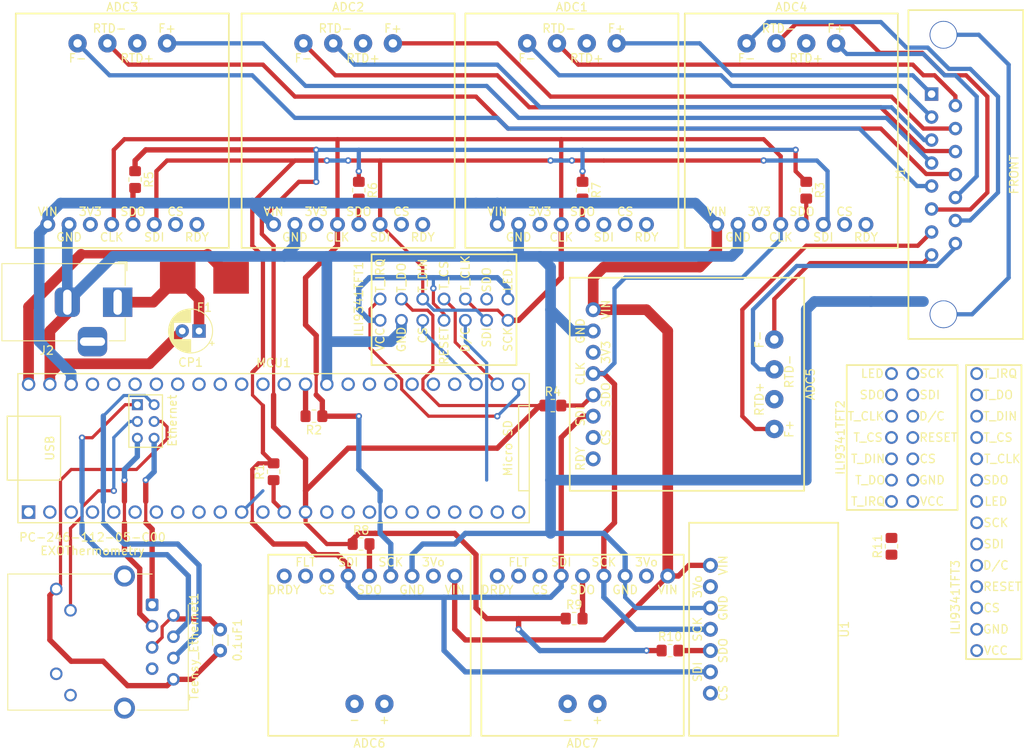
<source format=kicad_pcb>
(kicad_pcb (version 20171130) (host pcbnew "(5.1.6)-1")

  (general
    (thickness 1.6)
    (drawings 1)
    (tracks 497)
    (zones 0)
    (modules 29)
    (nets 111)
  )

  (page A4)
  (title_block
    (title Thermometry)
    (rev v1.0)
    (comment 4 "Eric Cheng")
  )

  (layers
    (0 F.Cu signal)
    (31 B.Cu signal)
    (32 B.Adhes user hide)
    (33 F.Adhes user hide)
    (34 B.Paste user hide)
    (35 F.Paste user hide)
    (36 B.SilkS user hide)
    (37 F.SilkS user)
    (38 B.Mask user hide)
    (39 F.Mask user hide)
    (40 Dwgs.User user hide)
    (41 Cmts.User user hide)
    (42 Eco1.User user hide)
    (43 Eco2.User user hide)
    (44 Edge.Cuts user hide)
    (45 Margin user hide)
    (46 B.CrtYd user hide)
    (47 F.CrtYd user hide)
    (48 B.Fab user hide)
    (49 F.Fab user hide)
  )

  (setup
    (last_trace_width 1.27)
    (user_trace_width 0.381)
    (user_trace_width 0.508)
    (user_trace_width 0.635)
    (user_trace_width 1.27)
    (trace_clearance 0.254)
    (zone_clearance 0.508)
    (zone_45_only no)
    (trace_min 0.2)
    (via_size 0.762)
    (via_drill 0.381)
    (via_min_size 0.4)
    (via_min_drill 0.3)
    (uvia_size 0.762)
    (uvia_drill 0.381)
    (uvias_allowed no)
    (uvia_min_size 0.2)
    (uvia_min_drill 0.1)
    (edge_width 0.05)
    (segment_width 0.2)
    (pcb_text_width 0.3)
    (pcb_text_size 1.5 1.5)
    (mod_edge_width 0.12)
    (mod_text_size 1 1)
    (mod_text_width 0.15)
    (pad_size 1.524 1.524)
    (pad_drill 0.762)
    (pad_to_mask_clearance 0.000051)
    (aux_axis_origin 0 0)
    (visible_elements 7FFFFFFF)
    (pcbplotparams
      (layerselection 0x010fc_ffffffff)
      (usegerberextensions false)
      (usegerberattributes true)
      (usegerberadvancedattributes true)
      (creategerberjobfile true)
      (excludeedgelayer true)
      (linewidth 0.100000)
      (plotframeref false)
      (viasonmask false)
      (mode 1)
      (useauxorigin false)
      (hpglpennumber 1)
      (hpglpenspeed 20)
      (hpglpendiameter 15.000000)
      (psnegative false)
      (psa4output false)
      (plotreference true)
      (plotvalue true)
      (plotinvisibletext false)
      (padsonsilk false)
      (subtractmaskfromsilk false)
      (outputformat 1)
      (mirror false)
      (drillshape 1)
      (scaleselection 1)
      (outputdirectory ""))
  )

  (net 0 "")
  (net 1 "Net-(0.1uF1-Pad1)")
  (net 2 "Net-(0.1uF1-Pad2)")
  (net 3 +3V3)
  (net 4 GND)
  (net 5 "Net-(ADC1-Pad5)")
  (net 6 /CLK)
  (net 7 "Net-(ADC1-Pad3)")
  (net 8 /SDI)
  (net 9 /CS_1)
  (net 10 "Net-(ADC1-Pad8)")
  (net 11 "Net-(ADC1-Pad11)")
  (net 12 "Net-(ADC1-Pad10)")
  (net 13 "Net-(ADC1-Pad9)")
  (net 14 "Net-(ADC1-Pad12)")
  (net 15 "Net-(ADC2-Pad12)")
  (net 16 "Net-(ADC2-Pad9)")
  (net 17 "Net-(ADC2-Pad10)")
  (net 18 "Net-(ADC2-Pad11)")
  (net 19 "Net-(ADC2-Pad8)")
  (net 20 /CS_2)
  (net 21 "Net-(ADC2-Pad3)")
  (net 22 "Net-(ADC2-Pad5)")
  (net 23 "Net-(ADC3-Pad5)")
  (net 24 "Net-(ADC3-Pad3)")
  (net 25 /CS_3)
  (net 26 "Net-(ADC3-Pad8)")
  (net 27 "Net-(ADC3-Pad11)")
  (net 28 "Net-(ADC3-Pad10)")
  (net 29 "Net-(ADC3-Pad9)")
  (net 30 "Net-(ADC3-Pad12)")
  (net 31 "Net-(ADC4-Pad12)")
  (net 32 "Net-(ADC4-Pad9)")
  (net 33 "Net-(ADC4-Pad10)")
  (net 34 "Net-(ADC4-Pad11)")
  (net 35 "Net-(ADC4-Pad8)")
  (net 36 /CS_4)
  (net 37 "Net-(ADC4-Pad3)")
  (net 38 "Net-(ADC4-Pad5)")
  (net 39 "Net-(ADC5-Pad5)")
  (net 40 "Net-(ADC5-Pad3)")
  (net 41 /CS_5)
  (net 42 "Net-(ADC5-Pad8)")
  (net 43 "Net-(ADC5-Pad11)")
  (net 44 "Net-(ADC5-Pad10)")
  (net 45 "Net-(ADC5-Pad9)")
  (net 46 "Net-(ADC5-Pad12)")
  (net 47 "Net-(ADC6-Pad5)")
  (net 48 "Net-(ADC6-Pad2)")
  (net 49 /CS_6)
  (net 50 "Net-(ADC6-Pad8)")
  (net 51 "Net-(ADC6-Pad9)")
  (net 52 "Net-(ADC6-Pad10)")
  (net 53 "Net-(ADC6-Pad11)")
  (net 54 "Net-(ADC7-Pad11)")
  (net 55 "Net-(ADC7-Pad10)")
  (net 56 "Net-(ADC7-Pad9)")
  (net 57 "Net-(ADC7-Pad8)")
  (net 58 /CS_7)
  (net 59 "Net-(ADC7-Pad2)")
  (net 60 "Net-(ADC7-Pad5)")
  (net 61 "Net-(CP1-Pad1)")
  (net 62 /5V)
  (net 63 /TFT_DC)
  (net 64 /TFT_CS)
  (net 65 /SDO)
  (net 66 /T_CS)
  (net 67 /T_IRQ)
  (net 68 "Net-(MCU1-Pad45)")
  (net 69 "Net-(MCU1-Pad44)")
  (net 70 "Net-(MCU1-Pad43)")
  (net 71 "Net-(MCU1-Pad42)")
  (net 72 "Net-(MCU1-Pad41)")
  (net 73 "Net-(MCU1-Pad40)")
  (net 74 "Net-(MCU1-Pad39)")
  (net 75 "Net-(MCU1-Pad38)")
  (net 76 "Net-(MCU1-Pad37)")
  (net 77 "Net-(MCU1-Pad36)")
  (net 78 "Net-(MCU1-Pad35)")
  (net 79 "Net-(MCU1-Pad1)")
  (net 80 "Net-(MCU1-Pad2)")
  (net 81 "Net-(MCU1-Pad3)")
  (net 82 "Net-(MCU1-Pad4)")
  (net 83 "Net-(MCU1-Pad5)")
  (net 84 "Net-(MCU1-Pad6)")
  (net 85 "Net-(MCU1-Pad13)")
  (net 86 "Net-(MCU1-Pad33)")
  (net 87 "Net-(MCU1-Pad32)")
  (net 88 "Net-(MCU1-Pad31)")
  (net 89 "Net-(MCU1-Pad24)")
  (net 90 "Net-(MCU1-Pad23)")
  (net 91 "Net-(MCU1-Pad22)")
  (net 92 "Net-(MCU1-Pad21)")
  (net 93 "Net-(MCU1-Pad15)")
  (net 94 "Net-(MCU1-Pad16)")
  (net 95 "Net-(MCU1-Pad20)")
  (net 96 "Net-(MCU1-Pad19)")
  (net 97 "Net-(MCU1-Pad18)")
  (net 98 "Net-(MCU1-Pad17)")
  (net 99 "Net-(MCU1-Pad60)")
  (net 100 "Net-(MCU1-Pad65)")
  (net 101 "Net-(MCU1-Pad61)")
  (net 102 "Net-(MCU1-Pad63)")
  (net 103 "Net-(MCU1-Pad62)")
  (net 104 "Net-(R10-Pad2)")
  (net 105 "Net-(Teensy_Ethernet1-Pad7)")
  (net 106 "Net-(Teensy_Ethernet1-Pad12)")
  (net 107 "Net-(Teensy_Ethernet1-Pad11)")
  (net 108 "Net-(U1-Pad2)")
  (net 109 /CS_8)
  (net 110 "Net-(ILI9341TFT1-Pad9)")

  (net_class Default "This is the default net class."
    (clearance 0.254)
    (trace_width 0.254)
    (via_dia 0.762)
    (via_drill 0.381)
    (uvia_dia 0.762)
    (uvia_drill 0.381)
    (add_net +3V3)
    (add_net /5V)
    (add_net /CLK)
    (add_net /CS_1)
    (add_net /CS_2)
    (add_net /CS_3)
    (add_net /CS_4)
    (add_net /CS_5)
    (add_net /CS_6)
    (add_net /CS_7)
    (add_net /CS_8)
    (add_net /SDI)
    (add_net /SDO)
    (add_net /TFT_CS)
    (add_net /TFT_DC)
    (add_net /T_CS)
    (add_net /T_IRQ)
    (add_net GND)
    (add_net "Net-(0.1uF1-Pad1)")
    (add_net "Net-(0.1uF1-Pad2)")
    (add_net "Net-(ADC1-Pad10)")
    (add_net "Net-(ADC1-Pad11)")
    (add_net "Net-(ADC1-Pad12)")
    (add_net "Net-(ADC1-Pad3)")
    (add_net "Net-(ADC1-Pad5)")
    (add_net "Net-(ADC1-Pad8)")
    (add_net "Net-(ADC1-Pad9)")
    (add_net "Net-(ADC2-Pad10)")
    (add_net "Net-(ADC2-Pad11)")
    (add_net "Net-(ADC2-Pad12)")
    (add_net "Net-(ADC2-Pad3)")
    (add_net "Net-(ADC2-Pad5)")
    (add_net "Net-(ADC2-Pad8)")
    (add_net "Net-(ADC2-Pad9)")
    (add_net "Net-(ADC3-Pad10)")
    (add_net "Net-(ADC3-Pad11)")
    (add_net "Net-(ADC3-Pad12)")
    (add_net "Net-(ADC3-Pad3)")
    (add_net "Net-(ADC3-Pad5)")
    (add_net "Net-(ADC3-Pad8)")
    (add_net "Net-(ADC3-Pad9)")
    (add_net "Net-(ADC4-Pad10)")
    (add_net "Net-(ADC4-Pad11)")
    (add_net "Net-(ADC4-Pad12)")
    (add_net "Net-(ADC4-Pad3)")
    (add_net "Net-(ADC4-Pad5)")
    (add_net "Net-(ADC4-Pad8)")
    (add_net "Net-(ADC4-Pad9)")
    (add_net "Net-(ADC5-Pad10)")
    (add_net "Net-(ADC5-Pad11)")
    (add_net "Net-(ADC5-Pad12)")
    (add_net "Net-(ADC5-Pad3)")
    (add_net "Net-(ADC5-Pad5)")
    (add_net "Net-(ADC5-Pad8)")
    (add_net "Net-(ADC5-Pad9)")
    (add_net "Net-(ADC6-Pad10)")
    (add_net "Net-(ADC6-Pad11)")
    (add_net "Net-(ADC6-Pad2)")
    (add_net "Net-(ADC6-Pad5)")
    (add_net "Net-(ADC6-Pad8)")
    (add_net "Net-(ADC6-Pad9)")
    (add_net "Net-(ADC7-Pad10)")
    (add_net "Net-(ADC7-Pad11)")
    (add_net "Net-(ADC7-Pad2)")
    (add_net "Net-(ADC7-Pad5)")
    (add_net "Net-(ADC7-Pad8)")
    (add_net "Net-(ADC7-Pad9)")
    (add_net "Net-(CP1-Pad1)")
    (add_net "Net-(ILI9341TFT1-Pad9)")
    (add_net "Net-(MCU1-Pad1)")
    (add_net "Net-(MCU1-Pad13)")
    (add_net "Net-(MCU1-Pad15)")
    (add_net "Net-(MCU1-Pad16)")
    (add_net "Net-(MCU1-Pad17)")
    (add_net "Net-(MCU1-Pad18)")
    (add_net "Net-(MCU1-Pad19)")
    (add_net "Net-(MCU1-Pad2)")
    (add_net "Net-(MCU1-Pad20)")
    (add_net "Net-(MCU1-Pad21)")
    (add_net "Net-(MCU1-Pad22)")
    (add_net "Net-(MCU1-Pad23)")
    (add_net "Net-(MCU1-Pad24)")
    (add_net "Net-(MCU1-Pad3)")
    (add_net "Net-(MCU1-Pad31)")
    (add_net "Net-(MCU1-Pad32)")
    (add_net "Net-(MCU1-Pad33)")
    (add_net "Net-(MCU1-Pad35)")
    (add_net "Net-(MCU1-Pad36)")
    (add_net "Net-(MCU1-Pad37)")
    (add_net "Net-(MCU1-Pad38)")
    (add_net "Net-(MCU1-Pad39)")
    (add_net "Net-(MCU1-Pad4)")
    (add_net "Net-(MCU1-Pad40)")
    (add_net "Net-(MCU1-Pad41)")
    (add_net "Net-(MCU1-Pad42)")
    (add_net "Net-(MCU1-Pad43)")
    (add_net "Net-(MCU1-Pad44)")
    (add_net "Net-(MCU1-Pad45)")
    (add_net "Net-(MCU1-Pad5)")
    (add_net "Net-(MCU1-Pad6)")
    (add_net "Net-(MCU1-Pad60)")
    (add_net "Net-(MCU1-Pad61)")
    (add_net "Net-(MCU1-Pad62)")
    (add_net "Net-(MCU1-Pad63)")
    (add_net "Net-(MCU1-Pad65)")
    (add_net "Net-(R10-Pad2)")
    (add_net "Net-(Teensy_Ethernet1-Pad11)")
    (add_net "Net-(Teensy_Ethernet1-Pad12)")
    (add_net "Net-(Teensy_Ethernet1-Pad7)")
    (add_net "Net-(U1-Pad2)")
  )

  (module Thermometry:MAX31865 (layer F.Cu) (tedit 611DB6DB) (tstamp 61219632)
    (at 100.076 107.95 270)
    (path /612B7D2F)
    (fp_text reference ADC5 (at 0 -14.732 90) (layer F.SilkS)
      (effects (font (size 1 1) (thickness 0.15)))
    )
    (fp_text value PT100 (at 0 14.986 90) (layer F.Fab)
      (effects (font (size 1 1) (thickness 0.15)))
    )
    (fp_line (start 12.7 13.97) (end 12.7 -13.97) (layer F.SilkS) (width 0.2032))
    (fp_line (start 12.7 13.97) (end -12.7 13.97) (layer F.SilkS) (width 0.2032))
    (fp_line (start -12.7 -13.97) (end -12.7 13.97) (layer F.SilkS) (width 0.2032))
    (fp_line (start -12.7 -13.97) (end 12.7 -13.97) (layer F.SilkS) (width 0.2032))
    (fp_line (start 12.7 -13.97) (end 12.7 13.97) (layer F.Fab) (width 0.1016))
    (fp_line (start -12.7 -13.97) (end -12.7 13.97) (layer F.Fab) (width 0.1016))
    (fp_line (start -12.7 13.97) (end 12.7 13.97) (layer F.Fab) (width 0.1016))
    (fp_line (start -12.7 -13.97) (end 12.7 -13.97) (layer F.Fab) (width 0.1016))
    (fp_text user VIN (at -8.89 9.652 90) (layer F.SilkS)
      (effects (font (size 1 1) (thickness 0.15)))
    )
    (fp_text user GND (at -6.35 12.7 90) (layer F.SilkS)
      (effects (font (size 1 1) (thickness 0.15)))
    )
    (fp_text user 3V3 (at -3.81 9.652 90) (layer F.SilkS)
      (effects (font (size 1 1) (thickness 0.15)))
    )
    (fp_text user CLK (at -1.27 12.7 90) (layer F.SilkS)
      (effects (font (size 1 1) (thickness 0.15)))
    )
    (fp_text user SDO (at 1.27 9.652 90) (layer F.SilkS)
      (effects (font (size 1 1) (thickness 0.15)))
    )
    (fp_text user SDI (at 3.81 12.7 90) (layer F.SilkS)
      (effects (font (size 1 1) (thickness 0.15)))
    )
    (fp_text user CS (at 6.35 9.652 90) (layer F.SilkS)
      (effects (font (size 1 1) (thickness 0.15)))
    )
    (fp_text user RDY (at 8.89 12.7 90) (layer F.SilkS)
      (effects (font (size 1 1) (thickness 0.15)))
    )
    (fp_text user F- (at -5.334 -8.636 90) (layer F.SilkS)
      (effects (font (size 1 1) (thickness 0.15)))
    )
    (fp_text user F+ (at 5.334 -12.192 90) (layer F.SilkS)
      (effects (font (size 1 1) (thickness 0.15)))
    )
    (fp_text user RTD+ (at 1.778 -8.636 270) (layer F.SilkS)
      (effects (font (size 1 1) (thickness 0.15)))
    )
    (fp_text user RTD- (at -1.524 -12.192 270) (layer F.SilkS)
      (effects (font (size 1 1) (thickness 0.15)))
    )
    (pad 1 thru_hole circle (at -8.89 11.176 270) (size 1.778 1.778) (drill 1) (layers *.Cu *.Mask)
      (net 3 +3V3))
    (pad 2 thru_hole circle (at -6.35 11.176 270) (size 1.778 1.778) (drill 1) (layers *.Cu *.Mask)
      (net 4 GND))
    (pad 5 thru_hole circle (at 1.27 11.176 270) (size 1.778 1.778) (drill 1) (layers *.Cu *.Mask)
      (net 39 "Net-(ADC5-Pad5)"))
    (pad 4 thru_hole circle (at -1.27 11.176 270) (size 1.778 1.778) (drill 1) (layers *.Cu *.Mask)
      (net 6 /CLK))
    (pad 3 thru_hole circle (at -3.81 11.176 270) (size 1.778 1.778) (drill 1) (layers *.Cu *.Mask)
      (net 40 "Net-(ADC5-Pad3)"))
    (pad 6 thru_hole circle (at 3.81 11.176 270) (size 1.778 1.778) (drill 1) (layers *.Cu *.Mask)
      (net 8 /SDI))
    (pad 7 thru_hole circle (at 6.35 11.176 270) (size 1.778 1.778) (drill 1) (layers *.Cu *.Mask)
      (net 41 /CS_5))
    (pad 8 thru_hole circle (at 8.89 11.176 270) (size 1.778 1.778) (drill 1) (layers *.Cu *.Mask)
      (net 42 "Net-(ADC5-Pad8)"))
    (pad 11 thru_hole circle (at 1.778 -10.414 270) (size 2.184 2.184) (drill 1) (layers *.Cu *.Mask)
      (net 43 "Net-(ADC5-Pad11)"))
    (pad 10 thru_hole circle (at -1.778 -10.414 270) (size 2.184 2.184) (drill 1) (layers *.Cu *.Mask)
      (net 44 "Net-(ADC5-Pad10)"))
    (pad 9 thru_hole circle (at -5.334 -10.414 270) (size 2.184 2.184) (drill 1) (layers *.Cu *.Mask)
      (net 45 "Net-(ADC5-Pad9)"))
    (pad 12 thru_hole circle (at 5.334 -10.414 270) (size 2.184 2.184) (drill 1) (layers *.Cu *.Mask)
      (net 46 "Net-(ADC5-Pad12)"))
  )

  (module Thermometry:MAX31856 (layer F.Cu) (tedit 611DB8CA) (tstamp 61218D27)
    (at 62.23 139.065 180)
    (path /61166772)
    (fp_text reference ADC6 (at 0 -11.684) (layer F.SilkS)
      (effects (font (size 1 1) (thickness 0.15)))
    )
    (fp_text value thermocouple1 (at 0 11.938) (layer F.Fab)
      (effects (font (size 1 1) (thickness 0.15)))
    )
    (fp_line (start 12.065 -10.795) (end 12.065 10.795) (layer F.SilkS) (width 0.2032))
    (fp_line (start -12.065 -10.795) (end -12.065 10.795) (layer F.SilkS) (width 0.2032))
    (fp_line (start -12.065 -10.795) (end 12.065 -10.795) (layer F.SilkS) (width 0.2032))
    (fp_line (start -12.065 10.795) (end 12.065 10.795) (layer F.SilkS) (width 0.2032))
    (fp_line (start 12.065 -10.795) (end 12.065 10.795) (layer F.Fab) (width 0.1016))
    (fp_line (start -12.065 -10.795) (end -12.065 10.795) (layer F.Fab) (width 0.1016))
    (fp_line (start -12.065 10.795) (end 12.065 10.795) (layer F.Fab) (width 0.1016))
    (fp_line (start -12.065 -10.795) (end 12.065 -10.795) (layer F.Fab) (width 0.1016))
    (fp_text user + (at -1.778 -8.89) (layer F.SilkS)
      (effects (font (size 1 1) (thickness 0.15)))
    )
    (fp_text user - (at 1.778 -8.89) (layer F.SilkS)
      (effects (font (size 1 1) (thickness 0.15)))
    )
    (fp_text user VIN (at -10.16 6.604) (layer F.SilkS)
      (effects (font (size 1 1) (thickness 0.15)))
    )
    (fp_text user 3Vo (at -7.62 9.906) (layer F.SilkS)
      (effects (font (size 1 1) (thickness 0.15)))
    )
    (fp_text user GND (at -5.08 6.604) (layer F.SilkS)
      (effects (font (size 1 1) (thickness 0.15)))
    )
    (fp_text user SCK (at -2.54 9.906) (layer F.SilkS)
      (effects (font (size 1 1) (thickness 0.15)))
    )
    (fp_text user SDO (at 0 6.604) (layer F.SilkS)
      (effects (font (size 1 1) (thickness 0.15)))
    )
    (fp_text user SDI (at 2.54 9.906) (layer F.SilkS)
      (effects (font (size 1 1) (thickness 0.15)))
    )
    (fp_text user CS (at 5.08 6.604) (layer F.SilkS)
      (effects (font (size 1 1) (thickness 0.15)))
    )
    (fp_text user FLT (at 7.62 9.906) (layer F.SilkS)
      (effects (font (size 1 1) (thickness 0.15)))
    )
    (fp_text user DRDY (at 10.16 6.604) (layer F.SilkS)
      (effects (font (size 1 1) (thickness 0.15)))
    )
    (pad 5 thru_hole circle (at 0 8.255 180) (size 1.778 1.778) (drill 1) (layers *.Cu *.Mask)
      (net 47 "Net-(ADC6-Pad5)"))
    (pad 4 thru_hole circle (at -2.54 8.255 180) (size 1.778 1.778) (drill 1) (layers *.Cu *.Mask)
      (net 6 /CLK))
    (pad 3 thru_hole circle (at -5.08 8.255 180) (size 1.778 1.778) (drill 1) (layers *.Cu *.Mask)
      (net 4 GND))
    (pad 2 thru_hole circle (at -7.62 8.255 180) (size 1.778 1.778) (drill 1) (layers *.Cu *.Mask)
      (net 48 "Net-(ADC6-Pad2)"))
    (pad 1 thru_hole circle (at -10.16 8.255 180) (size 1.778 1.778) (drill 1) (layers *.Cu *.Mask)
      (net 3 +3V3))
    (pad 6 thru_hole circle (at 2.54 8.255 180) (size 1.778 1.778) (drill 1) (layers *.Cu *.Mask)
      (net 8 /SDI))
    (pad 7 thru_hole circle (at 5.08 8.255 180) (size 1.778 1.778) (drill 1) (layers *.Cu *.Mask)
      (net 49 /CS_6))
    (pad 8 thru_hole circle (at 7.62 8.255 180) (size 1.778 1.778) (drill 1) (layers *.Cu *.Mask)
      (net 50 "Net-(ADC6-Pad8)"))
    (pad 9 thru_hole circle (at 10.16 8.255 180) (size 1.778 1.778) (drill 1) (layers *.Cu *.Mask)
      (net 51 "Net-(ADC6-Pad9)"))
    (pad 10 thru_hole circle (at -1.778 -6.985 180) (size 2.184 2.184) (drill 1) (layers *.Cu *.Mask)
      (net 52 "Net-(ADC6-Pad10)"))
    (pad 11 thru_hole circle (at 1.778 -6.985 180) (size 2.184 2.184) (drill 1) (layers *.Cu *.Mask)
      (net 53 "Net-(ADC6-Pad11)"))
  )

  (module Connector_RJ:RJ45_Cetus_J1B1211CCD_Horizontal (layer F.Cu) (tedit 5BBCB15F) (tstamp 611E81F9)
    (at 36.32 134.24 270)
    (descr "1 Port RJ45 Magjack Connector Through Hole 10/100 Base-T, Cetus, used and distributed by WIZnet (https://wizwiki.net/wiki/lib/exe/fetch.php?media=products:wiz550web:wiz550webds_kr:j1b1211ccd.pdf)")
    (tags "RJ45 Magjack")
    (path /612014A3)
    (fp_text reference Teensy_Ethernet1 (at 5 -5 90) (layer F.SilkS)
      (effects (font (size 1 1) (thickness 0.15)))
    )
    (fp_text value RJ45_LED (at 4.445 18 90) (layer F.Fab)
      (effects (font (size 1 1) (thickness 0.15)))
    )
    (fp_line (start -3.555 1) (end -3.555 17.1) (layer F.Fab) (width 0.1))
    (fp_line (start -3.555 -4.2) (end 12.445 -4.2) (layer F.Fab) (width 0.1))
    (fp_line (start 12.445 -4.2) (end 12.445 17.1) (layer F.Fab) (width 0.1))
    (fp_line (start -3.555 17.1) (end 12.445 17.1) (layer F.Fab) (width 0.1))
    (fp_line (start -3.555 -4.2) (end -3.555 -1) (layer F.Fab) (width 0.1))
    (fp_line (start -2.555 0) (end -3.555 -1) (layer F.Fab) (width 0.1))
    (fp_line (start -2.555 0) (end -3.555 1) (layer F.Fab) (width 0.1))
    (fp_line (start 0 -4.31) (end 12.56 -4.31) (layer F.SilkS) (width 0.12))
    (fp_line (start 12.56 -4.31) (end 12.56 1.81) (layer F.SilkS) (width 0.12))
    (fp_line (start -3.67 0) (end -3.67 1.81) (layer F.SilkS) (width 0.12))
    (fp_line (start -3.67 4.8) (end -3.67 17.21) (layer F.SilkS) (width 0.12))
    (fp_line (start 12.56 17.21) (end -3.67 17.21) (layer F.SilkS) (width 0.12))
    (fp_line (start 12.56 4.79) (end 12.56 17.21) (layer F.SilkS) (width 0.12))
    (fp_line (start -4.06 5.14) (end -4.06 17.6) (layer F.CrtYd) (width 0.05))
    (fp_line (start -5.18 4.02) (end -5.18 2.57) (layer F.CrtYd) (width 0.05))
    (fp_line (start -4.06 1.45) (end -5.18 2.57) (layer F.CrtYd) (width 0.05))
    (fp_line (start -5.18 4.02) (end -4.06 5.14) (layer F.CrtYd) (width 0.05))
    (fp_line (start -4.06 1.45) (end -4.06 -4.7) (layer F.CrtYd) (width 0.05))
    (fp_line (start 14.07 4.02) (end 14.07 2.57) (layer F.CrtYd) (width 0.05))
    (fp_line (start 12.95 1.45) (end 12.95 -4.7) (layer F.CrtYd) (width 0.05))
    (fp_line (start 14.07 4.02) (end 12.95 5.14) (layer F.CrtYd) (width 0.05))
    (fp_line (start 12.95 5.14) (end 12.95 17.6) (layer F.CrtYd) (width 0.05))
    (fp_line (start 12.95 1.45) (end 14.07 2.57) (layer F.CrtYd) (width 0.05))
    (fp_line (start -4.06 -4.7) (end 12.95 -4.7) (layer F.CrtYd) (width 0.05))
    (fp_line (start -4.06 17.6) (end 12.95 17.6) (layer F.CrtYd) (width 0.05))
    (fp_text user %R (at 4 16 90) (layer F.Fab)
      (effects (font (size 1 1) (thickness 0.15)))
    )
    (pad "" np_thru_hole circle (at 10.16 6.35 270) (size 3.25 3.25) (drill 3.25) (layers *.Cu *.Mask))
    (pad "" np_thru_hole circle (at -1.27 6.35 270) (size 3.25 3.25) (drill 3.25) (layers *.Cu *.Mask))
    (pad 1 thru_hole roundrect (at 0 0 270) (size 1.5 1.5) (drill 0.9) (layers *.Cu *.Mask) (roundrect_rratio 0.167)
      (net 102 "Net-(MCU1-Pad63)"))
    (pad 2 thru_hole circle (at 1.27 -2.54 270) (size 1.5 1.5) (drill 0.9) (layers *.Cu *.Mask)
      (net 1 "Net-(0.1uF1-Pad1)"))
    (pad 3 thru_hole circle (at 2.54 0 270) (size 1.5 1.5) (drill 0.9) (layers *.Cu *.Mask)
      (net 103 "Net-(MCU1-Pad62)"))
    (pad 4 thru_hole circle (at 3.81 -2.54 270) (size 1.5 1.5) (drill 0.9) (layers *.Cu *.Mask)
      (net 99 "Net-(MCU1-Pad60)"))
    (pad 5 thru_hole circle (at 5.08 0 270) (size 1.5 1.5) (drill 0.9) (layers *.Cu *.Mask)
      (net 1 "Net-(0.1uF1-Pad1)"))
    (pad 6 thru_hole circle (at 6.35 -2.54 270) (size 1.5 1.5) (drill 0.9) (layers *.Cu *.Mask)
      (net 100 "Net-(MCU1-Pad65)"))
    (pad 7 thru_hole circle (at 7.62 0 270) (size 1.5 1.5) (drill 0.9) (layers *.Cu *.Mask)
      (net 105 "Net-(Teensy_Ethernet1-Pad7)"))
    (pad 13 thru_hole circle (at -3.43 3.3 270) (size 2.5 2.5) (drill 1.6) (layers *.Cu *.Mask))
    (pad 8 thru_hole circle (at 8.89 -2.54 270) (size 1.5 1.5) (drill 0.9) (layers *.Cu *.Mask)
      (net 2 "Net-(0.1uF1-Pad2)"))
    (pad 13 thru_hole circle (at 12.32 3.3 270) (size 2.5 2.5) (drill 1.6) (layers *.Cu *.Mask))
    (pad 9 thru_hole circle (at -1.88 11.43 270) (size 1.5 1.5) (drill 1.02) (layers *.Cu *.Mask)
      (net 2 "Net-(0.1uF1-Pad2)"))
    (pad 10 thru_hole circle (at 0.66 9.73 270) (size 1.5 1.5) (drill 1.02) (layers *.Cu *.Mask)
      (net 101 "Net-(MCU1-Pad61)"))
    (pad 12 thru_hole circle (at 10.77 9.73 270) (size 1.5 1.5) (drill 1.02) (layers *.Cu *.Mask)
      (net 106 "Net-(Teensy_Ethernet1-Pad12)"))
    (pad 11 thru_hole circle (at 8.23 11.43 270) (size 1.5 1.5) (drill 1.02) (layers *.Cu *.Mask)
      (net 107 "Net-(Teensy_Ethernet1-Pad11)"))
    (model ${KISYS3DMOD}/Connector_RJ.3dshapes/RJ45_Cetus_J1B1211CCD.wrl
      (at (xyz 0 0 0))
      (scale (xyz 1 1 1))
      (rotate (xyz 0 0 0))
    )
  )

  (module Thermometry:Teensy41 (layer F.Cu) (tedit 612139A8) (tstamp 6121B1BA)
    (at 50.8 115.57)
    (path /610D658F)
    (fp_text reference MCU1 (at 0 -10.16) (layer F.SilkS)
      (effects (font (size 1 1) (thickness 0.15)))
    )
    (fp_text value Teensy4.1 (at 0 10.16) (layer F.Fab)
      (effects (font (size 1 1) (thickness 0.15)))
    )
    (fp_line (start -30.48 8.89) (end -30.48 -8.89) (layer F.SilkS) (width 0.15))
    (fp_line (start 30.48 8.89) (end -30.48 8.89) (layer F.SilkS) (width 0.15))
    (fp_line (start 30.48 -8.89) (end 30.48 8.89) (layer F.SilkS) (width 0.15))
    (fp_line (start -30.48 -8.89) (end 30.48 -8.89) (layer F.SilkS) (width 0.15))
    (fp_line (start -25.4 3.81) (end -30.48 3.81) (layer F.SilkS) (width 0.15))
    (fp_line (start -25.4 -3.81) (end -30.48 -3.81) (layer F.SilkS) (width 0.15))
    (fp_line (start -25.4 3.81) (end -25.4 -3.81) (layer F.SilkS) (width 0.15))
    (fp_line (start -31.75 -3.81) (end -30.48 -3.81) (layer F.SilkS) (width 0.15))
    (fp_line (start -31.75 3.81) (end -31.75 -3.81) (layer F.SilkS) (width 0.15))
    (fp_line (start -30.48 3.81) (end -31.75 3.81) (layer F.SilkS) (width 0.15))
    (fp_line (start 30.48 -5.08) (end 29.21 -5.08) (layer F.SilkS) (width 0.15))
    (fp_line (start 29.21 -5.08) (end 29.21 5.08) (layer F.SilkS) (width 0.15))
    (fp_line (start 29.21 5.08) (end 30.48 5.08) (layer F.SilkS) (width 0.15))
    (fp_line (start -17.25 -6.1016) (end -17.25 -0.1016) (layer F.SilkS) (width 0.15))
    (fp_line (start -17.25 -0.1016) (end -13.25 -0.1016) (layer F.SilkS) (width 0.15))
    (fp_line (start -13.25 -0.1016) (end -13.25 -6.3516) (layer F.SilkS) (width 0.15))
    (fp_line (start -13.25 -6.3516) (end -17.25 -6.3516) (layer F.SilkS) (width 0.15))
    (fp_line (start -17.25 -6.3516) (end -17.25 -6.1016) (layer F.SilkS) (width 0.15))
    (fp_text user "Micro SD" (at 27.94 0 90) (layer F.SilkS)
      (effects (font (size 1 1) (thickness 0.15)))
    )
    (fp_text user USB (at -26.67 0 270) (layer F.SilkS)
      (effects (font (size 1 1) (thickness 0.15)))
    )
    (fp_text user Ethernet (at -12.065 -3.2766 90) (layer F.SilkS)
      (effects (font (size 1 1) (thickness 0.15)))
    )
    (pad 48 thru_hole circle (at -29.21 -7.62) (size 1.6 1.6) (drill 1.1) (layers *.Cu *.Mask)
      (net 62 /5V))
    (pad 47 thru_hole circle (at -26.67 -7.62) (size 1.6 1.6) (drill 1.1) (layers *.Cu *.Mask)
      (net 4 GND))
    (pad 46 thru_hole circle (at -24.13 -7.62) (size 1.6 1.6) (drill 1.1) (layers *.Cu *.Mask)
      (net 3 +3V3))
    (pad 45 thru_hole circle (at -21.59 -7.62) (size 1.6 1.6) (drill 1.1) (layers *.Cu *.Mask)
      (net 68 "Net-(MCU1-Pad45)"))
    (pad 44 thru_hole circle (at -19.05 -7.62) (size 1.6 1.6) (drill 1.1) (layers *.Cu *.Mask)
      (net 69 "Net-(MCU1-Pad44)"))
    (pad 43 thru_hole circle (at -16.51 -7.62) (size 1.6 1.6) (drill 1.1) (layers *.Cu *.Mask)
      (net 70 "Net-(MCU1-Pad43)"))
    (pad 42 thru_hole circle (at -13.97 -7.62) (size 1.6 1.6) (drill 1.1) (layers *.Cu *.Mask)
      (net 71 "Net-(MCU1-Pad42)"))
    (pad 41 thru_hole circle (at -11.43 -7.62) (size 1.6 1.6) (drill 1.1) (layers *.Cu *.Mask)
      (net 72 "Net-(MCU1-Pad41)"))
    (pad 40 thru_hole circle (at -8.89 -7.62) (size 1.6 1.6) (drill 1.1) (layers *.Cu *.Mask)
      (net 73 "Net-(MCU1-Pad40)"))
    (pad 39 thru_hole circle (at -6.35 -7.62) (size 1.6 1.6) (drill 1.1) (layers *.Cu *.Mask)
      (net 74 "Net-(MCU1-Pad39)"))
    (pad 38 thru_hole circle (at -3.81 -7.62) (size 1.6 1.6) (drill 1.1) (layers *.Cu *.Mask)
      (net 75 "Net-(MCU1-Pad38)"))
    (pad 37 thru_hole circle (at -1.27 -7.62) (size 1.6 1.6) (drill 1.1) (layers *.Cu *.Mask)
      (net 76 "Net-(MCU1-Pad37)"))
    (pad 36 thru_hole circle (at 1.27 -7.62) (size 1.6 1.6) (drill 1.1) (layers *.Cu *.Mask)
      (net 77 "Net-(MCU1-Pad36)"))
    (pad 35 thru_hole circle (at 3.81 -7.62) (size 1.6 1.6) (drill 1.1) (layers *.Cu *.Mask)
      (net 78 "Net-(MCU1-Pad35)"))
    (pad 1 thru_hole rect (at -29.21 7.62) (size 1.6 1.6) (drill 1.1) (layers *.Cu *.Mask)
      (net 79 "Net-(MCU1-Pad1)"))
    (pad 2 thru_hole circle (at -26.67 7.62) (size 1.6 1.6) (drill 1.1) (layers *.Cu *.Mask)
      (net 80 "Net-(MCU1-Pad2)"))
    (pad 3 thru_hole circle (at -24.13 7.62) (size 1.6 1.6) (drill 1.1) (layers *.Cu *.Mask)
      (net 81 "Net-(MCU1-Pad3)"))
    (pad 4 thru_hole circle (at -21.59 7.62) (size 1.6 1.6) (drill 1.1) (layers *.Cu *.Mask)
      (net 82 "Net-(MCU1-Pad4)"))
    (pad 5 thru_hole circle (at -19.05 7.62) (size 1.6 1.6) (drill 1.1) (layers *.Cu *.Mask)
      (net 83 "Net-(MCU1-Pad5)"))
    (pad 6 thru_hole circle (at -16.51 7.62) (size 1.6 1.6) (drill 1.1) (layers *.Cu *.Mask)
      (net 84 "Net-(MCU1-Pad6)"))
    (pad 7 thru_hole circle (at -13.97 7.62) (size 1.6 1.6) (drill 1.1) (layers *.Cu *.Mask)
      (net 20 /CS_2))
    (pad 8 thru_hole circle (at -11.43 7.62) (size 1.6 1.6) (drill 1.1) (layers *.Cu *.Mask)
      (net 25 /CS_3))
    (pad 9 thru_hole circle (at -8.89 7.62) (size 1.6 1.6) (drill 1.1) (layers *.Cu *.Mask)
      (net 36 /CS_4))
    (pad 10 thru_hole circle (at -6.35 7.62) (size 1.6 1.6) (drill 1.1) (layers *.Cu *.Mask)
      (net 41 /CS_5))
    (pad 11 thru_hole circle (at -3.81 7.62) (size 1.6 1.6) (drill 1.1) (layers *.Cu *.Mask)
      (net 63 /TFT_DC))
    (pad 12 thru_hole circle (at -1.27 7.62) (size 1.6 1.6) (drill 1.1) (layers *.Cu *.Mask)
      (net 9 /CS_1))
    (pad 13 thru_hole circle (at 1.27 7.62) (size 1.6 1.6) (drill 1.1) (layers *.Cu *.Mask)
      (net 85 "Net-(MCU1-Pad13)"))
    (pad 34 thru_hole circle (at 6.35 -7.62) (size 1.6 1.6) (drill 1.1) (layers *.Cu *.Mask)
      (net 4 GND))
    (pad 33 thru_hole circle (at 8.89 -7.62) (size 1.6 1.6) (drill 1.1) (layers *.Cu *.Mask)
      (net 86 "Net-(MCU1-Pad33)"))
    (pad 32 thru_hole circle (at 11.43 -7.62) (size 1.6 1.6) (drill 1.1) (layers *.Cu *.Mask)
      (net 87 "Net-(MCU1-Pad32)"))
    (pad 31 thru_hole circle (at 13.97 -7.62) (size 1.6 1.6) (drill 1.1) (layers *.Cu *.Mask)
      (net 88 "Net-(MCU1-Pad31)"))
    (pad 30 thru_hole circle (at 16.51 -7.62) (size 1.6 1.6) (drill 1.1) (layers *.Cu *.Mask)
      (net 109 /CS_8))
    (pad 29 thru_hole circle (at 19.05 -7.62) (size 1.6 1.6) (drill 1.1) (layers *.Cu *.Mask)
      (net 58 /CS_7))
    (pad 28 thru_hole circle (at 21.59 -7.62) (size 1.6 1.6) (drill 1.1) (layers *.Cu *.Mask)
      (net 49 /CS_6))
    (pad 27 thru_hole circle (at 24.13 -7.62) (size 1.6 1.6) (drill 1.1) (layers *.Cu *.Mask)
      (net 64 /TFT_CS))
    (pad 26 thru_hole circle (at 26.67 -7.62) (size 1.6 1.6) (drill 1.1) (layers *.Cu *.Mask)
      (net 66 /T_CS))
    (pad 25 thru_hole circle (at 29.21 -7.62) (size 1.6 1.6) (drill 1.1) (layers *.Cu *.Mask)
      (net 67 /T_IRQ))
    (pad 24 thru_hole circle (at 29.21 7.62) (size 1.6 1.6) (drill 1.1) (layers *.Cu *.Mask)
      (net 89 "Net-(MCU1-Pad24)"))
    (pad 23 thru_hole circle (at 26.67 7.62) (size 1.6 1.6) (drill 1.1) (layers *.Cu *.Mask)
      (net 90 "Net-(MCU1-Pad23)"))
    (pad 22 thru_hole circle (at 24.13 7.62) (size 1.6 1.6) (drill 1.1) (layers *.Cu *.Mask)
      (net 91 "Net-(MCU1-Pad22)"))
    (pad 21 thru_hole circle (at 21.59 7.62) (size 1.6 1.6) (drill 1.1) (layers *.Cu *.Mask)
      (net 92 "Net-(MCU1-Pad21)"))
    (pad 14 thru_hole circle (at 3.81 7.62) (size 1.6 1.6) (drill 1.1) (layers *.Cu *.Mask)
      (net 65 /SDO))
    (pad 15 thru_hole circle (at 6.35 7.62) (size 1.6 1.6) (drill 1.1) (layers *.Cu *.Mask)
      (net 93 "Net-(MCU1-Pad15)"))
    (pad 16 thru_hole circle (at 8.89 7.62) (size 1.6 1.6) (drill 1.1) (layers *.Cu *.Mask)
      (net 94 "Net-(MCU1-Pad16)"))
    (pad 20 thru_hole circle (at 19.05 7.62) (size 1.6 1.6) (drill 1.1) (layers *.Cu *.Mask)
      (net 95 "Net-(MCU1-Pad20)"))
    (pad 19 thru_hole circle (at 16.51 7.62) (size 1.6 1.6) (drill 1.1) (layers *.Cu *.Mask)
      (net 96 "Net-(MCU1-Pad19)"))
    (pad 18 thru_hole circle (at 13.97 7.62) (size 1.6 1.6) (drill 1.1) (layers *.Cu *.Mask)
      (net 97 "Net-(MCU1-Pad18)"))
    (pad 17 thru_hole circle (at 11.43 7.62) (size 1.6 1.6) (drill 1.1) (layers *.Cu *.Mask)
      (net 98 "Net-(MCU1-Pad17)"))
    (pad 60 thru_hole rect (at -16.24 -5.1816) (size 1.3 1.3) (drill 0.8) (layers *.Cu *.Mask)
      (net 99 "Net-(MCU1-Pad60)"))
    (pad 65 thru_hole circle (at -14.24 -5.1816) (size 1.3 1.3) (drill 0.8) (layers *.Cu *.Mask)
      (net 100 "Net-(MCU1-Pad65)"))
    (pad 61 thru_hole circle (at -16.24 -3.1816) (size 1.3 1.3) (drill 0.8) (layers *.Cu *.Mask)
      (net 101 "Net-(MCU1-Pad61)"))
    (pad 64 thru_hole circle (at -14.24 -3.1816) (size 1.3 1.3) (drill 0.8) (layers *.Cu *.Mask)
      (net 2 "Net-(0.1uF1-Pad2)"))
    (pad 63 thru_hole circle (at -14.24 -1.1816) (size 1.3 1.3) (drill 0.8) (layers *.Cu *.Mask)
      (net 102 "Net-(MCU1-Pad63)"))
    (pad 62 thru_hole circle (at -16.24 -1.1816) (size 1.3 1.3) (drill 0.8) (layers *.Cu *.Mask)
      (net 103 "Net-(MCU1-Pad62)"))
    (model ${KICAD_USER_DIR}/teensy.pretty/Teensy_4.1_Assembly.STEP
      (offset (xyz 0 0 0.762))
      (scale (xyz 1 1 1))
      (rotate (xyz 0 0 0))
    )
  )

  (module Thermometry:MAX31865 (layer F.Cu) (tedit 611DB6DB) (tstamp 611E7F02)
    (at 59.69 77.724)
    (path /612B65CD)
    (fp_text reference ADC2 (at 0 -14.732) (layer F.SilkS)
      (effects (font (size 1 1) (thickness 0.15)))
    )
    (fp_text value PT100 (at 0 14.986) (layer F.Fab)
      (effects (font (size 1 1) (thickness 0.15)))
    )
    (fp_line (start -12.7 -13.97) (end 12.7 -13.97) (layer F.Fab) (width 0.1016))
    (fp_line (start -12.7 13.97) (end 12.7 13.97) (layer F.Fab) (width 0.1016))
    (fp_line (start -12.7 -13.97) (end -12.7 13.97) (layer F.Fab) (width 0.1016))
    (fp_line (start 12.7 -13.97) (end 12.7 13.97) (layer F.Fab) (width 0.1016))
    (fp_line (start -12.7 -13.97) (end 12.7 -13.97) (layer F.SilkS) (width 0.2032))
    (fp_line (start -12.7 -13.97) (end -12.7 13.97) (layer F.SilkS) (width 0.2032))
    (fp_line (start 12.7 13.97) (end -12.7 13.97) (layer F.SilkS) (width 0.2032))
    (fp_line (start 12.7 13.97) (end 12.7 -13.97) (layer F.SilkS) (width 0.2032))
    (fp_text user RTD- (at -1.524 -12.192 180) (layer F.SilkS)
      (effects (font (size 1 1) (thickness 0.15)))
    )
    (fp_text user RTD+ (at 1.778 -8.636 180) (layer F.SilkS)
      (effects (font (size 1 1) (thickness 0.15)))
    )
    (fp_text user F+ (at 5.334 -12.192) (layer F.SilkS)
      (effects (font (size 1 1) (thickness 0.15)))
    )
    (fp_text user F- (at -5.334 -8.636) (layer F.SilkS)
      (effects (font (size 1 1) (thickness 0.15)))
    )
    (fp_text user RDY (at 8.89 12.7) (layer F.SilkS)
      (effects (font (size 1 1) (thickness 0.15)))
    )
    (fp_text user CS (at 6.35 9.652) (layer F.SilkS)
      (effects (font (size 1 1) (thickness 0.15)))
    )
    (fp_text user SDI (at 3.81 12.7) (layer F.SilkS)
      (effects (font (size 1 1) (thickness 0.15)))
    )
    (fp_text user SDO (at 1.27 9.652) (layer F.SilkS)
      (effects (font (size 1 1) (thickness 0.15)))
    )
    (fp_text user CLK (at -1.27 12.7) (layer F.SilkS)
      (effects (font (size 1 1) (thickness 0.15)))
    )
    (fp_text user 3V3 (at -3.81 9.652) (layer F.SilkS)
      (effects (font (size 1 1) (thickness 0.15)))
    )
    (fp_text user GND (at -6.35 12.7) (layer F.SilkS)
      (effects (font (size 1 1) (thickness 0.15)))
    )
    (fp_text user VIN (at -8.89 9.652) (layer F.SilkS)
      (effects (font (size 1 1) (thickness 0.15)))
    )
    (pad 12 thru_hole circle (at 5.334 -10.414) (size 2.184 2.184) (drill 1) (layers *.Cu *.Mask)
      (net 15 "Net-(ADC2-Pad12)"))
    (pad 9 thru_hole circle (at -5.334 -10.414) (size 2.184 2.184) (drill 1) (layers *.Cu *.Mask)
      (net 16 "Net-(ADC2-Pad9)"))
    (pad 10 thru_hole circle (at -1.778 -10.414) (size 2.184 2.184) (drill 1) (layers *.Cu *.Mask)
      (net 17 "Net-(ADC2-Pad10)"))
    (pad 11 thru_hole circle (at 1.778 -10.414) (size 2.184 2.184) (drill 1) (layers *.Cu *.Mask)
      (net 18 "Net-(ADC2-Pad11)"))
    (pad 8 thru_hole circle (at 8.89 11.176) (size 1.778 1.778) (drill 1) (layers *.Cu *.Mask)
      (net 19 "Net-(ADC2-Pad8)"))
    (pad 7 thru_hole circle (at 6.35 11.176) (size 1.778 1.778) (drill 1) (layers *.Cu *.Mask)
      (net 20 /CS_2))
    (pad 6 thru_hole circle (at 3.81 11.176) (size 1.778 1.778) (drill 1) (layers *.Cu *.Mask)
      (net 8 /SDI))
    (pad 3 thru_hole circle (at -3.81 11.176) (size 1.778 1.778) (drill 1) (layers *.Cu *.Mask)
      (net 21 "Net-(ADC2-Pad3)"))
    (pad 4 thru_hole circle (at -1.27 11.176) (size 1.778 1.778) (drill 1) (layers *.Cu *.Mask)
      (net 6 /CLK))
    (pad 5 thru_hole circle (at 1.27 11.176) (size 1.778 1.778) (drill 1) (layers *.Cu *.Mask)
      (net 22 "Net-(ADC2-Pad5)"))
    (pad 2 thru_hole circle (at -6.35 11.176) (size 1.778 1.778) (drill 1) (layers *.Cu *.Mask)
      (net 4 GND))
    (pad 1 thru_hole circle (at -8.89 11.176) (size 1.778 1.778) (drill 1) (layers *.Cu *.Mask)
      (net 3 +3V3))
  )

  (module Resistor_SMD:R_0805_2012Metric_Pad1.20x1.40mm_HandSolder (layer F.Cu) (tedit 5F68FEEE) (tstamp 6121B863)
    (at 98.06 139.7)
    (descr "Resistor SMD 0805 (2012 Metric), square (rectangular) end terminal, IPC_7351 nominal with elongated pad for handsoldering. (Body size source: IPC-SM-782 page 72, https://www.pcb-3d.com/wordpress/wp-content/uploads/ipc-sm-782a_amendment_1_and_2.pdf), generated with kicad-footprint-generator")
    (tags "resistor handsolder")
    (path /612F54EE)
    (attr smd)
    (fp_text reference R10 (at 0 -1.65) (layer F.SilkS)
      (effects (font (size 1 1) (thickness 0.15)))
    )
    (fp_text value 22 (at 0 1.65) (layer F.Fab)
      (effects (font (size 1 1) (thickness 0.15)))
    )
    (fp_line (start -1 0.625) (end -1 -0.625) (layer F.Fab) (width 0.1))
    (fp_line (start -1 -0.625) (end 1 -0.625) (layer F.Fab) (width 0.1))
    (fp_line (start 1 -0.625) (end 1 0.625) (layer F.Fab) (width 0.1))
    (fp_line (start 1 0.625) (end -1 0.625) (layer F.Fab) (width 0.1))
    (fp_line (start -0.227064 -0.735) (end 0.227064 -0.735) (layer F.SilkS) (width 0.12))
    (fp_line (start -0.227064 0.735) (end 0.227064 0.735) (layer F.SilkS) (width 0.12))
    (fp_line (start -1.85 0.95) (end -1.85 -0.95) (layer F.CrtYd) (width 0.05))
    (fp_line (start -1.85 -0.95) (end 1.85 -0.95) (layer F.CrtYd) (width 0.05))
    (fp_line (start 1.85 -0.95) (end 1.85 0.95) (layer F.CrtYd) (width 0.05))
    (fp_line (start 1.85 0.95) (end -1.85 0.95) (layer F.CrtYd) (width 0.05))
    (fp_text user %R (at 0 0) (layer F.Fab)
      (effects (font (size 0.5 0.5) (thickness 0.08)))
    )
    (pad 1 smd roundrect (at -1 0) (size 1.2 1.4) (layers F.Cu F.Paste F.Mask) (roundrect_rratio 0.208333)
      (net 65 /SDO))
    (pad 2 smd roundrect (at 1 0) (size 1.2 1.4) (layers F.Cu F.Paste F.Mask) (roundrect_rratio 0.208333)
      (net 104 "Net-(R10-Pad2)"))
    (model ${KISYS3DMOD}/Resistor_SMD.3dshapes/R_0805_2012Metric.wrl
      (at (xyz 0 0 0))
      (scale (xyz 1 1 1))
      (rotate (xyz 0 0 0))
    )
  )

  (module Thermometry:ILI9341_1x14_connector (layer F.Cu) (tedit 611DBBDE) (tstamp 61212716)
    (at 134.62 123.19 90)
    (path /611EC952)
    (fp_text reference ILI9341TFT3 (at -10.16 -2.54 90) (layer F.SilkS)
      (effects (font (size 1 1) (thickness 0.15)))
    )
    (fp_text value Conn_01x14 (at 0 6.35 90) (layer F.Fab)
      (effects (font (size 1 1) (thickness 0.15)))
    )
    (fp_line (start -17.526 -1.27) (end 17.526 -1.27) (layer F.SilkS) (width 0.2032))
    (fp_line (start -17.526 5.334) (end 17.526 5.334) (layer F.Fab) (width 0.1016))
    (fp_line (start -17.526 -1.27) (end -17.526 5.334) (layer F.Fab) (width 0.1016))
    (fp_line (start 17.526 -1.27) (end 17.526 5.334) (layer F.Fab) (width 0.1016))
    (fp_line (start -17.526 -1.27) (end 17.526 -1.27) (layer F.Fab) (width 0.1016))
    (fp_line (start -17.526 -1.27) (end -17.526 5.334) (layer F.SilkS) (width 0.2032))
    (fp_line (start -17.526 5.334) (end 17.526 5.334) (layer F.SilkS) (width 0.2032))
    (fp_line (start 17.526 -1.27) (end 17.526 5.334) (layer F.SilkS) (width 0.2032))
    (fp_text user VCC (at -16.51 2.286) (layer F.SilkS)
      (effects (font (size 1 1) (thickness 0.15)))
    )
    (fp_text user GND (at -13.97 2.286) (layer F.SilkS)
      (effects (font (size 1 1) (thickness 0.15)))
    )
    (fp_text user CS (at -11.43 1.778) (layer F.SilkS)
      (effects (font (size 1 1) (thickness 0.15)))
    )
    (fp_text user RESET (at -8.89 3.048) (layer F.SilkS)
      (effects (font (size 1 1) (thickness 0.15)))
    )
    (fp_text user D/C (at -6.35 2.286) (layer F.SilkS)
      (effects (font (size 1 1) (thickness 0.15)))
    )
    (fp_text user SDI (at -3.81 2.032) (layer F.SilkS)
      (effects (font (size 1 1) (thickness 0.15)))
    )
    (fp_text user SCK (at -1.27 2.286) (layer F.SilkS)
      (effects (font (size 1 1) (thickness 0.15)))
    )
    (fp_text user LED (at 1.27 2.286) (layer F.SilkS)
      (effects (font (size 1 1) (thickness 0.15)))
    )
    (fp_text user SDO (at 3.81 2.286) (layer F.SilkS)
      (effects (font (size 1 1) (thickness 0.15)))
    )
    (fp_text user T_CLK (at 6.35 3.048) (layer F.SilkS)
      (effects (font (size 1 1) (thickness 0.15)))
    )
    (fp_text user T_CS (at 8.89 2.54) (layer F.SilkS)
      (effects (font (size 1 1) (thickness 0.15)))
    )
    (fp_text user T_DIN (at 11.43 2.794) (layer F.SilkS)
      (effects (font (size 1 1) (thickness 0.15)))
    )
    (fp_text user T_DO (at 13.97 2.54) (layer F.SilkS)
      (effects (font (size 1 1) (thickness 0.15)))
    )
    (fp_text user T_IRQ (at 16.51 2.794) (layer F.SilkS)
      (effects (font (size 1 1) (thickness 0.15)))
    )
    (pad 7 thru_hole circle (at -1.27 0 90) (size 1.524 1.524) (drill 1.016) (layers *.Cu *.Mask)
      (net 6 /CLK))
    (pad 6 thru_hole circle (at -3.81 0 90) (size 1.524 1.524) (drill 1.016) (layers *.Cu *.Mask)
      (net 8 /SDI))
    (pad 8 thru_hole circle (at 1.27 0 90) (size 1.524 1.524) (drill 1.016) (layers *.Cu *.Mask)
      (net 3 +3V3))
    (pad 5 thru_hole circle (at -6.35 0 90) (size 1.524 1.524) (drill 1.016) (layers *.Cu *.Mask)
      (net 63 /TFT_DC))
    (pad 4 thru_hole circle (at -8.89 0 90) (size 1.524 1.524) (drill 1.016) (layers *.Cu *.Mask)
      (net 3 +3V3))
    (pad 3 thru_hole circle (at -11.43 0 90) (size 1.524 1.524) (drill 1.016) (layers *.Cu *.Mask)
      (net 64 /TFT_CS))
    (pad 2 thru_hole circle (at -13.97 0 90) (size 1.524 1.524) (drill 1.016) (layers *.Cu *.Mask)
      (net 4 GND))
    (pad 1 thru_hole circle (at -16.51 0 90) (size 1.524 1.524) (drill 1.016) (layers *.Cu *.Mask)
      (net 3 +3V3))
    (pad 9 thru_hole circle (at 3.81 0 90) (size 1.524 1.524) (drill 1.016) (layers *.Cu *.Mask)
      (net 65 /SDO))
    (pad 10 thru_hole circle (at 6.35 0 90) (size 1.524 1.524) (drill 1.016) (layers *.Cu *.Mask)
      (net 6 /CLK))
    (pad 11 thru_hole circle (at 8.89 0 90) (size 1.524 1.524) (drill 1.016) (layers *.Cu *.Mask)
      (net 66 /T_CS))
    (pad 12 thru_hole circle (at 11.43 0 90) (size 1.524 1.524) (drill 1.016) (layers *.Cu *.Mask)
      (net 8 /SDI))
    (pad 13 thru_hole circle (at 13.97 0 90) (size 1.524 1.524) (drill 1.016) (layers *.Cu *.Mask)
      (net 65 /SDO))
    (pad 14 thru_hole circle (at 16.51 0 90) (size 1.524 1.524) (drill 1.016) (layers *.Cu *.Mask)
      (net 67 /T_IRQ))
  )

  (module Capacitor_THT:C_Disc_D3.0mm_W1.6mm_P2.50mm (layer F.Cu) (tedit 5AE50EF0) (tstamp 61202517)
    (at 44.45 137.2 270)
    (descr "C, Disc series, Radial, pin pitch=2.50mm, , diameter*width=3.0*1.6mm^2, Capacitor, http://www.vishay.com/docs/45233/krseries.pdf")
    (tags "C Disc series Radial pin pitch 2.50mm  diameter 3.0mm width 1.6mm Capacitor")
    (path /6114C13E)
    (fp_text reference 0.1uF1 (at 1.25 -2.05 90) (layer F.SilkS)
      (effects (font (size 1 1) (thickness 0.15)))
    )
    (fp_text value C1 (at 1.25 2.05 90) (layer F.Fab)
      (effects (font (size 1 1) (thickness 0.15)))
    )
    (fp_line (start -0.25 -0.8) (end -0.25 0.8) (layer F.Fab) (width 0.1))
    (fp_line (start -0.25 0.8) (end 2.75 0.8) (layer F.Fab) (width 0.1))
    (fp_line (start 2.75 0.8) (end 2.75 -0.8) (layer F.Fab) (width 0.1))
    (fp_line (start 2.75 -0.8) (end -0.25 -0.8) (layer F.Fab) (width 0.1))
    (fp_line (start 0.621 -0.92) (end 1.879 -0.92) (layer F.SilkS) (width 0.12))
    (fp_line (start 0.621 0.92) (end 1.879 0.92) (layer F.SilkS) (width 0.12))
    (fp_line (start -1.05 -1.05) (end -1.05 1.05) (layer F.CrtYd) (width 0.05))
    (fp_line (start -1.05 1.05) (end 3.55 1.05) (layer F.CrtYd) (width 0.05))
    (fp_line (start 3.55 1.05) (end 3.55 -1.05) (layer F.CrtYd) (width 0.05))
    (fp_line (start 3.55 -1.05) (end -1.05 -1.05) (layer F.CrtYd) (width 0.05))
    (fp_text user %R (at 1.25 0 90) (layer F.Fab)
      (effects (font (size 0.6 0.6) (thickness 0.09)))
    )
    (pad 1 thru_hole circle (at 0 0 270) (size 1.6 1.6) (drill 0.8) (layers *.Cu *.Mask)
      (net 1 "Net-(0.1uF1-Pad1)"))
    (pad 2 thru_hole circle (at 2.5 0 270) (size 1.6 1.6) (drill 0.8) (layers *.Cu *.Mask)
      (net 2 "Net-(0.1uF1-Pad2)"))
    (model ${KISYS3DMOD}/Capacitor_THT.3dshapes/C_Disc_D3.0mm_W1.6mm_P2.50mm.wrl
      (at (xyz 0 0 0))
      (scale (xyz 1 1 1))
      (rotate (xyz 0 0 0))
    )
  )

  (module Thermometry:ILI9341_2x7_connector (layer F.Cu) (tedit 611DBDC4) (tstamp 611E8067)
    (at 71.12 99.06)
    (path /6110AE8C)
    (fp_text reference ILI9341TFT1 (at -10.16 -1.27 90) (layer F.SilkS)
      (effects (font (size 1 1) (thickness 0.15)))
    )
    (fp_text value Conn_01x14 (at 0 7.62) (layer F.Fab)
      (effects (font (size 1 1) (thickness 0.15)))
    )
    (fp_line (start -8.636 -6.604) (end 8.636 -6.604) (layer F.SilkS) (width 0.2032))
    (fp_line (start -8.636 6.604) (end 8.636 6.604) (layer F.Fab) (width 0.1016))
    (fp_line (start -8.636 -6.604) (end -8.636 6.604) (layer F.Fab) (width 0.1016))
    (fp_line (start 8.636 -6.604) (end 8.636 6.604) (layer F.Fab) (width 0.1016))
    (fp_line (start -8.636 -6.604) (end 8.636 -6.604) (layer F.Fab) (width 0.1016))
    (fp_line (start -8.636 -6.604) (end -8.636 6.604) (layer F.SilkS) (width 0.2032))
    (fp_line (start -8.636 6.604) (end 8.636 6.604) (layer F.SilkS) (width 0.2032))
    (fp_line (start 8.636 -6.604) (end 8.636 6.604) (layer F.SilkS) (width 0.2032))
    (fp_text user T_IRQ (at -7.62 -4.064 270) (layer F.SilkS)
      (effects (font (size 1 1) (thickness 0.15)))
    )
    (fp_text user T_DO (at -5.08 -3.81 270) (layer F.SilkS)
      (effects (font (size 1 1) (thickness 0.15)))
    )
    (fp_text user T_DIN (at -2.54 -4.064 270) (layer F.SilkS)
      (effects (font (size 1 1) (thickness 0.15)))
    )
    (fp_text user T_CS (at 0 -4.064 270) (layer F.SilkS)
      (effects (font (size 1 1) (thickness 0.15)))
    )
    (fp_text user T_CLK (at 2.54 -4.318 90) (layer F.SilkS)
      (effects (font (size 1 1) (thickness 0.15)))
    )
    (fp_text user SDO (at 5.08 -3.556 270) (layer F.SilkS)
      (effects (font (size 1 1) (thickness 0.15)))
    )
    (fp_text user LED (at 7.62 -3.556 270) (layer F.SilkS)
      (effects (font (size 1 1) (thickness 0.15)))
    )
    (fp_text user SCK (at 7.62 3.556 90) (layer F.SilkS)
      (effects (font (size 1 1) (thickness 0.15)))
    )
    (fp_text user SDI (at 5.08 3.302 90) (layer F.SilkS)
      (effects (font (size 1 1) (thickness 0.15)))
    )
    (fp_text user D/C (at 2.54 3.556 90) (layer F.SilkS)
      (effects (font (size 1 1) (thickness 0.15)))
    )
    (fp_text user RESET (at 0 4.318 270) (layer F.SilkS)
      (effects (font (size 1 1) (thickness 0.15)))
    )
    (fp_text user CS (at -2.54 3.048 90) (layer F.SilkS)
      (effects (font (size 1 1) (thickness 0.15)))
    )
    (fp_text user GND (at -5.08 3.556 90) (layer F.SilkS)
      (effects (font (size 1 1) (thickness 0.15)))
    )
    (fp_text user VCC (at -7.62 3.556 90) (layer F.SilkS)
      (effects (font (size 1 1) (thickness 0.15)))
    )
    (pad 14 thru_hole circle (at -7.62 -1.27 180) (size 1.524 1.524) (drill 1.016) (layers *.Cu *.Mask)
      (net 67 /T_IRQ))
    (pad 13 thru_hole circle (at -5.08 -1.27 180) (size 1.524 1.524) (drill 1.016) (layers *.Cu *.Mask)
      (net 65 /SDO))
    (pad 12 thru_hole circle (at -2.54 -1.27 180) (size 1.524 1.524) (drill 1.016) (layers *.Cu *.Mask)
      (net 8 /SDI))
    (pad 11 thru_hole circle (at 0 -1.27 180) (size 1.524 1.524) (drill 1.016) (layers *.Cu *.Mask)
      (net 66 /T_CS))
    (pad 10 thru_hole circle (at 2.54 -1.27 180) (size 1.524 1.524) (drill 1.016) (layers *.Cu *.Mask)
      (net 6 /CLK))
    (pad 9 thru_hole circle (at 5.08 -1.27 180) (size 1.524 1.524) (drill 1.016) (layers *.Cu *.Mask)
      (net 110 "Net-(ILI9341TFT1-Pad9)"))
    (pad 1 thru_hole circle (at -7.62 1.27) (size 1.524 1.524) (drill 1.016) (layers *.Cu *.Mask)
      (net 3 +3V3))
    (pad 2 thru_hole circle (at -5.08 1.27) (size 1.524 1.524) (drill 1.016) (layers *.Cu *.Mask)
      (net 4 GND))
    (pad 3 thru_hole circle (at -2.54 1.27) (size 1.524 1.524) (drill 1.016) (layers *.Cu *.Mask)
      (net 64 /TFT_CS))
    (pad 4 thru_hole circle (at 0 1.27) (size 1.524 1.524) (drill 1.016) (layers *.Cu *.Mask)
      (net 3 +3V3))
    (pad 5 thru_hole circle (at 2.54 1.27) (size 1.524 1.524) (drill 1.016) (layers *.Cu *.Mask)
      (net 63 /TFT_DC))
    (pad 8 thru_hole circle (at 7.62 -1.27 180) (size 1.524 1.524) (drill 1.016) (layers *.Cu *.Mask)
      (net 3 +3V3))
    (pad 6 thru_hole circle (at 5.08 1.27) (size 1.524 1.524) (drill 1.016) (layers *.Cu *.Mask)
      (net 8 /SDI))
    (pad 7 thru_hole circle (at 7.62 1.27) (size 1.524 1.524) (drill 1.016) (layers *.Cu *.Mask)
      (net 6 /CLK))
  )

  (module Thermometry:thermo_fuse (layer F.Cu) (tedit 611DD0FC) (tstamp 611E803F)
    (at 42.552 95.25 180)
    (path /6114F94B)
    (fp_text reference F1 (at 0 -3.556) (layer F.SilkS)
      (effects (font (size 1 1) (thickness 0.15)))
    )
    (fp_text value 1A (at 0 3.556) (layer F.Fab)
      (effects (font (size 1 1) (thickness 0.15)))
    )
    (fp_line (start -5.842 2.54) (end 5.842 2.54) (layer F.CrtYd) (width 0.2032))
    (fp_line (start -5.842 -2.54) (end 5.842 -2.54) (layer F.CrtYd) (width 0.2032))
    (fp_line (start -5.842 -2.54) (end -5.842 2.54) (layer F.CrtYd) (width 0.2032))
    (fp_line (start 5.842 -2.54) (end 5.842 2.54) (layer F.CrtYd) (width 0.2032))
    (pad 2 smd rect (at 3.182 0 180) (size 4.24 3.81) (layers F.Cu F.Paste F.Mask)
      (net 61 "Net-(CP1-Pad1)"))
    (pad 1 smd rect (at -3.182 0 180) (size 4.24 3.81) (layers F.Cu F.Paste F.Mask)
      (net 62 /5V))
  )

  (module Thermometry:MAX31865 (layer F.Cu) (tedit 611DB6DB) (tstamp 6121F6F0)
    (at 86.36 77.724)
    (path /612B3A94)
    (fp_text reference ADC1 (at 0 -14.732) (layer F.SilkS)
      (effects (font (size 1 1) (thickness 0.15)))
    )
    (fp_text value PT100 (at 0 14.986) (layer F.Fab)
      (effects (font (size 1 1) (thickness 0.15)))
    )
    (fp_line (start 12.7 13.97) (end 12.7 -13.97) (layer F.SilkS) (width 0.2032))
    (fp_line (start 12.7 13.97) (end -12.7 13.97) (layer F.SilkS) (width 0.2032))
    (fp_line (start -12.7 -13.97) (end -12.7 13.97) (layer F.SilkS) (width 0.2032))
    (fp_line (start -12.7 -13.97) (end 12.7 -13.97) (layer F.SilkS) (width 0.2032))
    (fp_line (start 12.7 -13.97) (end 12.7 13.97) (layer F.Fab) (width 0.1016))
    (fp_line (start -12.7 -13.97) (end -12.7 13.97) (layer F.Fab) (width 0.1016))
    (fp_line (start -12.7 13.97) (end 12.7 13.97) (layer F.Fab) (width 0.1016))
    (fp_line (start -12.7 -13.97) (end 12.7 -13.97) (layer F.Fab) (width 0.1016))
    (fp_text user VIN (at -8.89 9.652) (layer F.SilkS)
      (effects (font (size 1 1) (thickness 0.15)))
    )
    (fp_text user GND (at -6.35 12.7) (layer F.SilkS)
      (effects (font (size 1 1) (thickness 0.15)))
    )
    (fp_text user 3V3 (at -3.81 9.652) (layer F.SilkS)
      (effects (font (size 1 1) (thickness 0.15)))
    )
    (fp_text user CLK (at -1.27 12.7) (layer F.SilkS)
      (effects (font (size 1 1) (thickness 0.15)))
    )
    (fp_text user SDO (at 1.27 9.652) (layer F.SilkS)
      (effects (font (size 1 1) (thickness 0.15)))
    )
    (fp_text user SDI (at 3.81 12.7) (layer F.SilkS)
      (effects (font (size 1 1) (thickness 0.15)))
    )
    (fp_text user CS (at 6.35 9.652) (layer F.SilkS)
      (effects (font (size 1 1) (thickness 0.15)))
    )
    (fp_text user RDY (at 8.89 12.7) (layer F.SilkS)
      (effects (font (size 1 1) (thickness 0.15)))
    )
    (fp_text user F- (at -5.334 -8.636) (layer F.SilkS)
      (effects (font (size 1 1) (thickness 0.15)))
    )
    (fp_text user F+ (at 5.334 -12.192) (layer F.SilkS)
      (effects (font (size 1 1) (thickness 0.15)))
    )
    (fp_text user RTD+ (at 1.778 -8.636 180) (layer F.SilkS)
      (effects (font (size 1 1) (thickness 0.15)))
    )
    (fp_text user RTD- (at -1.524 -12.192 180) (layer F.SilkS)
      (effects (font (size 1 1) (thickness 0.15)))
    )
    (pad 1 thru_hole circle (at -8.89 11.176) (size 1.778 1.778) (drill 1) (layers *.Cu *.Mask)
      (net 3 +3V3))
    (pad 2 thru_hole circle (at -6.35 11.176) (size 1.778 1.778) (drill 1) (layers *.Cu *.Mask)
      (net 4 GND))
    (pad 5 thru_hole circle (at 1.27 11.176) (size 1.778 1.778) (drill 1) (layers *.Cu *.Mask)
      (net 5 "Net-(ADC1-Pad5)"))
    (pad 4 thru_hole circle (at -1.27 11.176) (size 1.778 1.778) (drill 1) (layers *.Cu *.Mask)
      (net 6 /CLK))
    (pad 3 thru_hole circle (at -3.81 11.176) (size 1.778 1.778) (drill 1) (layers *.Cu *.Mask)
      (net 7 "Net-(ADC1-Pad3)"))
    (pad 6 thru_hole circle (at 3.81 11.176) (size 1.778 1.778) (drill 1) (layers *.Cu *.Mask)
      (net 8 /SDI))
    (pad 7 thru_hole circle (at 6.35 11.176) (size 1.778 1.778) (drill 1) (layers *.Cu *.Mask)
      (net 9 /CS_1))
    (pad 8 thru_hole circle (at 8.89 11.176) (size 1.778 1.778) (drill 1) (layers *.Cu *.Mask)
      (net 10 "Net-(ADC1-Pad8)"))
    (pad 11 thru_hole circle (at 1.778 -10.414) (size 2.184 2.184) (drill 1) (layers *.Cu *.Mask)
      (net 11 "Net-(ADC1-Pad11)"))
    (pad 10 thru_hole circle (at -1.778 -10.414) (size 2.184 2.184) (drill 1) (layers *.Cu *.Mask)
      (net 12 "Net-(ADC1-Pad10)"))
    (pad 9 thru_hole circle (at -5.334 -10.414) (size 2.184 2.184) (drill 1) (layers *.Cu *.Mask)
      (net 13 "Net-(ADC1-Pad9)"))
    (pad 12 thru_hole circle (at 5.334 -10.414) (size 2.184 2.184) (drill 1) (layers *.Cu *.Mask)
      (net 14 "Net-(ADC1-Pad12)"))
  )

  (module Thermometry:MAX31865 (layer F.Cu) (tedit 611DB6DB) (tstamp 61218BCF)
    (at 32.766 77.724)
    (path /612B6EF2)
    (fp_text reference ADC3 (at 0 -14.732) (layer F.SilkS)
      (effects (font (size 1 1) (thickness 0.15)))
    )
    (fp_text value PT100 (at 0 14.986) (layer F.Fab)
      (effects (font (size 1 1) (thickness 0.15)))
    )
    (fp_line (start 12.7 13.97) (end 12.7 -13.97) (layer F.SilkS) (width 0.2032))
    (fp_line (start 12.7 13.97) (end -12.7 13.97) (layer F.SilkS) (width 0.2032))
    (fp_line (start -12.7 -13.97) (end -12.7 13.97) (layer F.SilkS) (width 0.2032))
    (fp_line (start -12.7 -13.97) (end 12.7 -13.97) (layer F.SilkS) (width 0.2032))
    (fp_line (start 12.7 -13.97) (end 12.7 13.97) (layer F.Fab) (width 0.1016))
    (fp_line (start -12.7 -13.97) (end -12.7 13.97) (layer F.Fab) (width 0.1016))
    (fp_line (start -12.7 13.97) (end 12.7 13.97) (layer F.Fab) (width 0.1016))
    (fp_line (start -12.7 -13.97) (end 12.7 -13.97) (layer F.Fab) (width 0.1016))
    (fp_text user VIN (at -8.89 9.652) (layer F.SilkS)
      (effects (font (size 1 1) (thickness 0.15)))
    )
    (fp_text user GND (at -6.35 12.7) (layer F.SilkS)
      (effects (font (size 1 1) (thickness 0.15)))
    )
    (fp_text user 3V3 (at -3.81 9.652) (layer F.SilkS)
      (effects (font (size 1 1) (thickness 0.15)))
    )
    (fp_text user CLK (at -1.27 12.7) (layer F.SilkS)
      (effects (font (size 1 1) (thickness 0.15)))
    )
    (fp_text user SDO (at 1.27 9.652) (layer F.SilkS)
      (effects (font (size 1 1) (thickness 0.15)))
    )
    (fp_text user SDI (at 3.81 12.7) (layer F.SilkS)
      (effects (font (size 1 1) (thickness 0.15)))
    )
    (fp_text user CS (at 6.35 9.652) (layer F.SilkS)
      (effects (font (size 1 1) (thickness 0.15)))
    )
    (fp_text user RDY (at 8.89 12.7) (layer F.SilkS)
      (effects (font (size 1 1) (thickness 0.15)))
    )
    (fp_text user F- (at -5.334 -8.636) (layer F.SilkS)
      (effects (font (size 1 1) (thickness 0.15)))
    )
    (fp_text user F+ (at 5.334 -12.192) (layer F.SilkS)
      (effects (font (size 1 1) (thickness 0.15)))
    )
    (fp_text user RTD+ (at 1.778 -8.636 180) (layer F.SilkS)
      (effects (font (size 1 1) (thickness 0.15)))
    )
    (fp_text user RTD- (at -1.524 -12.192 180) (layer F.SilkS)
      (effects (font (size 1 1) (thickness 0.15)))
    )
    (pad 1 thru_hole circle (at -8.89 11.176) (size 1.778 1.778) (drill 1) (layers *.Cu *.Mask)
      (net 3 +3V3))
    (pad 2 thru_hole circle (at -6.35 11.176) (size 1.778 1.778) (drill 1) (layers *.Cu *.Mask)
      (net 4 GND))
    (pad 5 thru_hole circle (at 1.27 11.176) (size 1.778 1.778) (drill 1) (layers *.Cu *.Mask)
      (net 23 "Net-(ADC3-Pad5)"))
    (pad 4 thru_hole circle (at -1.27 11.176) (size 1.778 1.778) (drill 1) (layers *.Cu *.Mask)
      (net 6 /CLK))
    (pad 3 thru_hole circle (at -3.81 11.176) (size 1.778 1.778) (drill 1) (layers *.Cu *.Mask)
      (net 24 "Net-(ADC3-Pad3)"))
    (pad 6 thru_hole circle (at 3.81 11.176) (size 1.778 1.778) (drill 1) (layers *.Cu *.Mask)
      (net 8 /SDI))
    (pad 7 thru_hole circle (at 6.35 11.176) (size 1.778 1.778) (drill 1) (layers *.Cu *.Mask)
      (net 25 /CS_3))
    (pad 8 thru_hole circle (at 8.89 11.176) (size 1.778 1.778) (drill 1) (layers *.Cu *.Mask)
      (net 26 "Net-(ADC3-Pad8)"))
    (pad 11 thru_hole circle (at 1.778 -10.414) (size 2.184 2.184) (drill 1) (layers *.Cu *.Mask)
      (net 27 "Net-(ADC3-Pad11)"))
    (pad 10 thru_hole circle (at -1.778 -10.414) (size 2.184 2.184) (drill 1) (layers *.Cu *.Mask)
      (net 28 "Net-(ADC3-Pad10)"))
    (pad 9 thru_hole circle (at -5.334 -10.414) (size 2.184 2.184) (drill 1) (layers *.Cu *.Mask)
      (net 29 "Net-(ADC3-Pad9)"))
    (pad 12 thru_hole circle (at 5.334 -10.414) (size 2.184 2.184) (drill 1) (layers *.Cu *.Mask)
      (net 30 "Net-(ADC3-Pad12)"))
  )

  (module Thermometry:MAX31865 (layer F.Cu) (tedit 611DB6DB) (tstamp 611E7F4A)
    (at 112.522 77.724)
    (path /612B754B)
    (fp_text reference ADC4 (at 0 -14.732) (layer F.SilkS)
      (effects (font (size 1 1) (thickness 0.15)))
    )
    (fp_text value PT100 (at 0 14.986) (layer F.Fab)
      (effects (font (size 1 1) (thickness 0.15)))
    )
    (fp_line (start -12.7 -13.97) (end 12.7 -13.97) (layer F.Fab) (width 0.1016))
    (fp_line (start -12.7 13.97) (end 12.7 13.97) (layer F.Fab) (width 0.1016))
    (fp_line (start -12.7 -13.97) (end -12.7 13.97) (layer F.Fab) (width 0.1016))
    (fp_line (start 12.7 -13.97) (end 12.7 13.97) (layer F.Fab) (width 0.1016))
    (fp_line (start -12.7 -13.97) (end 12.7 -13.97) (layer F.SilkS) (width 0.2032))
    (fp_line (start -12.7 -13.97) (end -12.7 13.97) (layer F.SilkS) (width 0.2032))
    (fp_line (start 12.7 13.97) (end -12.7 13.97) (layer F.SilkS) (width 0.2032))
    (fp_line (start 12.7 13.97) (end 12.7 -13.97) (layer F.SilkS) (width 0.2032))
    (fp_text user RTD- (at -1.524 -12.192 180) (layer F.SilkS)
      (effects (font (size 1 1) (thickness 0.15)))
    )
    (fp_text user RTD+ (at 1.778 -8.636 180) (layer F.SilkS)
      (effects (font (size 1 1) (thickness 0.15)))
    )
    (fp_text user F+ (at 5.334 -12.192) (layer F.SilkS)
      (effects (font (size 1 1) (thickness 0.15)))
    )
    (fp_text user F- (at -5.334 -8.636) (layer F.SilkS)
      (effects (font (size 1 1) (thickness 0.15)))
    )
    (fp_text user RDY (at 8.89 12.7) (layer F.SilkS)
      (effects (font (size 1 1) (thickness 0.15)))
    )
    (fp_text user CS (at 6.35 9.652) (layer F.SilkS)
      (effects (font (size 1 1) (thickness 0.15)))
    )
    (fp_text user SDI (at 3.81 12.7) (layer F.SilkS)
      (effects (font (size 1 1) (thickness 0.15)))
    )
    (fp_text user SDO (at 1.27 9.652) (layer F.SilkS)
      (effects (font (size 1 1) (thickness 0.15)))
    )
    (fp_text user CLK (at -1.27 12.7) (layer F.SilkS)
      (effects (font (size 1 1) (thickness 0.15)))
    )
    (fp_text user 3V3 (at -3.81 9.652) (layer F.SilkS)
      (effects (font (size 1 1) (thickness 0.15)))
    )
    (fp_text user GND (at -6.35 12.7) (layer F.SilkS)
      (effects (font (size 1 1) (thickness 0.15)))
    )
    (fp_text user VIN (at -8.89 9.652) (layer F.SilkS)
      (effects (font (size 1 1) (thickness 0.15)))
    )
    (pad 12 thru_hole circle (at 5.334 -10.414) (size 2.184 2.184) (drill 1) (layers *.Cu *.Mask)
      (net 31 "Net-(ADC4-Pad12)"))
    (pad 9 thru_hole circle (at -5.334 -10.414) (size 2.184 2.184) (drill 1) (layers *.Cu *.Mask)
      (net 32 "Net-(ADC4-Pad9)"))
    (pad 10 thru_hole circle (at -1.778 -10.414) (size 2.184 2.184) (drill 1) (layers *.Cu *.Mask)
      (net 33 "Net-(ADC4-Pad10)"))
    (pad 11 thru_hole circle (at 1.778 -10.414) (size 2.184 2.184) (drill 1) (layers *.Cu *.Mask)
      (net 34 "Net-(ADC4-Pad11)"))
    (pad 8 thru_hole circle (at 8.89 11.176) (size 1.778 1.778) (drill 1) (layers *.Cu *.Mask)
      (net 35 "Net-(ADC4-Pad8)"))
    (pad 7 thru_hole circle (at 6.35 11.176) (size 1.778 1.778) (drill 1) (layers *.Cu *.Mask)
      (net 36 /CS_4))
    (pad 6 thru_hole circle (at 3.81 11.176) (size 1.778 1.778) (drill 1) (layers *.Cu *.Mask)
      (net 8 /SDI))
    (pad 3 thru_hole circle (at -3.81 11.176) (size 1.778 1.778) (drill 1) (layers *.Cu *.Mask)
      (net 37 "Net-(ADC4-Pad3)"))
    (pad 4 thru_hole circle (at -1.27 11.176) (size 1.778 1.778) (drill 1) (layers *.Cu *.Mask)
      (net 6 /CLK))
    (pad 5 thru_hole circle (at 1.27 11.176) (size 1.778 1.778) (drill 1) (layers *.Cu *.Mask)
      (net 38 "Net-(ADC4-Pad5)"))
    (pad 2 thru_hole circle (at -6.35 11.176) (size 1.778 1.778) (drill 1) (layers *.Cu *.Mask)
      (net 4 GND))
    (pad 1 thru_hole circle (at -8.89 11.176) (size 1.778 1.778) (drill 1) (layers *.Cu *.Mask)
      (net 3 +3V3))
  )

  (module Thermometry:MAX31856 (layer F.Cu) (tedit 611DB8CA) (tstamp 611E7FB2)
    (at 87.63 139.065 180)
    (path /611B07C0)
    (fp_text reference ADC7 (at 0 -11.684) (layer F.SilkS)
      (effects (font (size 1 1) (thickness 0.15)))
    )
    (fp_text value thermocouple2 (at 0 11.938) (layer F.Fab)
      (effects (font (size 1 1) (thickness 0.15)))
    )
    (fp_line (start -12.065 -10.795) (end 12.065 -10.795) (layer F.Fab) (width 0.1016))
    (fp_line (start -12.065 10.795) (end 12.065 10.795) (layer F.Fab) (width 0.1016))
    (fp_line (start -12.065 -10.795) (end -12.065 10.795) (layer F.Fab) (width 0.1016))
    (fp_line (start 12.065 -10.795) (end 12.065 10.795) (layer F.Fab) (width 0.1016))
    (fp_line (start -12.065 10.795) (end 12.065 10.795) (layer F.SilkS) (width 0.2032))
    (fp_line (start -12.065 -10.795) (end 12.065 -10.795) (layer F.SilkS) (width 0.2032))
    (fp_line (start -12.065 -10.795) (end -12.065 10.795) (layer F.SilkS) (width 0.2032))
    (fp_line (start 12.065 -10.795) (end 12.065 10.795) (layer F.SilkS) (width 0.2032))
    (fp_text user DRDY (at 10.16 6.604) (layer F.SilkS)
      (effects (font (size 1 1) (thickness 0.15)))
    )
    (fp_text user FLT (at 7.62 9.906) (layer F.SilkS)
      (effects (font (size 1 1) (thickness 0.15)))
    )
    (fp_text user CS (at 5.08 6.604) (layer F.SilkS)
      (effects (font (size 1 1) (thickness 0.15)))
    )
    (fp_text user SDI (at 2.54 9.906) (layer F.SilkS)
      (effects (font (size 1 1) (thickness 0.15)))
    )
    (fp_text user SDO (at 0 6.604) (layer F.SilkS)
      (effects (font (size 1 1) (thickness 0.15)))
    )
    (fp_text user SCK (at -2.54 9.906) (layer F.SilkS)
      (effects (font (size 1 1) (thickness 0.15)))
    )
    (fp_text user GND (at -5.08 6.604) (layer F.SilkS)
      (effects (font (size 1 1) (thickness 0.15)))
    )
    (fp_text user 3Vo (at -7.62 9.906) (layer F.SilkS)
      (effects (font (size 1 1) (thickness 0.15)))
    )
    (fp_text user VIN (at -10.16 6.604) (layer F.SilkS)
      (effects (font (size 1 1) (thickness 0.15)))
    )
    (fp_text user - (at 1.778 -8.89) (layer F.SilkS)
      (effects (font (size 1 1) (thickness 0.15)))
    )
    (fp_text user + (at -1.778 -8.89) (layer F.SilkS)
      (effects (font (size 1 1) (thickness 0.15)))
    )
    (pad 11 thru_hole circle (at 1.778 -6.985 180) (size 2.184 2.184) (drill 1) (layers *.Cu *.Mask)
      (net 54 "Net-(ADC7-Pad11)"))
    (pad 10 thru_hole circle (at -1.778 -6.985 180) (size 2.184 2.184) (drill 1) (layers *.Cu *.Mask)
      (net 55 "Net-(ADC7-Pad10)"))
    (pad 9 thru_hole circle (at 10.16 8.255 180) (size 1.778 1.778) (drill 1) (layers *.Cu *.Mask)
      (net 56 "Net-(ADC7-Pad9)"))
    (pad 8 thru_hole circle (at 7.62 8.255 180) (size 1.778 1.778) (drill 1) (layers *.Cu *.Mask)
      (net 57 "Net-(ADC7-Pad8)"))
    (pad 7 thru_hole circle (at 5.08 8.255 180) (size 1.778 1.778) (drill 1) (layers *.Cu *.Mask)
      (net 58 /CS_7))
    (pad 6 thru_hole circle (at 2.54 8.255 180) (size 1.778 1.778) (drill 1) (layers *.Cu *.Mask)
      (net 8 /SDI))
    (pad 1 thru_hole circle (at -10.16 8.255 180) (size 1.778 1.778) (drill 1) (layers *.Cu *.Mask)
      (net 3 +3V3))
    (pad 2 thru_hole circle (at -7.62 8.255 180) (size 1.778 1.778) (drill 1) (layers *.Cu *.Mask)
      (net 59 "Net-(ADC7-Pad2)"))
    (pad 3 thru_hole circle (at -5.08 8.255 180) (size 1.778 1.778) (drill 1) (layers *.Cu *.Mask)
      (net 4 GND))
    (pad 4 thru_hole circle (at -2.54 8.255 180) (size 1.778 1.778) (drill 1) (layers *.Cu *.Mask)
      (net 6 /CLK))
    (pad 5 thru_hole circle (at 0 8.255 180) (size 1.778 1.778) (drill 1) (layers *.Cu *.Mask)
      (net 60 "Net-(ADC7-Pad5)"))
  )

  (module Capacitor_THT:CP_Radial_D5.0mm_P2.00mm (layer F.Cu) (tedit 5AE50EF0) (tstamp 612095D0)
    (at 41.91 101.6 180)
    (descr "CP, Radial series, Radial, pin pitch=2.00mm, , diameter=5mm, Electrolytic Capacitor")
    (tags "CP Radial series Radial pin pitch 2.00mm  diameter 5mm Electrolytic Capacitor")
    (path /6115A1EB)
    (fp_text reference CP1 (at 1 -3.75) (layer F.SilkS)
      (effects (font (size 1 1) (thickness 0.15)))
    )
    (fp_text value 47uF (at 1 3.75) (layer F.Fab)
      (effects (font (size 1 1) (thickness 0.15)))
    )
    (fp_circle (center 1 0) (end 3.5 0) (layer F.Fab) (width 0.1))
    (fp_circle (center 1 0) (end 3.62 0) (layer F.SilkS) (width 0.12))
    (fp_circle (center 1 0) (end 3.75 0) (layer F.CrtYd) (width 0.05))
    (fp_line (start -1.133605 -1.0875) (end -0.633605 -1.0875) (layer F.Fab) (width 0.1))
    (fp_line (start -0.883605 -1.3375) (end -0.883605 -0.8375) (layer F.Fab) (width 0.1))
    (fp_line (start 1 1.04) (end 1 2.58) (layer F.SilkS) (width 0.12))
    (fp_line (start 1 -2.58) (end 1 -1.04) (layer F.SilkS) (width 0.12))
    (fp_line (start 1.04 1.04) (end 1.04 2.58) (layer F.SilkS) (width 0.12))
    (fp_line (start 1.04 -2.58) (end 1.04 -1.04) (layer F.SilkS) (width 0.12))
    (fp_line (start 1.08 -2.579) (end 1.08 -1.04) (layer F.SilkS) (width 0.12))
    (fp_line (start 1.08 1.04) (end 1.08 2.579) (layer F.SilkS) (width 0.12))
    (fp_line (start 1.12 -2.578) (end 1.12 -1.04) (layer F.SilkS) (width 0.12))
    (fp_line (start 1.12 1.04) (end 1.12 2.578) (layer F.SilkS) (width 0.12))
    (fp_line (start 1.16 -2.576) (end 1.16 -1.04) (layer F.SilkS) (width 0.12))
    (fp_line (start 1.16 1.04) (end 1.16 2.576) (layer F.SilkS) (width 0.12))
    (fp_line (start 1.2 -2.573) (end 1.2 -1.04) (layer F.SilkS) (width 0.12))
    (fp_line (start 1.2 1.04) (end 1.2 2.573) (layer F.SilkS) (width 0.12))
    (fp_line (start 1.24 -2.569) (end 1.24 -1.04) (layer F.SilkS) (width 0.12))
    (fp_line (start 1.24 1.04) (end 1.24 2.569) (layer F.SilkS) (width 0.12))
    (fp_line (start 1.28 -2.565) (end 1.28 -1.04) (layer F.SilkS) (width 0.12))
    (fp_line (start 1.28 1.04) (end 1.28 2.565) (layer F.SilkS) (width 0.12))
    (fp_line (start 1.32 -2.561) (end 1.32 -1.04) (layer F.SilkS) (width 0.12))
    (fp_line (start 1.32 1.04) (end 1.32 2.561) (layer F.SilkS) (width 0.12))
    (fp_line (start 1.36 -2.556) (end 1.36 -1.04) (layer F.SilkS) (width 0.12))
    (fp_line (start 1.36 1.04) (end 1.36 2.556) (layer F.SilkS) (width 0.12))
    (fp_line (start 1.4 -2.55) (end 1.4 -1.04) (layer F.SilkS) (width 0.12))
    (fp_line (start 1.4 1.04) (end 1.4 2.55) (layer F.SilkS) (width 0.12))
    (fp_line (start 1.44 -2.543) (end 1.44 -1.04) (layer F.SilkS) (width 0.12))
    (fp_line (start 1.44 1.04) (end 1.44 2.543) (layer F.SilkS) (width 0.12))
    (fp_line (start 1.48 -2.536) (end 1.48 -1.04) (layer F.SilkS) (width 0.12))
    (fp_line (start 1.48 1.04) (end 1.48 2.536) (layer F.SilkS) (width 0.12))
    (fp_line (start 1.52 -2.528) (end 1.52 -1.04) (layer F.SilkS) (width 0.12))
    (fp_line (start 1.52 1.04) (end 1.52 2.528) (layer F.SilkS) (width 0.12))
    (fp_line (start 1.56 -2.52) (end 1.56 -1.04) (layer F.SilkS) (width 0.12))
    (fp_line (start 1.56 1.04) (end 1.56 2.52) (layer F.SilkS) (width 0.12))
    (fp_line (start 1.6 -2.511) (end 1.6 -1.04) (layer F.SilkS) (width 0.12))
    (fp_line (start 1.6 1.04) (end 1.6 2.511) (layer F.SilkS) (width 0.12))
    (fp_line (start 1.64 -2.501) (end 1.64 -1.04) (layer F.SilkS) (width 0.12))
    (fp_line (start 1.64 1.04) (end 1.64 2.501) (layer F.SilkS) (width 0.12))
    (fp_line (start 1.68 -2.491) (end 1.68 -1.04) (layer F.SilkS) (width 0.12))
    (fp_line (start 1.68 1.04) (end 1.68 2.491) (layer F.SilkS) (width 0.12))
    (fp_line (start 1.721 -2.48) (end 1.721 -1.04) (layer F.SilkS) (width 0.12))
    (fp_line (start 1.721 1.04) (end 1.721 2.48) (layer F.SilkS) (width 0.12))
    (fp_line (start 1.761 -2.468) (end 1.761 -1.04) (layer F.SilkS) (width 0.12))
    (fp_line (start 1.761 1.04) (end 1.761 2.468) (layer F.SilkS) (width 0.12))
    (fp_line (start 1.801 -2.455) (end 1.801 -1.04) (layer F.SilkS) (width 0.12))
    (fp_line (start 1.801 1.04) (end 1.801 2.455) (layer F.SilkS) (width 0.12))
    (fp_line (start 1.841 -2.442) (end 1.841 -1.04) (layer F.SilkS) (width 0.12))
    (fp_line (start 1.841 1.04) (end 1.841 2.442) (layer F.SilkS) (width 0.12))
    (fp_line (start 1.881 -2.428) (end 1.881 -1.04) (layer F.SilkS) (width 0.12))
    (fp_line (start 1.881 1.04) (end 1.881 2.428) (layer F.SilkS) (width 0.12))
    (fp_line (start 1.921 -2.414) (end 1.921 -1.04) (layer F.SilkS) (width 0.12))
    (fp_line (start 1.921 1.04) (end 1.921 2.414) (layer F.SilkS) (width 0.12))
    (fp_line (start 1.961 -2.398) (end 1.961 -1.04) (layer F.SilkS) (width 0.12))
    (fp_line (start 1.961 1.04) (end 1.961 2.398) (layer F.SilkS) (width 0.12))
    (fp_line (start 2.001 -2.382) (end 2.001 -1.04) (layer F.SilkS) (width 0.12))
    (fp_line (start 2.001 1.04) (end 2.001 2.382) (layer F.SilkS) (width 0.12))
    (fp_line (start 2.041 -2.365) (end 2.041 -1.04) (layer F.SilkS) (width 0.12))
    (fp_line (start 2.041 1.04) (end 2.041 2.365) (layer F.SilkS) (width 0.12))
    (fp_line (start 2.081 -2.348) (end 2.081 -1.04) (layer F.SilkS) (width 0.12))
    (fp_line (start 2.081 1.04) (end 2.081 2.348) (layer F.SilkS) (width 0.12))
    (fp_line (start 2.121 -2.329) (end 2.121 -1.04) (layer F.SilkS) (width 0.12))
    (fp_line (start 2.121 1.04) (end 2.121 2.329) (layer F.SilkS) (width 0.12))
    (fp_line (start 2.161 -2.31) (end 2.161 -1.04) (layer F.SilkS) (width 0.12))
    (fp_line (start 2.161 1.04) (end 2.161 2.31) (layer F.SilkS) (width 0.12))
    (fp_line (start 2.201 -2.29) (end 2.201 -1.04) (layer F.SilkS) (width 0.12))
    (fp_line (start 2.201 1.04) (end 2.201 2.29) (layer F.SilkS) (width 0.12))
    (fp_line (start 2.241 -2.268) (end 2.241 -1.04) (layer F.SilkS) (width 0.12))
    (fp_line (start 2.241 1.04) (end 2.241 2.268) (layer F.SilkS) (width 0.12))
    (fp_line (start 2.281 -2.247) (end 2.281 -1.04) (layer F.SilkS) (width 0.12))
    (fp_line (start 2.281 1.04) (end 2.281 2.247) (layer F.SilkS) (width 0.12))
    (fp_line (start 2.321 -2.224) (end 2.321 -1.04) (layer F.SilkS) (width 0.12))
    (fp_line (start 2.321 1.04) (end 2.321 2.224) (layer F.SilkS) (width 0.12))
    (fp_line (start 2.361 -2.2) (end 2.361 -1.04) (layer F.SilkS) (width 0.12))
    (fp_line (start 2.361 1.04) (end 2.361 2.2) (layer F.SilkS) (width 0.12))
    (fp_line (start 2.401 -2.175) (end 2.401 -1.04) (layer F.SilkS) (width 0.12))
    (fp_line (start 2.401 1.04) (end 2.401 2.175) (layer F.SilkS) (width 0.12))
    (fp_line (start 2.441 -2.149) (end 2.441 -1.04) (layer F.SilkS) (width 0.12))
    (fp_line (start 2.441 1.04) (end 2.441 2.149) (layer F.SilkS) (width 0.12))
    (fp_line (start 2.481 -2.122) (end 2.481 -1.04) (layer F.SilkS) (width 0.12))
    (fp_line (start 2.481 1.04) (end 2.481 2.122) (layer F.SilkS) (width 0.12))
    (fp_line (start 2.521 -2.095) (end 2.521 -1.04) (layer F.SilkS) (width 0.12))
    (fp_line (start 2.521 1.04) (end 2.521 2.095) (layer F.SilkS) (width 0.12))
    (fp_line (start 2.561 -2.065) (end 2.561 -1.04) (layer F.SilkS) (width 0.12))
    (fp_line (start 2.561 1.04) (end 2.561 2.065) (layer F.SilkS) (width 0.12))
    (fp_line (start 2.601 -2.035) (end 2.601 -1.04) (layer F.SilkS) (width 0.12))
    (fp_line (start 2.601 1.04) (end 2.601 2.035) (layer F.SilkS) (width 0.12))
    (fp_line (start 2.641 -2.004) (end 2.641 -1.04) (layer F.SilkS) (width 0.12))
    (fp_line (start 2.641 1.04) (end 2.641 2.004) (layer F.SilkS) (width 0.12))
    (fp_line (start 2.681 -1.971) (end 2.681 -1.04) (layer F.SilkS) (width 0.12))
    (fp_line (start 2.681 1.04) (end 2.681 1.971) (layer F.SilkS) (width 0.12))
    (fp_line (start 2.721 -1.937) (end 2.721 -1.04) (layer F.SilkS) (width 0.12))
    (fp_line (start 2.721 1.04) (end 2.721 1.937) (layer F.SilkS) (width 0.12))
    (fp_line (start 2.761 -1.901) (end 2.761 -1.04) (layer F.SilkS) (width 0.12))
    (fp_line (start 2.761 1.04) (end 2.761 1.901) (layer F.SilkS) (width 0.12))
    (fp_line (start 2.801 -1.864) (end 2.801 -1.04) (layer F.SilkS) (width 0.12))
    (fp_line (start 2.801 1.04) (end 2.801 1.864) (layer F.SilkS) (width 0.12))
    (fp_line (start 2.841 -1.826) (end 2.841 -1.04) (layer F.SilkS) (width 0.12))
    (fp_line (start 2.841 1.04) (end 2.841 1.826) (layer F.SilkS) (width 0.12))
    (fp_line (start 2.881 -1.785) (end 2.881 -1.04) (layer F.SilkS) (width 0.12))
    (fp_line (start 2.881 1.04) (end 2.881 1.785) (layer F.SilkS) (width 0.12))
    (fp_line (start 2.921 -1.743) (end 2.921 -1.04) (layer F.SilkS) (width 0.12))
    (fp_line (start 2.921 1.04) (end 2.921 1.743) (layer F.SilkS) (width 0.12))
    (fp_line (start 2.961 -1.699) (end 2.961 -1.04) (layer F.SilkS) (width 0.12))
    (fp_line (start 2.961 1.04) (end 2.961 1.699) (layer F.SilkS) (width 0.12))
    (fp_line (start 3.001 -1.653) (end 3.001 -1.04) (layer F.SilkS) (width 0.12))
    (fp_line (start 3.001 1.04) (end 3.001 1.653) (layer F.SilkS) (width 0.12))
    (fp_line (start 3.041 -1.605) (end 3.041 1.605) (layer F.SilkS) (width 0.12))
    (fp_line (start 3.081 -1.554) (end 3.081 1.554) (layer F.SilkS) (width 0.12))
    (fp_line (start 3.121 -1.5) (end 3.121 1.5) (layer F.SilkS) (width 0.12))
    (fp_line (start 3.161 -1.443) (end 3.161 1.443) (layer F.SilkS) (width 0.12))
    (fp_line (start 3.201 -1.383) (end 3.201 1.383) (layer F.SilkS) (width 0.12))
    (fp_line (start 3.241 -1.319) (end 3.241 1.319) (layer F.SilkS) (width 0.12))
    (fp_line (start 3.281 -1.251) (end 3.281 1.251) (layer F.SilkS) (width 0.12))
    (fp_line (start 3.321 -1.178) (end 3.321 1.178) (layer F.SilkS) (width 0.12))
    (fp_line (start 3.361 -1.098) (end 3.361 1.098) (layer F.SilkS) (width 0.12))
    (fp_line (start 3.401 -1.011) (end 3.401 1.011) (layer F.SilkS) (width 0.12))
    (fp_line (start 3.441 -0.915) (end 3.441 0.915) (layer F.SilkS) (width 0.12))
    (fp_line (start 3.481 -0.805) (end 3.481 0.805) (layer F.SilkS) (width 0.12))
    (fp_line (start 3.521 -0.677) (end 3.521 0.677) (layer F.SilkS) (width 0.12))
    (fp_line (start 3.561 -0.518) (end 3.561 0.518) (layer F.SilkS) (width 0.12))
    (fp_line (start 3.601 -0.284) (end 3.601 0.284) (layer F.SilkS) (width 0.12))
    (fp_line (start -1.804775 -1.475) (end -1.304775 -1.475) (layer F.SilkS) (width 0.12))
    (fp_line (start -1.554775 -1.725) (end -1.554775 -1.225) (layer F.SilkS) (width 0.12))
    (fp_text user %R (at 1 0) (layer F.Fab)
      (effects (font (size 1 1) (thickness 0.15)))
    )
    (pad 1 thru_hole rect (at 0 0 180) (size 1.6 1.6) (drill 0.8) (layers *.Cu *.Mask)
      (net 61 "Net-(CP1-Pad1)"))
    (pad 2 thru_hole circle (at 2 0 180) (size 1.6 1.6) (drill 0.8) (layers *.Cu *.Mask)
      (net 4 GND))
    (model ${KISYS3DMOD}/Capacitor_THT.3dshapes/CP_Radial_D5.0mm_P2.00mm.wrl
      (at (xyz 0 0 0))
      (scale (xyz 1 1 1))
      (rotate (xyz 0 0 0))
    )
  )

  (module Thermometry:D15_Female_Horizontal (layer F.Cu) (tedit 611DC7E3) (tstamp 611E8085)
    (at 132.08 82.95 90)
    (descr "15-pin D-Sub connector, horizontal/angled (90 deg), THT-mount, female, pitch 2.77x2.84mm, pin-PCB-offset 4.9399999999999995mm, distance of mounting holes 33.3mm, distance of mounting holes to PCB edge 7.4799999999999995mm, see https://disti-assets.s3.amazonaws.com/tonar/files/datasheets/16730.pdf")
    (tags "15-pin D-Sub connector horizontal angled 90deg THT female pitch 2.77x2.84mm pin-PCB-offset 4.9399999999999995mm mounting-holes-distance 33.3mm mounting-hole-offset 33.3mm")
    (path /6113C1DB)
    (fp_text reference J1 (at 0 -6.54 90) (layer F.SilkS)
      (effects (font (size 1 1) (thickness 0.15)))
    )
    (fp_text value DB15_Female (at 0 9.6 90) (layer F.Fab)
      (effects (font (size 1 1) (thickness 0.15)))
    )
    (fp_line (start 19.6 8.08) (end -19.6 8.08) (layer F.SilkS) (width 0.2))
    (fp_line (start 19.6 8.08) (end -19.6 8.08) (layer F.Fab) (width 0.1))
    (fp_line (start 19.6 -5.6) (end 19.6 8.08) (layer F.SilkS) (width 0.2))
    (fp_line (start -19.6 -5.6) (end 19.6 -5.6) (layer F.SilkS) (width 0.2))
    (fp_line (start -19.6 8.08) (end -19.6 -5.6) (layer F.SilkS) (width 0.2))
    (fp_line (start 19.6 -5.6) (end -19.6 -5.6) (layer F.Fab) (width 0.1))
    (fp_line (start 19.6 8.08) (end 19.6 -5.6) (layer F.Fab) (width 0.1))
    (fp_line (start -19.6 -5.6) (end -19.6 8.08) (layer F.Fab) (width 0.1))
    (fp_text user FRONT (at 0 7 90) (layer F.SilkS)
      (effects (font (size 1 1) (thickness 0.15)))
    )
    (pad 0 thru_hole circle (at 16.66 -1.42 90) (size 3.3 3.3) (drill 3.1) (layers *.Cu *.Mask))
    (pad 0 thru_hole circle (at -16.66 -1.42 90) (size 3.3 3.3) (drill 3.1) (layers *.Cu *.Mask))
    (pad 15 thru_hole circle (at -8.22 0 90) (size 1.6 1.6) (drill 0.9) (layers *.Cu *.Mask)
      (net 44 "Net-(ADC5-Pad10)"))
    (pad 14 thru_hole circle (at -5.48 0 90) (size 1.6 1.6) (drill 0.9) (layers *.Cu *.Mask)
      (net 32 "Net-(ADC4-Pad9)"))
    (pad 13 thru_hole circle (at -2.74 0 90) (size 1.6 1.6) (drill 0.9) (layers *.Cu *.Mask)
      (net 31 "Net-(ADC4-Pad12)"))
    (pad 12 thru_hole circle (at 0 0 90) (size 1.6 1.6) (drill 0.9) (layers *.Cu *.Mask)
      (net 28 "Net-(ADC3-Pad10)"))
    (pad 11 thru_hole circle (at 2.74 0 90) (size 1.6 1.6) (drill 0.9) (layers *.Cu *.Mask)
      (net 16 "Net-(ADC2-Pad9)"))
    (pad 10 thru_hole circle (at 5.48 0 90) (size 1.6 1.6) (drill 0.9) (layers *.Cu *.Mask)
      (net 15 "Net-(ADC2-Pad12)"))
    (pad 9 thru_hole circle (at 8.22 0 90) (size 1.6 1.6) (drill 0.9) (layers *.Cu *.Mask)
      (net 12 "Net-(ADC1-Pad10)"))
    (pad 8 thru_hole circle (at -9.59 -2.84 90) (size 1.6 1.6) (drill 0.9) (layers *.Cu *.Mask)
      (net 45 "Net-(ADC5-Pad9)"))
    (pad 7 thru_hole circle (at -6.85 -2.84 90) (size 1.6 1.6) (drill 0.9) (layers *.Cu *.Mask)
      (net 46 "Net-(ADC5-Pad12)"))
    (pad 6 thru_hole circle (at -4.11 -2.84 90) (size 1.6 1.6) (drill 0.9) (layers *.Cu *.Mask)
      (net 33 "Net-(ADC4-Pad10)"))
    (pad 5 thru_hole circle (at -1.37 -2.84 90) (size 1.6 1.6) (drill 0.9) (layers *.Cu *.Mask)
      (net 29 "Net-(ADC3-Pad9)"))
    (pad 4 thru_hole circle (at 1.37 -2.84 90) (size 1.6 1.6) (drill 0.9) (layers *.Cu *.Mask)
      (net 30 "Net-(ADC3-Pad12)"))
    (pad 3 thru_hole circle (at 4.11 -2.84 90) (size 1.6 1.6) (drill 0.9) (layers *.Cu *.Mask)
      (net 17 "Net-(ADC2-Pad10)"))
    (pad 2 thru_hole circle (at 6.85 -2.84 90) (size 1.6 1.6) (drill 0.9) (layers *.Cu *.Mask)
      (net 13 "Net-(ADC1-Pad9)"))
    (pad 1 thru_hole rect (at 9.59 -2.84 90) (size 1.6 1.6) (drill 0.9) (layers *.Cu *.Mask)
      (net 14 "Net-(ADC1-Pad12)"))
    (model ${KISYS3DMOD}/Connector_Dsub.3dshapes/DSUB-15_Female_Horizontal_P2.77x2.84mm_EdgePinOffset4.94mm_Housed_MountingHolesOffset7.48mm.wrl
      (at (xyz 0 0 0))
      (scale (xyz 1 1 1))
      (rotate (xyz 0 0 0))
    )
  )

  (module Connector_BarrelJack:BarrelJack_Horizontal (layer F.Cu) (tedit 5A1DBF6A) (tstamp 611E80A8)
    (at 32.21 98.17)
    (descr "DC Barrel Jack")
    (tags "Power Jack")
    (path /611393FD)
    (fp_text reference J2 (at -8.45 5.75) (layer F.SilkS)
      (effects (font (size 1 1) (thickness 0.15)))
    )
    (fp_text value Barrel_Jack (at -6.2 -5.5) (layer F.Fab)
      (effects (font (size 1 1) (thickness 0.15)))
    )
    (fp_line (start -0.003213 -4.505425) (end 0.8 -3.75) (layer F.Fab) (width 0.1))
    (fp_line (start 1.1 -3.75) (end 1.1 -4.8) (layer F.SilkS) (width 0.12))
    (fp_line (start 0.05 -4.8) (end 1.1 -4.8) (layer F.SilkS) (width 0.12))
    (fp_line (start 1 -4.5) (end 1 -4.75) (layer F.CrtYd) (width 0.05))
    (fp_line (start 1 -4.75) (end -14 -4.75) (layer F.CrtYd) (width 0.05))
    (fp_line (start 1 -4.5) (end 1 -2) (layer F.CrtYd) (width 0.05))
    (fp_line (start 1 -2) (end 2 -2) (layer F.CrtYd) (width 0.05))
    (fp_line (start 2 -2) (end 2 2) (layer F.CrtYd) (width 0.05))
    (fp_line (start 2 2) (end 1 2) (layer F.CrtYd) (width 0.05))
    (fp_line (start 1 2) (end 1 4.75) (layer F.CrtYd) (width 0.05))
    (fp_line (start 1 4.75) (end -1 4.75) (layer F.CrtYd) (width 0.05))
    (fp_line (start -1 4.75) (end -1 6.75) (layer F.CrtYd) (width 0.05))
    (fp_line (start -1 6.75) (end -5 6.75) (layer F.CrtYd) (width 0.05))
    (fp_line (start -5 6.75) (end -5 4.75) (layer F.CrtYd) (width 0.05))
    (fp_line (start -5 4.75) (end -14 4.75) (layer F.CrtYd) (width 0.05))
    (fp_line (start -14 4.75) (end -14 -4.75) (layer F.CrtYd) (width 0.05))
    (fp_line (start -5 4.6) (end -13.8 4.6) (layer F.SilkS) (width 0.12))
    (fp_line (start -13.8 4.6) (end -13.8 -4.6) (layer F.SilkS) (width 0.12))
    (fp_line (start 0.9 1.9) (end 0.9 4.6) (layer F.SilkS) (width 0.12))
    (fp_line (start 0.9 4.6) (end -1 4.6) (layer F.SilkS) (width 0.12))
    (fp_line (start -13.8 -4.6) (end 0.9 -4.6) (layer F.SilkS) (width 0.12))
    (fp_line (start 0.9 -4.6) (end 0.9 -2) (layer F.SilkS) (width 0.12))
    (fp_line (start -10.2 -4.5) (end -10.2 4.5) (layer F.Fab) (width 0.1))
    (fp_line (start -13.7 -4.5) (end -13.7 4.5) (layer F.Fab) (width 0.1))
    (fp_line (start -13.7 4.5) (end 0.8 4.5) (layer F.Fab) (width 0.1))
    (fp_line (start 0.8 4.5) (end 0.8 -3.75) (layer F.Fab) (width 0.1))
    (fp_line (start 0 -4.5) (end -13.7 -4.5) (layer F.Fab) (width 0.1))
    (fp_text user %R (at -3 -2.95) (layer F.Fab)
      (effects (font (size 1 1) (thickness 0.15)))
    )
    (pad 1 thru_hole rect (at 0 0) (size 3.5 3.5) (drill oval 1 3) (layers *.Cu *.Mask)
      (net 61 "Net-(CP1-Pad1)"))
    (pad 2 thru_hole roundrect (at -6 0) (size 3 3.5) (drill oval 1 3) (layers *.Cu *.Mask) (roundrect_rratio 0.25)
      (net 4 GND))
    (pad 3 thru_hole roundrect (at -3 4.7) (size 3.5 3.5) (drill oval 3 1) (layers *.Cu *.Mask) (roundrect_rratio 0.25))
    (model ${KISYS3DMOD}/Connector_BarrelJack.3dshapes/BarrelJack_Horizontal.wrl
      (at (xyz 0 0 0))
      (scale (xyz 1 1 1))
      (rotate (xyz 0 0 0))
    )
  )

  (module Resistor_SMD:R_0805_2012Metric_Pad1.20x1.40mm_HandSolder (layer F.Cu) (tedit 5F68FEEE) (tstamp 611E8132)
    (at 50.8 118.38 90)
    (descr "Resistor SMD 0805 (2012 Metric), square (rectangular) end terminal, IPC_7351 nominal with elongated pad for handsoldering. (Body size source: IPC-SM-782 page 72, https://www.pcb-3d.com/wordpress/wp-content/uploads/ipc-sm-782a_amendment_1_and_2.pdf), generated with kicad-footprint-generator")
    (tags "resistor handsolder")
    (path /61176F95)
    (attr smd)
    (fp_text reference R1 (at 0 -1.65 90) (layer F.SilkS)
      (effects (font (size 1 1) (thickness 0.15)))
    )
    (fp_text value 22 (at 0 1.65 90) (layer F.Fab)
      (effects (font (size 1 1) (thickness 0.15)))
    )
    (fp_line (start 1.85 0.95) (end -1.85 0.95) (layer F.CrtYd) (width 0.05))
    (fp_line (start 1.85 -0.95) (end 1.85 0.95) (layer F.CrtYd) (width 0.05))
    (fp_line (start -1.85 -0.95) (end 1.85 -0.95) (layer F.CrtYd) (width 0.05))
    (fp_line (start -1.85 0.95) (end -1.85 -0.95) (layer F.CrtYd) (width 0.05))
    (fp_line (start -0.227064 0.735) (end 0.227064 0.735) (layer F.SilkS) (width 0.12))
    (fp_line (start -0.227064 -0.735) (end 0.227064 -0.735) (layer F.SilkS) (width 0.12))
    (fp_line (start 1 0.625) (end -1 0.625) (layer F.Fab) (width 0.1))
    (fp_line (start 1 -0.625) (end 1 0.625) (layer F.Fab) (width 0.1))
    (fp_line (start -1 -0.625) (end 1 -0.625) (layer F.Fab) (width 0.1))
    (fp_line (start -1 0.625) (end -1 -0.625) (layer F.Fab) (width 0.1))
    (fp_text user %R (at 0 0 90) (layer F.Fab)
      (effects (font (size 0.5 0.5) (thickness 0.08)))
    )
    (pad 2 smd roundrect (at 1 0 90) (size 1.2 1.4) (layers F.Cu F.Paste F.Mask) (roundrect_rratio 0.208333)
      (net 8 /SDI))
    (pad 1 smd roundrect (at -1 0 90) (size 1.2 1.4) (layers F.Cu F.Paste F.Mask) (roundrect_rratio 0.208333)
      (net 85 "Net-(MCU1-Pad13)"))
    (model ${KISYS3DMOD}/Resistor_SMD.3dshapes/R_0805_2012Metric.wrl
      (at (xyz 0 0 0))
      (scale (xyz 1 1 1))
      (rotate (xyz 0 0 0))
    )
  )

  (module Resistor_SMD:R_0805_2012Metric_Pad1.20x1.40mm_HandSolder (layer F.Cu) (tedit 5F68FEEE) (tstamp 6121A869)
    (at 55.61 111.76 180)
    (descr "Resistor SMD 0805 (2012 Metric), square (rectangular) end terminal, IPC_7351 nominal with elongated pad for handsoldering. (Body size source: IPC-SM-782 page 72, https://www.pcb-3d.com/wordpress/wp-content/uploads/ipc-sm-782a_amendment_1_and_2.pdf), generated with kicad-footprint-generator")
    (tags "resistor handsolder")
    (path /6116511A)
    (attr smd)
    (fp_text reference R2 (at 0 -1.65) (layer F.SilkS)
      (effects (font (size 1 1) (thickness 0.15)))
    )
    (fp_text value 22 (at 0 1.65) (layer F.Fab)
      (effects (font (size 1 1) (thickness 0.15)))
    )
    (fp_line (start -1 0.625) (end -1 -0.625) (layer F.Fab) (width 0.1))
    (fp_line (start -1 -0.625) (end 1 -0.625) (layer F.Fab) (width 0.1))
    (fp_line (start 1 -0.625) (end 1 0.625) (layer F.Fab) (width 0.1))
    (fp_line (start 1 0.625) (end -1 0.625) (layer F.Fab) (width 0.1))
    (fp_line (start -0.227064 -0.735) (end 0.227064 -0.735) (layer F.SilkS) (width 0.12))
    (fp_line (start -0.227064 0.735) (end 0.227064 0.735) (layer F.SilkS) (width 0.12))
    (fp_line (start -1.85 0.95) (end -1.85 -0.95) (layer F.CrtYd) (width 0.05))
    (fp_line (start -1.85 -0.95) (end 1.85 -0.95) (layer F.CrtYd) (width 0.05))
    (fp_line (start 1.85 -0.95) (end 1.85 0.95) (layer F.CrtYd) (width 0.05))
    (fp_line (start 1.85 0.95) (end -1.85 0.95) (layer F.CrtYd) (width 0.05))
    (fp_text user %R (at 0 0) (layer F.Fab)
      (effects (font (size 0.5 0.5) (thickness 0.08)))
    )
    (pad 1 smd roundrect (at -1 0 180) (size 1.2 1.4) (layers F.Cu F.Paste F.Mask) (roundrect_rratio 0.208333)
      (net 6 /CLK))
    (pad 2 smd roundrect (at 1 0 180) (size 1.2 1.4) (layers F.Cu F.Paste F.Mask) (roundrect_rratio 0.208333)
      (net 78 "Net-(MCU1-Pad35)"))
    (model ${KISYS3DMOD}/Resistor_SMD.3dshapes/R_0805_2012Metric.wrl
      (at (xyz 0 0 0))
      (scale (xyz 1 1 1))
      (rotate (xyz 0 0 0))
    )
  )

  (module Resistor_SMD:R_0805_2012Metric_Pad1.20x1.40mm_HandSolder (layer F.Cu) (tedit 5F68FEEE) (tstamp 611E8154)
    (at 114.3 84.82 270)
    (descr "Resistor SMD 0805 (2012 Metric), square (rectangular) end terminal, IPC_7351 nominal with elongated pad for handsoldering. (Body size source: IPC-SM-782 page 72, https://www.pcb-3d.com/wordpress/wp-content/uploads/ipc-sm-782a_amendment_1_and_2.pdf), generated with kicad-footprint-generator")
    (tags "resistor handsolder")
    (path /61174551)
    (attr smd)
    (fp_text reference R3 (at 0 -1.65 90) (layer F.SilkS)
      (effects (font (size 1 1) (thickness 0.15)))
    )
    (fp_text value 22 (at 0 1.65 90) (layer F.Fab)
      (effects (font (size 1 1) (thickness 0.15)))
    )
    (fp_line (start 1.85 0.95) (end -1.85 0.95) (layer F.CrtYd) (width 0.05))
    (fp_line (start 1.85 -0.95) (end 1.85 0.95) (layer F.CrtYd) (width 0.05))
    (fp_line (start -1.85 -0.95) (end 1.85 -0.95) (layer F.CrtYd) (width 0.05))
    (fp_line (start -1.85 0.95) (end -1.85 -0.95) (layer F.CrtYd) (width 0.05))
    (fp_line (start -0.227064 0.735) (end 0.227064 0.735) (layer F.SilkS) (width 0.12))
    (fp_line (start -0.227064 -0.735) (end 0.227064 -0.735) (layer F.SilkS) (width 0.12))
    (fp_line (start 1 0.625) (end -1 0.625) (layer F.Fab) (width 0.1))
    (fp_line (start 1 -0.625) (end 1 0.625) (layer F.Fab) (width 0.1))
    (fp_line (start -1 -0.625) (end 1 -0.625) (layer F.Fab) (width 0.1))
    (fp_line (start -1 0.625) (end -1 -0.625) (layer F.Fab) (width 0.1))
    (fp_text user %R (at 0 0 90) (layer F.Fab)
      (effects (font (size 0.5 0.5) (thickness 0.08)))
    )
    (pad 2 smd roundrect (at 1 0 270) (size 1.2 1.4) (layers F.Cu F.Paste F.Mask) (roundrect_rratio 0.208333)
      (net 38 "Net-(ADC4-Pad5)"))
    (pad 1 smd roundrect (at -1 0 270) (size 1.2 1.4) (layers F.Cu F.Paste F.Mask) (roundrect_rratio 0.208333)
      (net 65 /SDO))
    (model ${KISYS3DMOD}/Resistor_SMD.3dshapes/R_0805_2012Metric.wrl
      (at (xyz 0 0 0))
      (scale (xyz 1 1 1))
      (rotate (xyz 0 0 0))
    )
  )

  (module Resistor_SMD:R_0805_2012Metric_Pad1.20x1.40mm_HandSolder (layer F.Cu) (tedit 5F68FEEE) (tstamp 611E8165)
    (at 84.09 110.49)
    (descr "Resistor SMD 0805 (2012 Metric), square (rectangular) end terminal, IPC_7351 nominal with elongated pad for handsoldering. (Body size source: IPC-SM-782 page 72, https://www.pcb-3d.com/wordpress/wp-content/uploads/ipc-sm-782a_amendment_1_and_2.pdf), generated with kicad-footprint-generator")
    (tags "resistor handsolder")
    (path /611F5925)
    (attr smd)
    (fp_text reference R4 (at 0 -1.65) (layer F.SilkS)
      (effects (font (size 1 1) (thickness 0.15)))
    )
    (fp_text value 22 (at 0 1.65) (layer F.Fab)
      (effects (font (size 1 1) (thickness 0.15)))
    )
    (fp_line (start 1.85 0.95) (end -1.85 0.95) (layer F.CrtYd) (width 0.05))
    (fp_line (start 1.85 -0.95) (end 1.85 0.95) (layer F.CrtYd) (width 0.05))
    (fp_line (start -1.85 -0.95) (end 1.85 -0.95) (layer F.CrtYd) (width 0.05))
    (fp_line (start -1.85 0.95) (end -1.85 -0.95) (layer F.CrtYd) (width 0.05))
    (fp_line (start -0.227064 0.735) (end 0.227064 0.735) (layer F.SilkS) (width 0.12))
    (fp_line (start -0.227064 -0.735) (end 0.227064 -0.735) (layer F.SilkS) (width 0.12))
    (fp_line (start 1 0.625) (end -1 0.625) (layer F.Fab) (width 0.1))
    (fp_line (start 1 -0.625) (end 1 0.625) (layer F.Fab) (width 0.1))
    (fp_line (start -1 -0.625) (end 1 -0.625) (layer F.Fab) (width 0.1))
    (fp_line (start -1 0.625) (end -1 -0.625) (layer F.Fab) (width 0.1))
    (fp_text user %R (at -1.016 0.508) (layer F.Fab)
      (effects (font (size 0.5 0.5) (thickness 0.08)))
    )
    (pad 2 smd roundrect (at 1 0) (size 1.2 1.4) (layers F.Cu F.Paste F.Mask) (roundrect_rratio 0.208333)
      (net 39 "Net-(ADC5-Pad5)"))
    (pad 1 smd roundrect (at -1 0) (size 1.2 1.4) (layers F.Cu F.Paste F.Mask) (roundrect_rratio 0.208333)
      (net 65 /SDO))
    (model ${KISYS3DMOD}/Resistor_SMD.3dshapes/R_0805_2012Metric.wrl
      (at (xyz 0 0 0))
      (scale (xyz 1 1 1))
      (rotate (xyz 0 0 0))
    )
  )

  (module Resistor_SMD:R_0805_2012Metric_Pad1.20x1.40mm_HandSolder (layer F.Cu) (tedit 5F68FEEE) (tstamp 611E8176)
    (at 34.29 83.55 270)
    (descr "Resistor SMD 0805 (2012 Metric), square (rectangular) end terminal, IPC_7351 nominal with elongated pad for handsoldering. (Body size source: IPC-SM-782 page 72, https://www.pcb-3d.com/wordpress/wp-content/uploads/ipc-sm-782a_amendment_1_and_2.pdf), generated with kicad-footprint-generator")
    (tags "resistor handsolder")
    (path /612429F9)
    (attr smd)
    (fp_text reference R5 (at 0 -1.65 90) (layer F.SilkS)
      (effects (font (size 1 1) (thickness 0.15)))
    )
    (fp_text value 22 (at 0 1.65 90) (layer F.Fab)
      (effects (font (size 1 1) (thickness 0.15)))
    )
    (fp_line (start -1 0.625) (end -1 -0.625) (layer F.Fab) (width 0.1))
    (fp_line (start -1 -0.625) (end 1 -0.625) (layer F.Fab) (width 0.1))
    (fp_line (start 1 -0.625) (end 1 0.625) (layer F.Fab) (width 0.1))
    (fp_line (start 1 0.625) (end -1 0.625) (layer F.Fab) (width 0.1))
    (fp_line (start -0.227064 -0.735) (end 0.227064 -0.735) (layer F.SilkS) (width 0.12))
    (fp_line (start -0.227064 0.735) (end 0.227064 0.735) (layer F.SilkS) (width 0.12))
    (fp_line (start -1.85 0.95) (end -1.85 -0.95) (layer F.CrtYd) (width 0.05))
    (fp_line (start -1.85 -0.95) (end 1.85 -0.95) (layer F.CrtYd) (width 0.05))
    (fp_line (start 1.85 -0.95) (end 1.85 0.95) (layer F.CrtYd) (width 0.05))
    (fp_line (start 1.85 0.95) (end -1.85 0.95) (layer F.CrtYd) (width 0.05))
    (fp_text user %R (at 0 0 90) (layer F.Fab)
      (effects (font (size 0.5 0.5) (thickness 0.08)))
    )
    (pad 1 smd roundrect (at -1 0 270) (size 1.2 1.4) (layers F.Cu F.Paste F.Mask) (roundrect_rratio 0.208333)
      (net 65 /SDO))
    (pad 2 smd roundrect (at 1 0 270) (size 1.2 1.4) (layers F.Cu F.Paste F.Mask) (roundrect_rratio 0.208333)
      (net 23 "Net-(ADC3-Pad5)"))
    (model ${KISYS3DMOD}/Resistor_SMD.3dshapes/R_0805_2012Metric.wrl
      (at (xyz 0 0 0))
      (scale (xyz 1 1 1))
      (rotate (xyz 0 0 0))
    )
  )

  (module Resistor_SMD:R_0805_2012Metric_Pad1.20x1.40mm_HandSolder (layer F.Cu) (tedit 5F68FEEE) (tstamp 611E8187)
    (at 60.96 84.82 270)
    (descr "Resistor SMD 0805 (2012 Metric), square (rectangular) end terminal, IPC_7351 nominal with elongated pad for handsoldering. (Body size source: IPC-SM-782 page 72, https://www.pcb-3d.com/wordpress/wp-content/uploads/ipc-sm-782a_amendment_1_and_2.pdf), generated with kicad-footprint-generator")
    (tags "resistor handsolder")
    (path /6125C382)
    (attr smd)
    (fp_text reference R6 (at 0 -1.65 90) (layer F.SilkS)
      (effects (font (size 1 1) (thickness 0.15)))
    )
    (fp_text value 22 (at 0 1.65 90) (layer F.Fab)
      (effects (font (size 1 1) (thickness 0.15)))
    )
    (fp_line (start 1.85 0.95) (end -1.85 0.95) (layer F.CrtYd) (width 0.05))
    (fp_line (start 1.85 -0.95) (end 1.85 0.95) (layer F.CrtYd) (width 0.05))
    (fp_line (start -1.85 -0.95) (end 1.85 -0.95) (layer F.CrtYd) (width 0.05))
    (fp_line (start -1.85 0.95) (end -1.85 -0.95) (layer F.CrtYd) (width 0.05))
    (fp_line (start -0.227064 0.735) (end 0.227064 0.735) (layer F.SilkS) (width 0.12))
    (fp_line (start -0.227064 -0.735) (end 0.227064 -0.735) (layer F.SilkS) (width 0.12))
    (fp_line (start 1 0.625) (end -1 0.625) (layer F.Fab) (width 0.1))
    (fp_line (start 1 -0.625) (end 1 0.625) (layer F.Fab) (width 0.1))
    (fp_line (start -1 -0.625) (end 1 -0.625) (layer F.Fab) (width 0.1))
    (fp_line (start -1 0.625) (end -1 -0.625) (layer F.Fab) (width 0.1))
    (fp_text user %R (at 0 0 90) (layer F.Fab)
      (effects (font (size 0.5 0.5) (thickness 0.08)))
    )
    (pad 2 smd roundrect (at 1 0 270) (size 1.2 1.4) (layers F.Cu F.Paste F.Mask) (roundrect_rratio 0.208333)
      (net 22 "Net-(ADC2-Pad5)"))
    (pad 1 smd roundrect (at -1 0 270) (size 1.2 1.4) (layers F.Cu F.Paste F.Mask) (roundrect_rratio 0.208333)
      (net 65 /SDO))
    (model ${KISYS3DMOD}/Resistor_SMD.3dshapes/R_0805_2012Metric.wrl
      (at (xyz 0 0 0))
      (scale (xyz 1 1 1))
      (rotate (xyz 0 0 0))
    )
  )

  (module Resistor_SMD:R_0805_2012Metric_Pad1.20x1.40mm_HandSolder (layer F.Cu) (tedit 5F68FEEE) (tstamp 611E8198)
    (at 87.63 84.82 270)
    (descr "Resistor SMD 0805 (2012 Metric), square (rectangular) end terminal, IPC_7351 nominal with elongated pad for handsoldering. (Body size source: IPC-SM-782 page 72, https://www.pcb-3d.com/wordpress/wp-content/uploads/ipc-sm-782a_amendment_1_and_2.pdf), generated with kicad-footprint-generator")
    (tags "resistor handsolder")
    (path /6128253D)
    (attr smd)
    (fp_text reference R7 (at 0 -1.65 90) (layer F.SilkS)
      (effects (font (size 1 1) (thickness 0.15)))
    )
    (fp_text value 22 (at 0 1.65 90) (layer F.Fab)
      (effects (font (size 1 1) (thickness 0.15)))
    )
    (fp_line (start -1 0.625) (end -1 -0.625) (layer F.Fab) (width 0.1))
    (fp_line (start -1 -0.625) (end 1 -0.625) (layer F.Fab) (width 0.1))
    (fp_line (start 1 -0.625) (end 1 0.625) (layer F.Fab) (width 0.1))
    (fp_line (start 1 0.625) (end -1 0.625) (layer F.Fab) (width 0.1))
    (fp_line (start -0.227064 -0.735) (end 0.227064 -0.735) (layer F.SilkS) (width 0.12))
    (fp_line (start -0.227064 0.735) (end 0.227064 0.735) (layer F.SilkS) (width 0.12))
    (fp_line (start -1.85 0.95) (end -1.85 -0.95) (layer F.CrtYd) (width 0.05))
    (fp_line (start -1.85 -0.95) (end 1.85 -0.95) (layer F.CrtYd) (width 0.05))
    (fp_line (start 1.85 -0.95) (end 1.85 0.95) (layer F.CrtYd) (width 0.05))
    (fp_line (start 1.85 0.95) (end -1.85 0.95) (layer F.CrtYd) (width 0.05))
    (fp_text user %R (at 0 0 90) (layer F.Fab)
      (effects (font (size 0.5 0.5) (thickness 0.08)))
    )
    (pad 1 smd roundrect (at -1 0 270) (size 1.2 1.4) (layers F.Cu F.Paste F.Mask) (roundrect_rratio 0.208333)
      (net 65 /SDO))
    (pad 2 smd roundrect (at 1 0 270) (size 1.2 1.4) (layers F.Cu F.Paste F.Mask) (roundrect_rratio 0.208333)
      (net 5 "Net-(ADC1-Pad5)"))
    (model ${KISYS3DMOD}/Resistor_SMD.3dshapes/R_0805_2012Metric.wrl
      (at (xyz 0 0 0))
      (scale (xyz 1 1 1))
      (rotate (xyz 0 0 0))
    )
  )

  (module Resistor_SMD:R_0805_2012Metric_Pad1.20x1.40mm_HandSolder (layer F.Cu) (tedit 5F68FEEE) (tstamp 611E81A9)
    (at 61.23 127)
    (descr "Resistor SMD 0805 (2012 Metric), square (rectangular) end terminal, IPC_7351 nominal with elongated pad for handsoldering. (Body size source: IPC-SM-782 page 72, https://www.pcb-3d.com/wordpress/wp-content/uploads/ipc-sm-782a_amendment_1_and_2.pdf), generated with kicad-footprint-generator")
    (tags "resistor handsolder")
    (path /612DA6D5)
    (attr smd)
    (fp_text reference R8 (at 0 -1.65) (layer F.SilkS)
      (effects (font (size 1 1) (thickness 0.15)))
    )
    (fp_text value 22 (at 0 1.65) (layer F.Fab)
      (effects (font (size 1 1) (thickness 0.15)))
    )
    (fp_line (start 1.85 0.95) (end -1.85 0.95) (layer F.CrtYd) (width 0.05))
    (fp_line (start 1.85 -0.95) (end 1.85 0.95) (layer F.CrtYd) (width 0.05))
    (fp_line (start -1.85 -0.95) (end 1.85 -0.95) (layer F.CrtYd) (width 0.05))
    (fp_line (start -1.85 0.95) (end -1.85 -0.95) (layer F.CrtYd) (width 0.05))
    (fp_line (start -0.227064 0.735) (end 0.227064 0.735) (layer F.SilkS) (width 0.12))
    (fp_line (start -0.227064 -0.735) (end 0.227064 -0.735) (layer F.SilkS) (width 0.12))
    (fp_line (start 1 0.625) (end -1 0.625) (layer F.Fab) (width 0.1))
    (fp_line (start 1 -0.625) (end 1 0.625) (layer F.Fab) (width 0.1))
    (fp_line (start -1 -0.625) (end 1 -0.625) (layer F.Fab) (width 0.1))
    (fp_line (start -1 0.625) (end -1 -0.625) (layer F.Fab) (width 0.1))
    (fp_text user %R (at 0 0) (layer F.Fab)
      (effects (font (size 0.5 0.5) (thickness 0.08)))
    )
    (pad 2 smd roundrect (at 1 0) (size 1.2 1.4) (layers F.Cu F.Paste F.Mask) (roundrect_rratio 0.208333)
      (net 47 "Net-(ADC6-Pad5)"))
    (pad 1 smd roundrect (at -1 0) (size 1.2 1.4) (layers F.Cu F.Paste F.Mask) (roundrect_rratio 0.208333)
      (net 65 /SDO))
    (model ${KISYS3DMOD}/Resistor_SMD.3dshapes/R_0805_2012Metric.wrl
      (at (xyz 0 0 0))
      (scale (xyz 1 1 1))
      (rotate (xyz 0 0 0))
    )
  )

  (module Resistor_SMD:R_0805_2012Metric_Pad1.20x1.40mm_HandSolder (layer F.Cu) (tedit 5F68FEEE) (tstamp 6121ECE4)
    (at 86.63 135.89)
    (descr "Resistor SMD 0805 (2012 Metric), square (rectangular) end terminal, IPC_7351 nominal with elongated pad for handsoldering. (Body size source: IPC-SM-782 page 72, https://www.pcb-3d.com/wordpress/wp-content/uploads/ipc-sm-782a_amendment_1_and_2.pdf), generated with kicad-footprint-generator")
    (tags "resistor handsolder")
    (path /612DB8DC)
    (attr smd)
    (fp_text reference R9 (at 0 -1.65) (layer F.SilkS)
      (effects (font (size 1 1) (thickness 0.15)))
    )
    (fp_text value 22 (at 0 1.65) (layer F.Fab)
      (effects (font (size 1 1) (thickness 0.15)))
    )
    (fp_line (start -1 0.625) (end -1 -0.625) (layer F.Fab) (width 0.1))
    (fp_line (start -1 -0.625) (end 1 -0.625) (layer F.Fab) (width 0.1))
    (fp_line (start 1 -0.625) (end 1 0.625) (layer F.Fab) (width 0.1))
    (fp_line (start 1 0.625) (end -1 0.625) (layer F.Fab) (width 0.1))
    (fp_line (start -0.227064 -0.735) (end 0.227064 -0.735) (layer F.SilkS) (width 0.12))
    (fp_line (start -0.227064 0.735) (end 0.227064 0.735) (layer F.SilkS) (width 0.12))
    (fp_line (start -1.85 0.95) (end -1.85 -0.95) (layer F.CrtYd) (width 0.05))
    (fp_line (start -1.85 -0.95) (end 1.85 -0.95) (layer F.CrtYd) (width 0.05))
    (fp_line (start 1.85 -0.95) (end 1.85 0.95) (layer F.CrtYd) (width 0.05))
    (fp_line (start 1.85 0.95) (end -1.85 0.95) (layer F.CrtYd) (width 0.05))
    (fp_text user %R (at 0 0) (layer F.Fab)
      (effects (font (size 0.5 0.5) (thickness 0.08)))
    )
    (pad 1 smd roundrect (at -1 0) (size 1.2 1.4) (layers F.Cu F.Paste F.Mask) (roundrect_rratio 0.208333)
      (net 65 /SDO))
    (pad 2 smd roundrect (at 1 0) (size 1.2 1.4) (layers F.Cu F.Paste F.Mask) (roundrect_rratio 0.208333)
      (net 60 "Net-(ADC7-Pad5)"))
    (model ${KISYS3DMOD}/Resistor_SMD.3dshapes/R_0805_2012Metric.wrl
      (at (xyz 0 0 0))
      (scale (xyz 1 1 1))
      (rotate (xyz 0 0 0))
    )
  )

  (module Thermometry:BME280 (layer F.Cu) (tedit 611DB877) (tstamp 6121ADD8)
    (at 109.22 137.16 270)
    (path /611B16E5)
    (fp_text reference U1 (at 0 -9.652 90) (layer F.SilkS)
      (effects (font (size 1 1) (thickness 0.15)))
    )
    (fp_text value BME280 (at 0 9.906 90) (layer F.Fab)
      (effects (font (size 1 1) (thickness 0.15)))
    )
    (fp_line (start -12.7 8.89) (end 12.7 8.89) (layer F.SilkS) (width 0.2032))
    (fp_line (start -12.7 -8.89) (end 12.7 -8.89) (layer F.SilkS) (width 0.2032))
    (fp_line (start -12.7 -8.89) (end -12.7 8.89) (layer F.SilkS) (width 0.2032))
    (fp_line (start 12.7 -8.89) (end 12.7 8.89) (layer F.SilkS) (width 0.2032))
    (fp_line (start 12.7 -8.89) (end 12.7 8.89) (layer F.Fab) (width 0.1016))
    (fp_line (start -12.7 -8.89) (end -12.7 8.89) (layer F.Fab) (width 0.1016))
    (fp_line (start -12.7 8.89) (end 12.7 8.89) (layer F.Fab) (width 0.1016))
    (fp_line (start -12.7 -8.89) (end 12.7 -8.89) (layer F.Fab) (width 0.1016))
    (fp_text user VIN (at -7.62 4.826 90) (layer F.SilkS)
      (effects (font (size 1 1) (thickness 0.15)))
    )
    (fp_text user 3Vo (at -5.08 7.874 90) (layer F.SilkS)
      (effects (font (size 1 1) (thickness 0.15)))
    )
    (fp_text user GND (at -2.54 4.826 90) (layer F.SilkS)
      (effects (font (size 1 1) (thickness 0.15)))
    )
    (fp_text user SCK (at 0 7.874 90) (layer F.SilkS)
      (effects (font (size 1 1) (thickness 0.15)))
    )
    (fp_text user SDO (at 2.54 4.826 90) (layer F.SilkS)
      (effects (font (size 1 1) (thickness 0.15)))
    )
    (fp_text user SDI (at 5.08 7.874 90) (layer F.SilkS)
      (effects (font (size 1 1) (thickness 0.15)))
    )
    (fp_text user CS (at 7.62 4.826 90) (layer F.SilkS)
      (effects (font (size 1 1) (thickness 0.15)))
    )
    (pad 4 thru_hole circle (at 0 6.35 270) (size 1.778 1.778) (drill 1) (layers *.Cu *.Mask)
      (net 6 /CLK))
    (pad 3 thru_hole circle (at -2.54 6.35 270) (size 1.778 1.778) (drill 1) (layers *.Cu *.Mask)
      (net 4 GND))
    (pad 2 thru_hole circle (at -5.08 6.35 270) (size 1.778 1.778) (drill 1) (layers *.Cu *.Mask)
      (net 108 "Net-(U1-Pad2)"))
    (pad 1 thru_hole circle (at -7.62 6.35 270) (size 1.778 1.778) (drill 1) (layers *.Cu *.Mask)
      (net 3 +3V3))
    (pad 5 thru_hole circle (at 2.54 6.35 270) (size 1.778 1.778) (drill 1) (layers *.Cu *.Mask)
      (net 104 "Net-(R10-Pad2)"))
    (pad 6 thru_hole circle (at 5.08 6.35 270) (size 1.778 1.778) (drill 1) (layers *.Cu *.Mask)
      (net 8 /SDI))
    (pad 7 thru_hole circle (at 7.62 6.35 270) (size 1.778 1.778) (drill 1) (layers *.Cu *.Mask)
      (net 109 /CS_8))
  )

  (module Thermometry:ILI9341_2x7_connector (layer F.Cu) (tedit 611DBDC4) (tstamp 611E0CB9)
    (at 125.73 114.3 90)
    (path /611F021F)
    (fp_text reference ILI9341TFT2 (at 0 -7.366 90) (layer F.SilkS)
      (effects (font (size 1 1) (thickness 0.15)))
    )
    (fp_text value Conn_01x14 (at 0 7.62 90) (layer F.Fab)
      (effects (font (size 1 1) (thickness 0.15)))
    )
    (fp_line (start -8.636 -6.604) (end 8.636 -6.604) (layer F.SilkS) (width 0.2032))
    (fp_line (start -8.636 6.604) (end 8.636 6.604) (layer F.Fab) (width 0.1016))
    (fp_line (start -8.636 -6.604) (end -8.636 6.604) (layer F.Fab) (width 0.1016))
    (fp_line (start 8.636 -6.604) (end 8.636 6.604) (layer F.Fab) (width 0.1016))
    (fp_line (start -8.636 -6.604) (end 8.636 -6.604) (layer F.Fab) (width 0.1016))
    (fp_line (start -8.636 -6.604) (end -8.636 6.604) (layer F.SilkS) (width 0.2032))
    (fp_line (start -8.636 6.604) (end 8.636 6.604) (layer F.SilkS) (width 0.2032))
    (fp_line (start 8.636 -6.604) (end 8.636 6.604) (layer F.SilkS) (width 0.2032))
    (fp_text user VCC (at -7.62 3.556) (layer F.SilkS)
      (effects (font (size 1 1) (thickness 0.15)))
    )
    (fp_text user GND (at -5.08 3.556) (layer F.SilkS)
      (effects (font (size 1 1) (thickness 0.15)))
    )
    (fp_text user CS (at -2.54 3.048) (layer F.SilkS)
      (effects (font (size 1 1) (thickness 0.15)))
    )
    (fp_text user RESET (at 0 4.318) (layer F.SilkS)
      (effects (font (size 1 1) (thickness 0.15)))
    )
    (fp_text user D/C (at 2.54 3.556) (layer F.SilkS)
      (effects (font (size 1 1) (thickness 0.15)))
    )
    (fp_text user SDI (at 5.08 3.302) (layer F.SilkS)
      (effects (font (size 1 1) (thickness 0.15)))
    )
    (fp_text user SCK (at 7.62 3.556) (layer F.SilkS)
      (effects (font (size 1 1) (thickness 0.15)))
    )
    (fp_text user LED (at 7.62 -3.556 180) (layer F.SilkS)
      (effects (font (size 1 1) (thickness 0.15)))
    )
    (fp_text user SDO (at 5.08 -3.556 180) (layer F.SilkS)
      (effects (font (size 1 1) (thickness 0.15)))
    )
    (fp_text user T_CLK (at 2.54 -4.318) (layer F.SilkS)
      (effects (font (size 1 1) (thickness 0.15)))
    )
    (fp_text user T_CS (at 0 -4.064 180) (layer F.SilkS)
      (effects (font (size 1 1) (thickness 0.15)))
    )
    (fp_text user T_DIN (at -2.54 -4.064 180) (layer F.SilkS)
      (effects (font (size 1 1) (thickness 0.15)))
    )
    (fp_text user T_DO (at -5.08 -3.81 180) (layer F.SilkS)
      (effects (font (size 1 1) (thickness 0.15)))
    )
    (fp_text user T_IRQ (at -7.62 -4.064 180) (layer F.SilkS)
      (effects (font (size 1 1) (thickness 0.15)))
    )
    (pad 7 thru_hole circle (at 7.62 1.27 90) (size 1.524 1.524) (drill 1.016) (layers *.Cu *.Mask)
      (net 6 /CLK))
    (pad 6 thru_hole circle (at 5.08 1.27 90) (size 1.524 1.524) (drill 1.016) (layers *.Cu *.Mask)
      (net 8 /SDI))
    (pad 8 thru_hole circle (at 7.62 -1.27 270) (size 1.524 1.524) (drill 1.016) (layers *.Cu *.Mask)
      (net 3 +3V3))
    (pad 5 thru_hole circle (at 2.54 1.27 90) (size 1.524 1.524) (drill 1.016) (layers *.Cu *.Mask)
      (net 63 /TFT_DC))
    (pad 4 thru_hole circle (at 0 1.27 90) (size 1.524 1.524) (drill 1.016) (layers *.Cu *.Mask)
      (net 3 +3V3))
    (pad 3 thru_hole circle (at -2.54 1.27 90) (size 1.524 1.524) (drill 1.016) (layers *.Cu *.Mask)
      (net 64 /TFT_CS))
    (pad 2 thru_hole circle (at -5.08 1.27 90) (size 1.524 1.524) (drill 1.016) (layers *.Cu *.Mask)
      (net 4 GND))
    (pad 1 thru_hole circle (at -7.62 1.27 90) (size 1.524 1.524) (drill 1.016) (layers *.Cu *.Mask)
      (net 3 +3V3))
    (pad 9 thru_hole circle (at 5.08 -1.27 270) (size 1.524 1.524) (drill 1.016) (layers *.Cu *.Mask)
      (net 65 /SDO))
    (pad 10 thru_hole circle (at 2.54 -1.27 270) (size 1.524 1.524) (drill 1.016) (layers *.Cu *.Mask)
      (net 6 /CLK))
    (pad 11 thru_hole circle (at 0 -1.27 270) (size 1.524 1.524) (drill 1.016) (layers *.Cu *.Mask)
      (net 66 /T_CS))
    (pad 12 thru_hole circle (at -2.54 -1.27 270) (size 1.524 1.524) (drill 1.016) (layers *.Cu *.Mask)
      (net 8 /SDI))
    (pad 13 thru_hole circle (at -5.08 -1.27 270) (size 1.524 1.524) (drill 1.016) (layers *.Cu *.Mask)
      (net 65 /SDO))
    (pad 14 thru_hole circle (at -7.62 -1.27 270) (size 1.524 1.524) (drill 1.016) (layers *.Cu *.Mask)
      (net 67 /T_IRQ))
  )

  (module Resistor_SMD:R_0805_2012Metric_Pad1.20x1.40mm_HandSolder (layer F.Cu) (tedit 5F68FEEE) (tstamp 6120B55F)
    (at 124.46 127.27 90)
    (descr "Resistor SMD 0805 (2012 Metric), square (rectangular) end terminal, IPC_7351 nominal with elongated pad for handsoldering. (Body size source: IPC-SM-782 page 72, https://www.pcb-3d.com/wordpress/wp-content/uploads/ipc-sm-782a_amendment_1_and_2.pdf), generated with kicad-footprint-generator")
    (tags "resistor handsolder")
    (path /612455D8)
    (attr smd)
    (fp_text reference R11 (at 0 -1.65 90) (layer F.SilkS)
      (effects (font (size 1 1) (thickness 0.15)))
    )
    (fp_text value 22 (at 0 1.65 90) (layer F.Fab)
      (effects (font (size 1 1) (thickness 0.15)))
    )
    (fp_line (start 1.85 0.95) (end -1.85 0.95) (layer F.CrtYd) (width 0.05))
    (fp_line (start 1.85 -0.95) (end 1.85 0.95) (layer F.CrtYd) (width 0.05))
    (fp_line (start -1.85 -0.95) (end 1.85 -0.95) (layer F.CrtYd) (width 0.05))
    (fp_line (start -1.85 0.95) (end -1.85 -0.95) (layer F.CrtYd) (width 0.05))
    (fp_line (start -0.227064 0.735) (end 0.227064 0.735) (layer F.SilkS) (width 0.12))
    (fp_line (start -0.227064 -0.735) (end 0.227064 -0.735) (layer F.SilkS) (width 0.12))
    (fp_line (start 1 0.625) (end -1 0.625) (layer F.Fab) (width 0.1))
    (fp_line (start 1 -0.625) (end 1 0.625) (layer F.Fab) (width 0.1))
    (fp_line (start -1 -0.625) (end 1 -0.625) (layer F.Fab) (width 0.1))
    (fp_line (start -1 0.625) (end -1 -0.625) (layer F.Fab) (width 0.1))
    (fp_text user %R (at 0 0 90) (layer F.Fab)
      (effects (font (size 0.5 0.5) (thickness 0.08)))
    )
    (pad 1 smd roundrect (at -1 0 90) (size 1.2 1.4) (layers F.Cu F.Paste F.Mask) (roundrect_rratio 0.208333)
      (net 110 "Net-(ILI9341TFT1-Pad9)"))
    (pad 2 smd roundrect (at 1 0 90) (size 1.2 1.4) (layers F.Cu F.Paste F.Mask) (roundrect_rratio 0.208333)
      (net 65 /SDO))
    (model ${KISYS3DMOD}/Resistor_SMD.3dshapes/R_0805_2012Metric.wrl
      (at (xyz 0 0 0))
      (scale (xyz 1 1 1))
      (rotate (xyz 0 0 0))
    )
  )

  (gr_text "PC-246-112-05-C00\nEXOThermometry" (at 29.21 127) (layer F.SilkS)
    (effects (font (size 1 1) (thickness 0.15)))
  )

  (segment (start 130.66 66.29) (end 134.87 66.29) (width 0.508) (layer B.Cu) (net 0))
  (segment (start 134.87 66.29) (end 138.43 69.85) (width 0.508) (layer B.Cu) (net 0))
  (segment (start 138.43 69.85) (end 138.43 95.25) (width 0.508) (layer B.Cu) (net 0))
  (segment (start 134.07 99.61) (end 130.66 99.61) (width 0.508) (layer B.Cu) (net 0))
  (segment (start 138.43 95.25) (end 134.07 99.61) (width 0.508) (layer B.Cu) (net 0))
  (segment (start 37.514501 136.855499) (end 38.86 135.51) (width 0.381) (layer F.Cu) (net 1))
  (segment (start 37.514501 138.125499) (end 37.514501 136.855499) (width 0.381) (layer F.Cu) (net 1))
  (segment (start 36.32 139.32) (end 37.514501 138.125499) (width 0.381) (layer F.Cu) (net 1))
  (segment (start 44.45 137.2) (end 43.18 135.93) (width 0.635) (layer F.Cu) (net 1))
  (segment (start 39.28 135.93) (end 38.86 135.51) (width 0.635) (layer F.Cu) (net 1))
  (segment (start 43.18 135.93) (end 39.28 135.93) (width 0.635) (layer F.Cu) (net 1))
  (segment (start 37.4584 112.3884) (end 38.1 113.03) (width 0.381) (layer F.Cu) (net 2))
  (segment (start 25.4 131.85) (end 24.89 132.36) (width 0.381) (layer F.Cu) (net 2))
  (segment (start 25.4 119.38) (end 25.4 131.85) (width 0.381) (layer F.Cu) (net 2))
  (segment (start 34.458262 118.11) (end 26.67 118.11) (width 0.381) (layer F.Cu) (net 2))
  (segment (start 36.56 112.3884) (end 37.4584 112.3884) (width 0.381) (layer F.Cu) (net 2))
  (segment (start 38.1 113.03) (end 38.1 114.468262) (width 0.381) (layer F.Cu) (net 2))
  (segment (start 26.67 118.11) (end 25.4 119.38) (width 0.381) (layer F.Cu) (net 2))
  (segment (start 38.1 114.468262) (end 34.458262 118.11) (width 0.381) (layer F.Cu) (net 2))
  (segment (start 41.02 143.13) (end 38.86 143.13) (width 0.635) (layer F.Cu) (net 2))
  (segment (start 44.45 139.7) (end 41.02 143.13) (width 0.635) (layer F.Cu) (net 2))
  (segment (start 24.89 132.36) (end 24.13 133.12) (width 0.635) (layer F.Cu) (net 2))
  (segment (start 24.13 133.12) (end 24.13 138.43) (width 0.635) (layer F.Cu) (net 2))
  (segment (start 24.13 138.43) (end 26.67 140.97) (width 0.635) (layer F.Cu) (net 2))
  (segment (start 26.67 140.97) (end 30.48 140.97) (width 0.635) (layer F.Cu) (net 2))
  (segment (start 38.110001 143.879999) (end 38.86 143.13) (width 0.635) (layer F.Cu) (net 2))
  (segment (start 33.389999 143.879999) (end 38.110001 143.879999) (width 0.635) (layer F.Cu) (net 2))
  (segment (start 30.48 140.97) (end 33.389999 143.879999) (width 0.635) (layer F.Cu) (net 2))
  (segment (start 50.8 88.9) (end 48.26 86.36) (width 1.27) (layer B.Cu) (net 3))
  (segment (start 48.26 86.36) (end 74.93 86.36) (width 1.27) (layer B.Cu) (net 3))
  (segment (start 101.092 86.36) (end 103.632 88.9) (width 1.27) (layer B.Cu) (net 3))
  (segment (start 103.632 88.9) (end 103.632 91.948) (width 1.27) (layer F.Cu) (net 3))
  (segment (start 103.632 91.948) (end 101.6 93.98) (width 1.27) (layer F.Cu) (net 3))
  (segment (start 101.6 93.98) (end 90.17 93.98) (width 1.27) (layer F.Cu) (net 3))
  (segment (start 88.9 95.25) (end 88.9 99.06) (width 1.27) (layer F.Cu) (net 3))
  (segment (start 90.17 93.98) (end 88.9 95.25) (width 1.27) (layer F.Cu) (net 3))
  (segment (start 77.47 95.25) (end 78.74 96.52) (width 0.635) (layer B.Cu) (net 3))
  (segment (start 78.74 96.52) (end 78.74 97.79) (width 0.635) (layer B.Cu) (net 3))
  (segment (start 62.23 100.33) (end 60.96 99.06) (width 0.635) (layer B.Cu) (net 3))
  (segment (start 60.96 96.52) (end 62.23 95.25) (width 0.635) (layer B.Cu) (net 3))
  (segment (start 63.5 100.33) (end 62.23 100.33) (width 0.635) (layer B.Cu) (net 3))
  (segment (start 60.96 99.06) (end 60.96 96.52) (width 0.635) (layer B.Cu) (net 3))
  (segment (start 71.12 99.575622) (end 69.85 98.305622) (width 0.381) (layer F.Cu) (net 3))
  (segment (start 71.12 100.33) (end 71.12 99.575622) (width 0.381) (layer F.Cu) (net 3))
  (segment (start 69.85 98.305622) (end 69.85 96.52) (width 0.381) (layer F.Cu) (net 3))
  (segment (start 69.85 96.52) (end 69.85 96.52) (width 0.381) (layer F.Cu) (net 3) (tstamp 6121F2DE))
  (via (at 69.85 96.52) (size 0.762) (drill 0.381) (layers F.Cu B.Cu) (net 3))
  (segment (start 69.85 96.52) (end 69.85 95.25) (width 0.381) (layer B.Cu) (net 3))
  (segment (start 62.23 95.25) (end 69.85 95.25) (width 0.635) (layer B.Cu) (net 3))
  (segment (start 69.85 95.25) (end 77.47 95.25) (width 0.635) (layer B.Cu) (net 3))
  (segment (start 97.79 130.81) (end 99.06 130.81) (width 0.635) (layer F.Cu) (net 3))
  (segment (start 100.33 129.54) (end 102.87 129.54) (width 0.635) (layer F.Cu) (net 3))
  (segment (start 99.06 130.81) (end 100.33 129.54) (width 0.635) (layer F.Cu) (net 3))
  (segment (start 97.79 130.81) (end 90.17 138.43) (width 0.635) (layer F.Cu) (net 3))
  (segment (start 90.17 138.43) (end 73.66 138.43) (width 0.635) (layer F.Cu) (net 3))
  (segment (start 73.66 138.43) (end 72.39 137.16) (width 0.635) (layer F.Cu) (net 3))
  (segment (start 72.39 137.16) (end 72.39 130.81) (width 0.635) (layer F.Cu) (net 3))
  (segment (start 25.4 86.36) (end 48.26 86.36) (width 1.27) (layer B.Cu) (net 3))
  (segment (start 22.86 89.916) (end 23.876 88.9) (width 1.27) (layer B.Cu) (net 3))
  (segment (start 22.86 102.87) (end 22.86 89.916) (width 1.27) (layer B.Cu) (net 3))
  (segment (start 26.67 107.95) (end 26.67 106.68) (width 1.27) (layer B.Cu) (net 3))
  (segment (start 26.67 106.68) (end 22.86 102.87) (width 1.27) (layer B.Cu) (net 3))
  (segment (start 23.876 88.9) (end 23.876 87.884) (width 1.27) (layer B.Cu) (net 3))
  (segment (start 23.876 87.884) (end 25.4 86.36) (width 1.27) (layer B.Cu) (net 3))
  (segment (start 77.47 88.9) (end 77.47 86.36) (width 1.27) (layer B.Cu) (net 3))
  (segment (start 74.93 86.36) (end 77.47 86.36) (width 1.27) (layer B.Cu) (net 3))
  (segment (start 77.47 86.36) (end 101.092 86.36) (width 1.27) (layer B.Cu) (net 3))
  (segment (start 88.9 99.06) (end 95.25 99.06) (width 1.27) (layer F.Cu) (net 3))
  (segment (start 97.79 101.6) (end 97.79 130.81) (width 1.27) (layer F.Cu) (net 3))
  (segment (start 95.25 99.06) (end 97.79 101.6) (width 1.27) (layer F.Cu) (net 3))
  (segment (start 26.21 98.17) (end 26.21 99.52) (width 1.27) (layer F.Cu) (net 4))
  (segment (start 26.21 99.52) (end 24.13 101.6) (width 1.27) (layer F.Cu) (net 4))
  (segment (start 36.00099 105.50901) (end 25.30099 105.50901) (width 1.27) (layer F.Cu) (net 4))
  (segment (start 39.91 101.6) (end 36.00099 105.50901) (width 1.27) (layer F.Cu) (net 4))
  (segment (start 25.30099 105.50901) (end 24.13 106.68) (width 1.27) (layer F.Cu) (net 4))
  (segment (start 24.13 101.6) (end 24.13 106.68) (width 1.27) (layer F.Cu) (net 4))
  (segment (start 24.13 106.68) (end 24.13 107.95) (width 1.27) (layer F.Cu) (net 4))
  (segment (start 26.21 89.36) (end 26.67 88.9) (width 1.27) (layer B.Cu) (net 4))
  (segment (start 26.21 98.17) (end 26.21 89.36) (width 1.27) (layer B.Cu) (net 4))
  (segment (start 26.21 98.17) (end 31.67 92.71) (width 1.27) (layer B.Cu) (net 4))
  (segment (start 31.67 92.71) (end 52.07 92.71) (width 1.27) (layer B.Cu) (net 4))
  (segment (start 53.34 91.44) (end 53.34 88.9) (width 1.27) (layer B.Cu) (net 4))
  (segment (start 52.07 92.71) (end 53.34 91.44) (width 1.27) (layer B.Cu) (net 4))
  (segment (start 106.172 91.948) (end 106.172 88.9) (width 1.27) (layer B.Cu) (net 4))
  (segment (start 105.41 92.71) (end 106.172 91.948) (width 1.27) (layer B.Cu) (net 4))
  (segment (start 102.87 92.71) (end 105.41 92.71) (width 1.27) (layer B.Cu) (net 4))
  (segment (start 83.82 93.98) (end 82.55 92.71) (width 1.27) (layer B.Cu) (net 4))
  (segment (start 82.55 92.71) (end 102.87 92.71) (width 1.27) (layer B.Cu) (net 4))
  (segment (start 86.36 101.6) (end 83.82 99.06) (width 1.27) (layer B.Cu) (net 4))
  (segment (start 88.9 101.6) (end 86.36 101.6) (width 1.27) (layer B.Cu) (net 4))
  (segment (start 83.82 99.06) (end 83.82 93.98) (width 1.27) (layer B.Cu) (net 4))
  (segment (start 52.07 92.71) (end 57.15 92.71) (width 1.27) (layer B.Cu) (net 4))
  (segment (start 57.15 92.71) (end 78.74 92.71) (width 1.27) (layer B.Cu) (net 4))
  (segment (start 102.87 134.62) (end 93.98 134.62) (width 0.508) (layer B.Cu) (net 4))
  (segment (start 92.71 133.35) (end 92.71 130.81) (width 0.508) (layer B.Cu) (net 4))
  (segment (start 93.98 134.62) (end 92.71 133.35) (width 0.508) (layer B.Cu) (net 4))
  (segment (start 66.04 100.33) (end 66.04 101.6) (width 1.27) (layer B.Cu) (net 4))
  (segment (start 66.04 101.6) (end 64.77 102.87) (width 1.27) (layer B.Cu) (net 4))
  (segment (start 57.15 107.95) (end 57.15 102.87) (width 1.27) (layer B.Cu) (net 4))
  (segment (start 64.77 102.87) (end 57.15 102.87) (width 1.27) (layer B.Cu) (net 4))
  (segment (start 57.15 102.87) (end 57.15 92.71) (width 1.27) (layer B.Cu) (net 4))
  (segment (start 78.74 92.71) (end 80.01 92.71) (width 1.27) (layer B.Cu) (net 4))
  (segment (start 80.01 92.71) (end 82.55 92.71) (width 1.27) (layer B.Cu) (net 4))
  (segment (start 80.01 88.9) (end 80.01 92.71) (width 1.27) (layer B.Cu) (net 4))
  (segment (start 83.82 125.73) (end 90.17 125.73) (width 0.635) (layer B.Cu) (net 4))
  (segment (start 92.71 128.27) (end 92.71 130.81) (width 0.635) (layer B.Cu) (net 4))
  (segment (start 90.17 125.73) (end 92.71 128.27) (width 0.635) (layer B.Cu) (net 4))
  (segment (start 72.39 127) (end 68.58 127) (width 0.635) (layer B.Cu) (net 4))
  (segment (start 68.58 127) (end 67.31 128.27) (width 0.635) (layer B.Cu) (net 4))
  (segment (start 83.82 125.73) (end 73.66 125.73) (width 0.635) (layer B.Cu) (net 4))
  (segment (start 67.31 128.27) (end 67.31 130.81) (width 0.635) (layer B.Cu) (net 4))
  (segment (start 73.66 125.73) (end 72.39 127) (width 0.635) (layer B.Cu) (net 4))
  (segment (start 83.82 119.38) (end 83.82 125.73) (width 1.27) (layer B.Cu) (net 4))
  (segment (start 83.82 119.38) (end 114.3 119.38) (width 1.27) (layer B.Cu) (net 4))
  (segment (start 83.82 99.06) (end 83.82 119.38) (width 1.27) (layer B.Cu) (net 4))
  (segment (start 114.3 119.38) (end 114.3 99.06) (width 1.27) (layer B.Cu) (net 4))
  (segment (start 114.3 99.06) (end 115.27401 98.08599) (width 1.27) (layer B.Cu) (net 4))
  (segment (start 115.27401 98.08599) (end 122.008735 98.08599) (width 1.27) (layer B.Cu) (net 4))
  (segment (start 122.008735 98.08599) (end 128.27 98.08599) (width 1.27) (layer B.Cu) (net 4))
  (segment (start 87.63 85.82) (end 87.63 88.9) (width 0.508) (layer F.Cu) (net 5))
  (segment (start 58.42 78.74) (end 58.42 88.9) (width 0.508) (layer F.Cu) (net 6))
  (segment (start 58.42 78.74) (end 85.09 78.74) (width 0.508) (layer F.Cu) (net 6))
  (segment (start 85.09 87.63) (end 85.09 88.9) (width 0.508) (layer F.Cu) (net 6))
  (segment (start 85.09 78.74) (end 85.09 87.63) (width 0.508) (layer F.Cu) (net 6))
  (segment (start 85.09 78.74) (end 109.22 78.74) (width 0.508) (layer F.Cu) (net 6))
  (segment (start 111.252 80.772) (end 111.252 88.9) (width 0.508) (layer F.Cu) (net 6))
  (segment (start 109.22 78.74) (end 111.252 80.772) (width 0.508) (layer F.Cu) (net 6))
  (segment (start 58.42 78.74) (end 33.02 78.74) (width 0.508) (layer F.Cu) (net 6))
  (segment (start 33.02 78.74) (end 31.75 80.01) (width 0.508) (layer F.Cu) (net 6))
  (segment (start 31.75 80.01) (end 31.75 88.9) (width 0.508) (layer F.Cu) (net 6))
  (segment (start 58.42 91.44) (end 58.42 88.9) (width 0.635) (layer F.Cu) (net 6))
  (segment (start 54.61 100.87) (end 54.61 95.25) (width 0.635) (layer F.Cu) (net 6))
  (segment (start 54.61 95.25) (end 58.42 91.44) (width 0.635) (layer F.Cu) (net 6))
  (segment (start 111.252 88.9) (end 111.252 90.678) (width 0.508) (layer B.Cu) (net 6))
  (segment (start 111.252 90.678) (end 106.68 95.25) (width 0.508) (layer B.Cu) (net 6))
  (segment (start 106.68 95.25) (end 92.71 95.25) (width 0.508) (layer B.Cu) (net 6))
  (segment (start 92.71 95.25) (end 91.44 96.52) (width 0.508) (layer B.Cu) (net 6))
  (segment (start 91.44 96.52) (end 91.44 105.41) (width 0.508) (layer B.Cu) (net 6))
  (segment (start 90.17 106.68) (end 88.9 106.68) (width 0.508) (layer B.Cu) (net 6))
  (segment (start 91.44 105.41) (end 90.17 106.68) (width 0.508) (layer B.Cu) (net 6))
  (segment (start 77.533499 99.123499) (end 78.74 100.33) (width 0.381) (layer F.Cu) (net 6))
  (segment (start 74.993499 99.123499) (end 77.533499 99.123499) (width 0.381) (layer F.Cu) (net 6))
  (segment (start 73.66 97.79) (end 74.993499 99.123499) (width 0.381) (layer F.Cu) (net 6))
  (segment (start 78.74 100.33) (end 80.01 100.33) (width 0.635) (layer F.Cu) (net 6))
  (segment (start 85.09 95.25) (end 85.09 88.9) (width 0.635) (layer F.Cu) (net 6))
  (segment (start 80.01 100.33) (end 85.09 95.25) (width 0.635) (layer F.Cu) (net 6))
  (segment (start 90.17 130.81) (end 90.17 133.35) (width 0.635) (layer B.Cu) (net 6))
  (segment (start 93.98 137.16) (end 102.87 137.16) (width 0.635) (layer B.Cu) (net 6))
  (segment (start 90.17 133.35) (end 93.98 137.16) (width 0.635) (layer B.Cu) (net 6))
  (segment (start 56.61 111.76) (end 56.61 109.95) (width 0.635) (layer F.Cu) (net 6))
  (segment (start 56.61 109.95) (end 55.88 109.22) (width 0.635) (layer F.Cu) (net 6))
  (segment (start 55.88 109.22) (end 55.88 106.68) (width 0.381) (layer F.Cu) (net 6))
  (segment (start 55.88 102.14) (end 54.61 100.87) (width 0.635) (layer F.Cu) (net 6))
  (segment (start 55.88 106.68) (end 55.88 102.14) (width 0.635) (layer F.Cu) (net 6))
  (segment (start 56.61 111.76) (end 60.96 111.76) (width 0.635) (layer F.Cu) (net 6))
  (segment (start 60.96 111.76) (end 60.96 111.76) (width 0.635) (layer F.Cu) (net 6) (tstamp 612202EF))
  (via (at 60.96 111.76) (size 0.762) (drill 0.381) (layers F.Cu B.Cu) (net 6))
  (segment (start 60.96 111.76) (end 60.96 118.11) (width 0.635) (layer B.Cu) (net 6))
  (segment (start 60.96 118.11) (end 63.5 120.65) (width 0.635) (layer B.Cu) (net 6))
  (segment (start 63.5 120.65) (end 63.5 121.92) (width 0.635) (layer B.Cu) (net 6))
  (segment (start 63.5 121.92) (end 63.5 124.46) (width 0.381) (layer B.Cu) (net 6))
  (segment (start 63.5 124.46) (end 63.5 125.73) (width 0.635) (layer B.Cu) (net 6))
  (segment (start 64.77 127) (end 64.77 130.81) (width 0.635) (layer B.Cu) (net 6))
  (segment (start 63.5 125.73) (end 64.77 127) (width 0.635) (layer B.Cu) (net 6))
  (segment (start 91.44 124.46) (end 91.44 107.95) (width 0.635) (layer F.Cu) (net 6))
  (segment (start 90.17 106.68) (end 88.9 106.68) (width 0.635) (layer F.Cu) (net 6))
  (segment (start 91.44 107.95) (end 90.17 106.68) (width 0.635) (layer F.Cu) (net 6))
  (segment (start 90.17 130.81) (end 90.17 125.73) (width 0.635) (layer F.Cu) (net 6))
  (segment (start 90.17 125.73) (end 91.44 124.46) (width 0.635) (layer F.Cu) (net 6))
  (segment (start 36.83 88.9) (end 36.83 82.55) (width 0.508) (layer F.Cu) (net 8))
  (segment (start 36.83 82.55) (end 38.1 81.28) (width 0.508) (layer F.Cu) (net 8))
  (segment (start 38.1 81.28) (end 55.88 81.28) (width 0.508) (layer F.Cu) (net 8))
  (segment (start 55.88 81.28) (end 57.15 81.28) (width 0.508) (layer F.Cu) (net 8))
  (segment (start 57.15 81.28) (end 57.15 81.28) (width 0.508) (layer F.Cu) (net 8) (tstamp 6121D8FE))
  (via (at 57.15 81.28) (size 0.762) (drill 0.381) (layers F.Cu B.Cu) (net 8))
  (segment (start 57.15 81.28) (end 59.69 81.28) (width 0.508) (layer B.Cu) (net 8))
  (segment (start 59.69 81.28) (end 59.69 81.28) (width 0.508) (layer B.Cu) (net 8) (tstamp 6121D94E))
  (via (at 59.69 81.28) (size 0.762) (drill 0.381) (layers F.Cu B.Cu) (net 8))
  (segment (start 59.69 81.28) (end 63.5 81.28) (width 0.508) (layer F.Cu) (net 8))
  (segment (start 63.5 81.28) (end 63.5 88.9) (width 0.508) (layer F.Cu) (net 8))
  (segment (start 90.17 81.28) (end 90.17 81.28) (width 0.508) (layer F.Cu) (net 8) (tstamp 6121DBE7))
  (segment (start 63.5 81.28) (end 83.82 81.28) (width 0.508) (layer F.Cu) (net 8))
  (segment (start 83.82 81.28) (end 83.82 81.28) (width 0.508) (layer F.Cu) (net 8) (tstamp 6121DC1C))
  (via (at 83.82 81.28) (size 0.762) (drill 0.381) (layers F.Cu B.Cu) (net 8))
  (segment (start 83.82 81.28) (end 86.36 81.28) (width 0.508) (layer B.Cu) (net 8))
  (segment (start 86.36 81.28) (end 86.36 81.28) (width 0.508) (layer B.Cu) (net 8) (tstamp 6121DC37))
  (via (at 86.36 81.28) (size 0.762) (drill 0.381) (layers F.Cu B.Cu) (net 8))
  (segment (start 86.36 81.28) (end 90.17 81.28) (width 0.508) (layer F.Cu) (net 8))
  (segment (start 90.17 81.28) (end 109.22 81.28) (width 0.508) (layer F.Cu) (net 8))
  (segment (start 109.22 81.28) (end 109.22 81.28) (width 0.508) (layer F.Cu) (net 8) (tstamp 6121DD89))
  (via (at 109.22 81.28) (size 0.762) (drill 0.381) (layers F.Cu B.Cu) (net 8))
  (segment (start 116.84 88.392) (end 116.332 88.9) (width 0.508) (layer B.Cu) (net 8))
  (segment (start 116.84 82.55) (end 116.84 88.392) (width 0.508) (layer B.Cu) (net 8))
  (segment (start 109.22 81.28) (end 115.57 81.28) (width 0.508) (layer B.Cu) (net 8))
  (segment (start 115.57 81.28) (end 116.84 82.55) (width 0.508) (layer B.Cu) (net 8))
  (segment (start 48.285499 106.5275) (end 48.285499 109.245499) (width 0.381) (layer F.Cu) (net 8))
  (segment (start 48.285499 109.245499) (end 49.53 110.49) (width 0.381) (layer F.Cu) (net 8))
  (segment (start 49.53 116.11) (end 50.8 117.38) (width 0.508) (layer F.Cu) (net 8))
  (segment (start 49.53 110.49) (end 49.53 116.11) (width 0.508) (layer F.Cu) (net 8))
  (segment (start 48.640989 106.17201) (end 48.285499 106.5275) (width 0.508) (layer F.Cu) (net 8))
  (segment (start 49.53 105.282999) (end 48.285499 106.5275) (width 0.508) (layer F.Cu) (net 8))
  (segment (start 53.34 81.28) (end 48.26 86.36) (width 0.508) (layer F.Cu) (net 8))
  (segment (start 57.15 81.28) (end 53.34 81.28) (width 0.508) (layer F.Cu) (net 8))
  (segment (start 48.26 86.36) (end 48.26 91.44) (width 0.508) (layer F.Cu) (net 8))
  (segment (start 48.26 91.44) (end 49.53 92.71) (width 0.508) (layer F.Cu) (net 8))
  (segment (start 49.53 92.71) (end 49.53 105.282999) (width 0.508) (layer F.Cu) (net 8))
  (segment (start 88.9 111.76) (end 87.63 111.76) (width 0.635) (layer F.Cu) (net 8))
  (segment (start 85.09 114.3) (end 85.09 130.81) (width 0.635) (layer F.Cu) (net 8))
  (segment (start 87.63 111.76) (end 85.09 114.3) (width 0.635) (layer F.Cu) (net 8))
  (segment (start 69.913499 99.123499) (end 68.58 97.79) (width 0.381) (layer B.Cu) (net 8))
  (segment (start 74.993499 99.123499) (end 69.913499 99.123499) (width 0.381) (layer B.Cu) (net 8))
  (segment (start 76.2 100.33) (end 74.993499 99.123499) (width 0.381) (layer B.Cu) (net 8))
  (segment (start 68.58 93.98) (end 63.5 88.9) (width 0.381) (layer F.Cu) (net 8))
  (segment (start 68.58 97.79) (end 68.58 93.98) (width 0.381) (layer F.Cu) (net 8))
  (segment (start 85.09 130.81) (end 85.09 132.08) (width 0.635) (layer B.Cu) (net 8))
  (segment (start 85.09 132.08) (end 83.82 133.35) (width 0.635) (layer B.Cu) (net 8))
  (segment (start 59.69 132.08) (end 59.69 130.81) (width 0.635) (layer B.Cu) (net 8))
  (segment (start 60.96 133.35) (end 59.69 132.08) (width 0.635) (layer B.Cu) (net 8))
  (segment (start 102.87 142.24) (end 73.66 142.24) (width 0.635) (layer B.Cu) (net 8))
  (segment (start 71.12 139.7) (end 71.12 133.35) (width 0.635) (layer B.Cu) (net 8))
  (segment (start 73.66 142.24) (end 71.12 139.7) (width 0.635) (layer B.Cu) (net 8))
  (segment (start 83.82 133.35) (end 71.12 133.35) (width 0.635) (layer B.Cu) (net 8))
  (segment (start 71.12 133.35) (end 60.96 133.35) (width 0.635) (layer B.Cu) (net 8))
  (segment (start 48.26 118.11) (end 48.26 121.92) (width 0.508) (layer F.Cu) (net 8))
  (segment (start 48.99 117.38) (end 48.26 118.11) (width 0.508) (layer F.Cu) (net 8))
  (segment (start 48.26 121.92) (end 48.26 124.46) (width 0.381) (layer F.Cu) (net 8))
  (segment (start 50.8 117.38) (end 48.99 117.38) (width 0.508) (layer F.Cu) (net 8))
  (segment (start 59.69 129.54) (end 59.69 130.81) (width 0.635) (layer F.Cu) (net 8))
  (segment (start 50.8 127) (end 54.61 127) (width 0.635) (layer F.Cu) (net 8))
  (segment (start 48.26 124.46) (end 50.8 127) (width 0.635) (layer F.Cu) (net 8))
  (segment (start 54.61 127) (end 55.88 128.27) (width 0.635) (layer F.Cu) (net 8))
  (segment (start 58.42 128.27) (end 59.69 129.54) (width 0.635) (layer F.Cu) (net 8))
  (segment (start 55.88 128.27) (end 58.42 128.27) (width 0.635) (layer F.Cu) (net 8))
  (segment (start 87.122 69.85) (end 127 69.85) (width 0.508) (layer F.Cu) (net 12))
  (segment (start 84.582 67.31) (end 87.122 69.85) (width 0.508) (layer F.Cu) (net 12))
  (segment (start 127 69.85) (end 128.27 71.12) (width 0.508) (layer F.Cu) (net 12))
  (segment (start 132.08 73.59863) (end 132.08 74.73) (width 0.508) (layer F.Cu) (net 12))
  (segment (start 128.27 71.12) (end 129.60137 71.12) (width 0.508) (layer F.Cu) (net 12))
  (segment (start 129.60137 71.12) (end 132.08 73.59863) (width 0.508) (layer F.Cu) (net 12))
  (segment (start 81.026 67.31) (end 84.836 71.12) (width 0.508) (layer B.Cu) (net 13))
  (segment (start 84.836 71.12) (end 104.14 71.12) (width 0.508) (layer B.Cu) (net 13))
  (segment (start 104.14 71.12) (end 105.41 72.39) (width 0.508) (layer B.Cu) (net 13))
  (segment (start 125.53 72.39) (end 129.24 76.1) (width 0.508) (layer B.Cu) (net 13))
  (segment (start 105.41 72.39) (end 125.53 72.39) (width 0.508) (layer B.Cu) (net 13))
  (segment (start 91.694 67.31) (end 101.6 67.31) (width 0.508) (layer B.Cu) (net 14))
  (segment (start 101.6 67.31) (end 105.41 71.12) (width 0.508) (layer B.Cu) (net 14))
  (segment (start 127 71.12) (end 129.24 73.36) (width 0.508) (layer B.Cu) (net 14))
  (segment (start 105.41 71.12) (end 127 71.12) (width 0.508) (layer B.Cu) (net 14))
  (segment (start 124.46 73.66) (end 128.27 77.47) (width 0.508) (layer F.Cu) (net 15))
  (segment (start 65.024 67.31) (end 77.47 67.31) (width 0.508) (layer F.Cu) (net 15))
  (segment (start 128.27 77.47) (end 132.08 77.47) (width 0.508) (layer F.Cu) (net 15))
  (segment (start 83.82 73.66) (end 124.46 73.66) (width 0.508) (layer F.Cu) (net 15))
  (segment (start 77.47 67.31) (end 83.82 73.66) (width 0.508) (layer F.Cu) (net 15))
  (segment (start 54.356 67.31) (end 58.166 71.12) (width 0.508) (layer F.Cu) (net 16))
  (segment (start 58.166 71.12) (end 77.47 71.12) (width 0.508) (layer F.Cu) (net 16))
  (segment (start 77.47 71.12) (end 81.28 74.93) (width 0.508) (layer F.Cu) (net 16))
  (segment (start 81.28 74.93) (end 123.19 74.93) (width 0.508) (layer F.Cu) (net 16))
  (segment (start 128.408001 80.148001) (end 132.018001 80.148001) (width 0.508) (layer F.Cu) (net 16))
  (segment (start 132.018001 80.148001) (end 132.08 80.21) (width 0.508) (layer F.Cu) (net 16))
  (segment (start 123.19 74.93) (end 128.408001 80.148001) (width 0.508) (layer F.Cu) (net 16))
  (segment (start 57.912 67.31) (end 60.452 69.85) (width 0.508) (layer B.Cu) (net 17))
  (segment (start 60.452 69.85) (end 77.47 69.85) (width 0.508) (layer B.Cu) (net 17))
  (segment (start 77.47 69.85) (end 82.55 74.93) (width 0.508) (layer B.Cu) (net 17))
  (segment (start 82.55 74.93) (end 124.46 74.93) (width 0.508) (layer B.Cu) (net 17))
  (segment (start 128.37 78.84) (end 129.24 78.84) (width 0.508) (layer B.Cu) (net 17))
  (segment (start 124.46 74.93) (end 128.37 78.84) (width 0.508) (layer B.Cu) (net 17))
  (segment (start 60.96 85.82) (end 60.96 88.9) (width 0.508) (layer F.Cu) (net 22))
  (segment (start 34.036 84.804) (end 34.29 84.55) (width 0.635) (layer F.Cu) (net 23))
  (segment (start 34.036 88.9) (end 34.036 84.804) (width 0.635) (layer F.Cu) (net 23))
  (segment (start 30.988 67.31) (end 33.528 69.85) (width 0.508) (layer F.Cu) (net 28))
  (segment (start 33.528 69.85) (end 49.53 69.85) (width 0.508) (layer F.Cu) (net 28))
  (segment (start 49.53 69.85) (end 53.34 73.66) (width 0.508) (layer F.Cu) (net 28))
  (segment (start 53.34 73.66) (end 74.93 73.66) (width 0.508) (layer F.Cu) (net 28))
  (segment (start 74.93 73.66) (end 78.74 77.47) (width 0.508) (layer F.Cu) (net 28))
  (segment (start 78.74 77.47) (end 123.19 77.47) (width 0.508) (layer F.Cu) (net 28))
  (segment (start 132.018001 82.888001) (end 132.08 82.95) (width 0.508) (layer F.Cu) (net 28))
  (segment (start 128.608001 82.888001) (end 132.018001 82.888001) (width 0.508) (layer F.Cu) (net 28))
  (segment (start 123.19 77.47) (end 128.608001 82.888001) (width 0.508) (layer F.Cu) (net 28))
  (segment (start 27.432 67.31) (end 31.242 71.12) (width 0.508) (layer B.Cu) (net 29))
  (segment (start 31.242 71.12) (end 48.26 71.12) (width 0.508) (layer B.Cu) (net 29))
  (segment (start 48.26 71.12) (end 53.34 76.2) (width 0.508) (layer B.Cu) (net 29))
  (segment (start 53.34 76.2) (end 77.47 76.2) (width 0.508) (layer B.Cu) (net 29))
  (segment (start 77.47 76.2) (end 78.74 77.47) (width 0.508) (layer B.Cu) (net 29))
  (segment (start 78.74 77.47) (end 120.65 77.47) (width 0.508) (layer B.Cu) (net 29))
  (segment (start 127.5 84.32) (end 129.24 84.32) (width 0.508) (layer B.Cu) (net 29))
  (segment (start 120.65 77.47) (end 127.5 84.32) (width 0.508) (layer B.Cu) (net 29))
  (segment (start 38.1 67.31) (end 49.53 67.31) (width 0.508) (layer B.Cu) (net 30))
  (segment (start 49.53 67.31) (end 54.61 72.39) (width 0.508) (layer B.Cu) (net 30))
  (segment (start 54.61 72.39) (end 76.2 72.39) (width 0.508) (layer B.Cu) (net 30))
  (segment (start 76.2 72.39) (end 80.01 76.2) (width 0.508) (layer B.Cu) (net 30))
  (segment (start 123.86 76.2) (end 129.24 81.58) (width 0.508) (layer B.Cu) (net 30))
  (segment (start 80.01 76.2) (end 123.86 76.2) (width 0.508) (layer B.Cu) (net 30))
  (segment (start 134.62 73.66) (end 134.62 83.15) (width 0.508) (layer B.Cu) (net 31))
  (segment (start 119.126 68.58) (end 128.27 68.58) (width 0.508) (layer B.Cu) (net 31))
  (segment (start 128.27 68.58) (end 130.81 71.12) (width 0.508) (layer B.Cu) (net 31))
  (segment (start 134.62 83.15) (end 132.08 85.69) (width 0.508) (layer B.Cu) (net 31))
  (segment (start 117.856 67.31) (end 119.126 68.58) (width 0.508) (layer B.Cu) (net 31))
  (segment (start 130.81 71.12) (end 132.08 71.12) (width 0.508) (layer B.Cu) (net 31))
  (segment (start 132.08 71.12) (end 134.62 73.66) (width 0.508) (layer B.Cu) (net 31))
  (segment (start 133.82 88.43) (end 132.08 88.43) (width 0.508) (layer B.Cu) (net 32))
  (segment (start 137.16 73.66) (end 137.16 85.09) (width 0.508) (layer B.Cu) (net 32))
  (segment (start 133.85799 70.35799) (end 137.16 73.66) (width 0.508) (layer B.Cu) (net 32))
  (segment (start 131.31799 70.35799) (end 133.85799 70.35799) (width 0.508) (layer B.Cu) (net 32))
  (segment (start 107.188 67.31) (end 109.728 64.77) (width 0.508) (layer B.Cu) (net 32))
  (segment (start 137.16 85.09) (end 133.82 88.43) (width 0.508) (layer B.Cu) (net 32))
  (segment (start 126.23799 67.81799) (end 128.77799 67.81799) (width 0.508) (layer B.Cu) (net 32))
  (segment (start 109.728 64.77) (end 123.19 64.77) (width 0.508) (layer B.Cu) (net 32))
  (segment (start 123.19 64.77) (end 126.23799 67.81799) (width 0.508) (layer B.Cu) (net 32))
  (segment (start 128.77799 67.81799) (end 131.31799 70.35799) (width 0.508) (layer B.Cu) (net 32))
  (segment (start 129.301999 87.121999) (end 129.24 87.06) (width 0.508) (layer F.Cu) (net 33))
  (segment (start 133.858001 87.121999) (end 129.301999 87.121999) (width 0.508) (layer F.Cu) (net 33))
  (segment (start 130.81 71.12) (end 133.35 71.12) (width 0.508) (layer F.Cu) (net 33))
  (segment (start 135.89 73.66) (end 135.89 85.09) (width 0.508) (layer F.Cu) (net 33))
  (segment (start 110.744 67.31) (end 113.03 65.024) (width 0.508) (layer F.Cu) (net 33))
  (segment (start 133.35 71.12) (end 135.89 73.66) (width 0.508) (layer F.Cu) (net 33))
  (segment (start 113.03 65.024) (end 119.634 65.024) (width 0.508) (layer F.Cu) (net 33))
  (segment (start 128.138001 68.448001) (end 130.81 71.12) (width 0.508) (layer F.Cu) (net 33))
  (segment (start 119.634 65.024) (end 123.058001 68.448001) (width 0.508) (layer F.Cu) (net 33))
  (segment (start 135.89 85.09) (end 133.858001 87.121999) (width 0.508) (layer F.Cu) (net 33))
  (segment (start 123.058001 68.448001) (end 128.138001 68.448001) (width 0.508) (layer F.Cu) (net 33))
  (segment (start 114.3 88.392) (end 113.792 88.9) (width 0.508) (layer F.Cu) (net 38))
  (segment (start 114.3 85.82) (end 114.3 88.392) (width 0.508) (layer F.Cu) (net 38))
  (segment (start 87.63 110.49) (end 88.9 109.22) (width 0.508) (layer F.Cu) (net 39))
  (segment (start 85.09 110.49) (end 87.63 110.49) (width 0.508) (layer F.Cu) (net 39))
  (segment (start 110.49 106.172) (end 108.712 106.172) (width 0.508) (layer B.Cu) (net 44))
  (segment (start 108.712 106.172) (end 107.95 105.41) (width 0.508) (layer B.Cu) (net 44))
  (segment (start 107.95 105.41) (end 107.95 99.06) (width 0.508) (layer B.Cu) (net 44))
  (segment (start 132.08 91.635842) (end 132.08 91.17) (width 0.508) (layer B.Cu) (net 44))
  (segment (start 129.867841 93.848001) (end 132.08 91.635842) (width 0.508) (layer B.Cu) (net 44))
  (segment (start 113.161999 93.848001) (end 129.867841 93.848001) (width 0.508) (layer B.Cu) (net 44))
  (segment (start 107.95 99.06) (end 113.161999 93.848001) (width 0.508) (layer B.Cu) (net 44))
  (segment (start 129.24 92.54) (end 128.27 93.51) (width 0.508) (layer F.Cu) (net 45))
  (segment (start 128.27 93.51) (end 114.77 93.51) (width 0.508) (layer F.Cu) (net 45))
  (segment (start 110.49 97.79) (end 110.49 102.616) (width 0.508) (layer F.Cu) (net 45))
  (segment (start 114.77 93.51) (end 110.49 97.79) (width 0.508) (layer F.Cu) (net 45))
  (segment (start 108.204 113.284) (end 110.49 113.284) (width 0.508) (layer F.Cu) (net 46))
  (segment (start 129.24 89.8) (end 127.6 91.44) (width 0.508) (layer F.Cu) (net 46))
  (segment (start 114.3 91.44) (end 106.68 99.06) (width 0.508) (layer F.Cu) (net 46))
  (segment (start 106.68 111.76) (end 108.204 113.284) (width 0.508) (layer F.Cu) (net 46))
  (segment (start 127.6 91.44) (end 114.3 91.44) (width 0.508) (layer F.Cu) (net 46))
  (segment (start 106.68 99.06) (end 106.68 111.76) (width 0.508) (layer F.Cu) (net 46))
  (segment (start 62.23 127) (end 62.23 130.81) (width 0.635) (layer F.Cu) (net 47))
  (segment (start 87.63 130.81) (end 87.63 135.89) (width 0.635) (layer F.Cu) (net 60))
  (segment (start 36.45 98.17) (end 39.37 95.25) (width 1.27) (layer F.Cu) (net 61))
  (segment (start 32.21 98.17) (end 36.45 98.17) (width 1.27) (layer F.Cu) (net 61))
  (segment (start 41.91 97.79) (end 39.37 95.25) (width 1.27) (layer F.Cu) (net 61))
  (segment (start 41.91 101.6) (end 41.91 97.79) (width 1.27) (layer F.Cu) (net 61))
  (segment (start 21.59 98.722088) (end 21.59 107.95) (width 1.27) (layer F.Cu) (net 62))
  (segment (start 27.856089 92.455999) (end 21.59 98.722088) (width 1.27) (layer F.Cu) (net 62))
  (segment (start 42.939999 92.455999) (end 27.856089 92.455999) (width 1) (layer F.Cu) (net 62))
  (segment (start 45.734 95.25) (end 42.939999 92.455999) (width 1.27) (layer F.Cu) (net 62))
  (segment (start 73.66 100.33) (end 73.66 102.87) (width 0.381) (layer B.Cu) (net 63))
  (segment (start 73.66 102.87) (end 76.2 105.41) (width 0.381) (layer B.Cu) (net 63))
  (segment (start 76.2 105.41) (end 76.2 119.38) (width 0.381) (layer B.Cu) (net 63))
  (segment (start 49.53 120.65) (end 46.99 123.19) (width 0.381) (layer B.Cu) (net 63))
  (segment (start 68.58 101.6) (end 74.93 107.95) (width 0.381) (layer B.Cu) (net 64))
  (segment (start 68.58 100.33) (end 68.58 101.6) (width 0.381) (layer B.Cu) (net 64))
  (segment (start 55.88 80.01) (end 55.88 80.01) (width 0.508) (layer F.Cu) (net 65) (tstamp 6121D699))
  (via (at 55.88 80.01) (size 0.762) (drill 0.381) (layers F.Cu B.Cu) (net 65))
  (segment (start 55.88 80.01) (end 60.96 80.01) (width 0.508) (layer B.Cu) (net 65))
  (segment (start 60.96 80.01) (end 87.63 80.01) (width 0.508) (layer B.Cu) (net 65))
  (segment (start 60.96 83.82) (end 60.96 82.55) (width 0.508) (layer F.Cu) (net 65))
  (segment (start 60.96 82.55) (end 60.96 82.55) (width 0.508) (layer F.Cu) (net 65) (tstamp 6121D882))
  (via (at 60.96 82.55) (size 0.762) (drill 0.381) (layers F.Cu B.Cu) (net 65))
  (segment (start 60.96 82.55) (end 60.96 80.01) (width 0.508) (layer B.Cu) (net 65))
  (segment (start 87.63 80.01) (end 87.63 82.55) (width 0.508) (layer B.Cu) (net 65))
  (segment (start 87.63 80.01) (end 113.03 80.01) (width 0.508) (layer B.Cu) (net 65))
  (segment (start 113.03 80.01) (end 113.03 80.01) (width 0.508) (layer B.Cu) (net 65) (tstamp 6121DF38))
  (via (at 113.03 80.01) (size 0.762) (drill 0.381) (layers F.Cu B.Cu) (net 65))
  (segment (start 113.03 82.55) (end 114.3 83.82) (width 0.508) (layer F.Cu) (net 65))
  (segment (start 113.03 80.01) (end 113.03 82.55) (width 0.508) (layer F.Cu) (net 65))
  (segment (start 54.61 116.84) (end 50.8 113.03) (width 0.635) (layer F.Cu) (net 65))
  (segment (start 50.8 113.03) (end 50.8 109.22) (width 0.635) (layer F.Cu) (net 65))
  (segment (start 50.8 109.22) (end 50.8 105.41) (width 0.381) (layer F.Cu) (net 65))
  (segment (start 50.8 105.41) (end 50.8 91.44) (width 0.508) (layer F.Cu) (net 65))
  (segment (start 49.402999 88.229439) (end 53.812438 83.82) (width 0.508) (layer F.Cu) (net 65))
  (segment (start 50.8 91.44) (end 49.402999 90.042999) (width 0.508) (layer F.Cu) (net 65))
  (segment (start 49.402999 90.042999) (end 49.402999 88.229439) (width 0.508) (layer F.Cu) (net 65))
  (segment (start 53.812438 83.82) (end 55.88 83.82) (width 0.508) (layer F.Cu) (net 65))
  (segment (start 55.88 83.82) (end 55.88 83.82) (width 0.508) (layer F.Cu) (net 65) (tstamp 6121E6B1))
  (via (at 55.88 83.82) (size 0.762) (drill 0.381) (layers F.Cu B.Cu) (net 65))
  (segment (start 55.88 83.82) (end 55.88 80.01) (width 0.508) (layer B.Cu) (net 65))
  (segment (start 54.61 123.19) (end 54.61 120.65) (width 0.635) (layer F.Cu) (net 65))
  (segment (start 54.61 120.65) (end 54.61 116.84) (width 0.635) (layer F.Cu) (net 65))
  (segment (start 60.23 127) (end 57.15 127) (width 0.508) (layer F.Cu) (net 65))
  (segment (start 54.61 124.46) (end 54.61 123.19) (width 0.508) (layer F.Cu) (net 65))
  (segment (start 57.15 127) (end 54.61 124.46) (width 0.508) (layer F.Cu) (net 65))
  (segment (start 76.2 135.89) (end 74.93 134.62) (width 0.635) (layer F.Cu) (net 65))
  (segment (start 74.93 134.62) (end 74.93 128.27) (width 0.635) (layer F.Cu) (net 65))
  (segment (start 74.93 128.27) (end 72.39 125.73) (width 0.635) (layer F.Cu) (net 65))
  (segment (start 62.920282 125.72849) (end 60.96151 125.72849) (width 0.635) (layer F.Cu) (net 65))
  (segment (start 72.39 125.73) (end 62.921792 125.73) (width 0.635) (layer F.Cu) (net 65))
  (segment (start 62.921792 125.73) (end 62.920282 125.72849) (width 0.635) (layer F.Cu) (net 65))
  (segment (start 60.23 126.46) (end 60.23 127) (width 0.635) (layer F.Cu) (net 65))
  (segment (start 60.96151 125.72849) (end 60.23 126.46) (width 0.635) (layer F.Cu) (net 65))
  (segment (start 70.548138 110.49) (end 83.09 110.49) (width 0.381) (layer F.Cu) (net 65))
  (segment (start 69.786501 106.171637) (end 68.605499 107.352639) (width 0.381) (layer F.Cu) (net 65))
  (segment (start 69.786501 99.750879) (end 69.786501 106.171637) (width 0.381) (layer F.Cu) (net 65))
  (segment (start 69.159121 99.123499) (end 69.786501 99.750879) (width 0.381) (layer F.Cu) (net 65))
  (segment (start 68.605499 108.547361) (end 70.548138 110.49) (width 0.381) (layer F.Cu) (net 65))
  (segment (start 67.373499 99.123499) (end 69.159121 99.123499) (width 0.381) (layer F.Cu) (net 65))
  (segment (start 68.605499 107.352639) (end 68.605499 108.547361) (width 0.381) (layer F.Cu) (net 65))
  (segment (start 66.04 97.79) (end 67.373499 99.123499) (width 0.381) (layer F.Cu) (net 65))
  (segment (start 87.63 82.55) (end 87.63 82.55) (width 0.508) (layer B.Cu) (net 65) (tstamp 6121F8A8))
  (via (at 87.63 82.55) (size 0.762) (drill 0.381) (layers F.Cu B.Cu) (net 65))
  (segment (start 87.63 82.55) (end 87.63 83.82) (width 0.508) (layer F.Cu) (net 65))
  (segment (start 97.06 139.7) (end 95.25 139.7) (width 0.635) (layer F.Cu) (net 65))
  (segment (start 95.25 139.7) (end 95.25 139.7) (width 0.635) (layer F.Cu) (net 65) (tstamp 6121FD71))
  (via (at 95.25 139.7) (size 0.762) (drill 0.381) (layers F.Cu B.Cu) (net 65))
  (segment (start 95.25 139.7) (end 82.55 139.7) (width 0.635) (layer B.Cu) (net 65))
  (segment (start 82.55 139.7) (end 80.01 137.16) (width 0.635) (layer B.Cu) (net 65))
  (segment (start 80.01 137.16) (end 80.01 137.16) (width 0.635) (layer B.Cu) (net 65) (tstamp 6121FD8D))
  (via (at 80.01 137.16) (size 0.762) (drill 0.381) (layers F.Cu B.Cu) (net 65))
  (segment (start 80.01 137.16) (end 80.01 137.16) (width 0.635) (layer B.Cu) (net 65) (tstamp 6121FD8F))
  (via (at 80.01 137.16) (size 0.762) (drill 0.381) (layers F.Cu B.Cu) (net 65))
  (segment (start 80.01 137.16) (end 80.01 135.89) (width 0.635) (layer F.Cu) (net 65))
  (segment (start 85.63 135.89) (end 80.01 135.89) (width 0.635) (layer F.Cu) (net 65))
  (segment (start 80.01 135.89) (end 76.2 135.89) (width 0.635) (layer F.Cu) (net 65))
  (segment (start 83.09 110.49) (end 82.55 110.49) (width 0.508) (layer F.Cu) (net 65))
  (segment (start 77.47 115.57) (end 82.55 110.49) (width 0.635) (layer F.Cu) (net 65))
  (segment (start 54.61 120.65) (end 59.69 115.57) (width 0.635) (layer F.Cu) (net 65))
  (segment (start 59.69 115.57) (end 77.47 115.57) (width 0.635) (layer F.Cu) (net 65))
  (segment (start 34.29 82.55) (end 34.29 81.28) (width 0.635) (layer F.Cu) (net 65))
  (segment (start 34.29 81.28) (end 35.56 80.01) (width 0.635) (layer F.Cu) (net 65))
  (segment (start 35.56 80.01) (end 55.88 80.01) (width 0.635) (layer F.Cu) (net 65))
  (segment (start 72.453499 102.933499) (end 77.47 107.95) (width 0.381) (layer F.Cu) (net 66))
  (segment (start 72.453499 99.123499) (end 72.453499 102.933499) (width 0.381) (layer F.Cu) (net 66))
  (segment (start 71.12 97.79) (end 72.453499 99.123499) (width 0.381) (layer F.Cu) (net 66))
  (segment (start 66.065499 108.547361) (end 69.278138 111.76) (width 0.381) (layer F.Cu) (net 67))
  (segment (start 66.065499 107.403637) (end 66.065499 108.547361) (width 0.381) (layer F.Cu) (net 67))
  (segment (start 63.5 97.79) (end 62.293499 98.996501) (width 0.381) (layer F.Cu) (net 67))
  (segment (start 62.293499 103.631637) (end 66.065499 107.403637) (width 0.381) (layer F.Cu) (net 67))
  (segment (start 62.293499 98.996501) (end 62.293499 103.631637) (width 0.381) (layer F.Cu) (net 67))
  (segment (start 69.278138 111.76) (end 77.47 111.76) (width 0.381) (layer F.Cu) (net 67))
  (segment (start 77.47 111.76) (end 77.47 111.76) (width 0.381) (layer F.Cu) (net 67) (tstamp 6121F277))
  (via (at 77.47 111.76) (size 0.762) (drill 0.381) (layers F.Cu B.Cu) (net 67))
  (segment (start 77.47 111.76) (end 80.01 109.22) (width 0.381) (layer B.Cu) (net 67))
  (segment (start 80.01 109.22) (end 80.01 107.95) (width 0.381) (layer B.Cu) (net 67))
  (segment (start 54.61 111.76) (end 54.61 107.95) (width 0.635) (layer F.Cu) (net 78))
  (segment (start 50.8 121.92) (end 52.07 123.19) (width 0.508) (layer F.Cu) (net 85))
  (segment (start 50.8 119.38) (end 50.8 121.92) (width 0.508) (layer F.Cu) (net 85))
  (segment (start 27.965499 114.325499) (end 27.965499 114.325499) (width 0.381) (layer B.Cu) (net 99) (tstamp 6121C596))
  (via (at 27.965499 114.325499) (size 0.762) (drill 0.381) (layers F.Cu B.Cu) (net 99))
  (segment (start 27.965499 114.325499) (end 29.184501 114.325499) (width 0.381) (layer F.Cu) (net 99))
  (segment (start 33.1216 110.3884) (end 34.56 110.3884) (width 0.381) (layer F.Cu) (net 99))
  (segment (start 29.184501 114.325499) (end 33.1216 110.3884) (width 0.381) (layer F.Cu) (net 99))
  (segment (start 27.965499 114.325499) (end 27.965499 121.945499) (width 0.635) (layer B.Cu) (net 99))
  (segment (start 27.965499 124.485499) (end 27.965499 125.755499) (width 0.635) (layer B.Cu) (net 99))
  (segment (start 27.965499 124.485499) (end 27.965499 121.945499) (width 0.381) (layer B.Cu) (net 99))
  (segment (start 27.965499 125.755499) (end 30.48 128.27) (width 0.635) (layer B.Cu) (net 99))
  (segment (start 30.48 128.27) (end 38.1 128.27) (width 0.635) (layer B.Cu) (net 99))
  (segment (start 38.1 128.27) (end 40.64 130.81) (width 0.635) (layer B.Cu) (net 99))
  (segment (start 40.64 130.81) (end 40.64 136.27) (width 0.635) (layer B.Cu) (net 99))
  (segment (start 40.64 136.27) (end 38.86 138.05) (width 0.635) (layer B.Cu) (net 99))
  (segment (start 35.465499 109.293899) (end 32.946101 109.293899) (width 0.381) (layer B.Cu) (net 100))
  (segment (start 36.56 110.3884) (end 35.465499 109.293899) (width 0.381) (layer B.Cu) (net 100))
  (segment (start 32.946101 109.293899) (end 30.505499 111.734501) (width 0.381) (layer B.Cu) (net 100))
  (segment (start 30.505499 118.135499) (end 30.505499 121.945499) (width 0.635) (layer B.Cu) (net 100))
  (segment (start 30.505499 111.734501) (end 30.505499 118.135499) (width 0.635) (layer B.Cu) (net 100))
  (segment (start 30.505499 121.945499) (end 30.505499 124.485499) (width 0.381) (layer B.Cu) (net 100))
  (segment (start 30.505499 124.485499) (end 33.02 127) (width 0.635) (layer B.Cu) (net 100))
  (segment (start 39.37 127) (end 41.91 129.54) (width 0.635) (layer B.Cu) (net 100))
  (segment (start 41.91 129.54) (end 41.91 137.54) (width 0.635) (layer B.Cu) (net 100))
  (segment (start 41.91 137.54) (end 38.86 140.59) (width 0.635) (layer B.Cu) (net 100))
  (segment (start 39.37 127) (end 33.02 127) (width 0.635) (layer B.Cu) (net 100))
  (segment (start 27.965499 122.592639) (end 29.908138 120.65) (width 0.381) (layer F.Cu) (net 101))
  (segment (start 27.965499 123.736363) (end 27.965499 122.592639) (width 0.381) (layer F.Cu) (net 101))
  (segment (start 26.59 134.9) (end 26.59 125.111862) (width 0.381) (layer F.Cu) (net 101))
  (segment (start 26.59 125.111862) (end 27.965499 123.736363) (width 0.381) (layer F.Cu) (net 101))
  (segment (start 29.908138 120.65) (end 31.75 120.65) (width 0.381) (layer F.Cu) (net 101))
  (segment (start 31.75 120.65) (end 31.75 120.65) (width 0.381) (layer F.Cu) (net 101) (tstamp 6121C5FC))
  (via (at 31.75 120.65) (size 0.762) (drill 0.381) (layers F.Cu B.Cu) (net 101))
  (segment (start 33.6616 112.3884) (end 34.56 112.3884) (width 0.381) (layer B.Cu) (net 101))
  (segment (start 31.75 120.65) (end 31.75 114.3) (width 0.381) (layer B.Cu) (net 101))
  (segment (start 31.75 114.3) (end 33.6616 112.3884) (width 0.381) (layer B.Cu) (net 101))
  (segment (start 35.56 119.38) (end 35.56 119.38) (width 0.381) (layer B.Cu) (net 102) (tstamp 6121C6CD))
  (segment (start 36.56 118.38) (end 35.56 119.38) (width 0.635) (layer B.Cu) (net 102))
  (segment (start 36.56 114.3884) (end 36.56 118.38) (width 0.635) (layer B.Cu) (net 102))
  (segment (start 35.56 119.38) (end 35.56 119.38) (width 0.635) (layer B.Cu) (net 102) (tstamp 61220810))
  (via (at 35.56 119.38) (size 0.762) (drill 0.381) (layers F.Cu B.Cu) (net 102))
  (segment (start 35.56 119.38) (end 35.56 121.92) (width 0.635) (layer F.Cu) (net 102))
  (segment (start 35.56 121.92) (end 35.56 124.46) (width 0.381) (layer F.Cu) (net 102))
  (segment (start 36.32 125.22) (end 36.32 134.24) (width 0.635) (layer F.Cu) (net 102))
  (segment (start 35.56 124.46) (end 36.32 125.22) (width 0.635) (layer F.Cu) (net 102))
  (segment (start 33.02 119.38) (end 33.02 119.38) (width 0.381) (layer B.Cu) (net 103) (tstamp 6121C67F))
  (segment (start 34.56 114.3884) (end 34.56 116.57) (width 0.635) (layer B.Cu) (net 103))
  (segment (start 33.02 118.11) (end 33.02 119.38) (width 0.635) (layer B.Cu) (net 103))
  (segment (start 34.56 116.57) (end 33.02 118.11) (width 0.635) (layer B.Cu) (net 103))
  (segment (start 33.02 119.38) (end 33.02 119.38) (width 0.381) (layer B.Cu) (net 103) (tstamp 61220541))
  (via (at 33.02 119.38) (size 0.762) (drill 0.381) (layers F.Cu B.Cu) (net 103))
  (segment (start 33.02 119.38) (end 33.02 121.92) (width 0.635) (layer F.Cu) (net 103))
  (segment (start 33.02 121.92) (end 33.02 124.46) (width 0.381) (layer F.Cu) (net 103))
  (segment (start 33.02 128.114178) (end 34.841501 129.935679) (width 0.635) (layer F.Cu) (net 103))
  (segment (start 34.841501 135.301501) (end 36.32 136.78) (width 0.635) (layer F.Cu) (net 103))
  (segment (start 34.841501 129.935679) (end 34.841501 135.301501) (width 0.635) (layer F.Cu) (net 103))
  (segment (start 33.02 124.46) (end 33.02 128.114178) (width 0.635) (layer F.Cu) (net 103))
  (segment (start 99.06 139.7) (end 102.87 139.7) (width 0.635) (layer F.Cu) (net 104))

)

</source>
